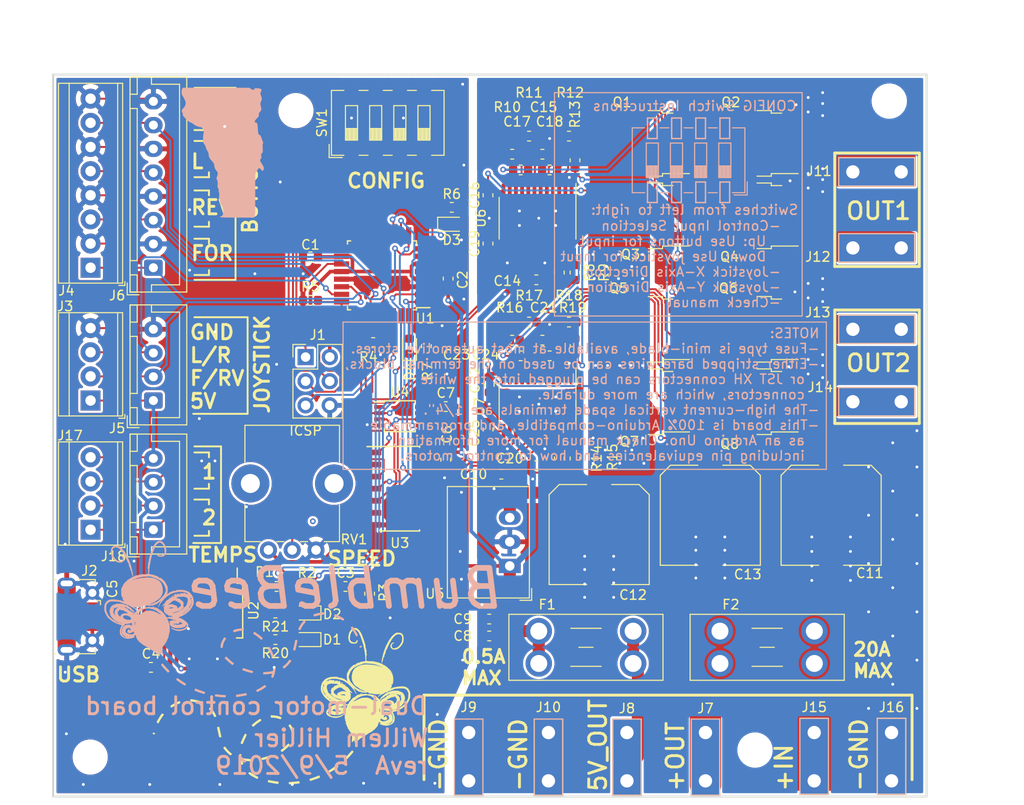
<source format=kicad_pcb>
(kicad_pcb (version 20171130) (host pcbnew "(5.1.0)-1")
  (layers (0 F.Cu signal) (31 B.Cu signal) (34 B.Paste user) (35 F.Paste user) (36 B.SilkS user) (37 F.SilkS user) (38 B.Mask user) (39 F.Mask user) (44 Edge.Cuts user))
  (net 0 "")
  (net 1 +5V)
  (net 2 GND)
  (net 3 /RESET)
  (net 4 "Net-(C3-Pad1)")
  (net 5 "Net-(C4-Pad2)")
  (net 6 VBUS)
  (net 7 "Net-(C15-Pad1)")
  (net 8 "Net-(C17-Pad2)")
  (net 9 "Net-(C18-Pad2)")
  (net 10 "Net-(C19-Pad1)")
  (net 11 "Net-(C19-Pad2)")
  (net 12 "Net-(D1-Pad1)")
  (net 13 "Net-(D2-Pad1)")
  (net 14 /LED1)
  (net 15 "Net-(D3-Pad1)")
  (net 16 "Net-(D4-Pad1)")
  (net 17 /LED2)
  (net 18 "Net-(F1-Pad2)")
  (net 19 "Net-(F2-Pad2)")
  (net 20 /MISO)
  (net 21 /SCK)
  (net 22 /MOSI)
  (net 23 "Net-(J2-Pad2)")
  (net 24 "Net-(J2-Pad3)")
  (net 25 /JS_X)
  (net 26 /JS_Y)
  (net 27 /BTN_UP)
  (net 28 /BTN_DN)
  (net 29 /BTN_L)
  (net 30 /BTN_R)
  (net 31 /M8RXD)
  (net 32 "Net-(R1-Pad1)")
  (net 33 "Net-(R2-Pad1)")
  (net 34 /M8TXD)
  (net 35 /NTC1)
  (net 36 /NTC2)
  (net 37 /MOTOR1_DRIVER/~FAULT)
  (net 38 "Net-(R9-Pad1)")
  (net 39 "Net-(R10-Pad2)")
  (net 40 "Net-(R11-Pad2)")
  (net 41 "Net-(R12-Pad2)")
  (net 42 "Net-(R13-Pad2)")
  (net 43 "Net-(RV1-Pad2)")
  (net 44 "Net-(SW1-Pad1)")
  (net 45 "Net-(SW1-Pad2)")
  (net 46 "Net-(SW1-Pad3)")
  (net 47 "Net-(SW1-Pad4)")
  (net 48 /MOTOR1_PWM)
  (net 49 /MOTOR1_DIR)
  (net 50 /MOTOR2_PWM)
  (net 51 /MOTOR2_DIR)
  (net 52 "Net-(U3-Pad1)")
  (net 53 /MOTOR1_DRIVER/ALO)
  (net 54 /MOTOR1_DRIVER/AHI)
  (net 55 /MOTOR2_DRIVER/ALO)
  (net 56 "Net-(U3-Pad9)")
  (net 57 /MOTOR2_DRIVER/AHI)
  (net 58 "Net-(D1-Pad2)")
  (net 59 "Net-(D2-Pad2)")
  (net 60 "Net-(Q1-Pad1)")
  (net 61 "Net-(Q2-Pad1)")
  (net 62 "Net-(Q3-Pad1)")
  (net 63 "Net-(Q4-Pad1)")
  (net 64 /MOTOR1_A)
  (net 65 /MOTOR1_B)
  (net 66 "Net-(C21-Pad1)")
  (net 67 "Net-(C23-Pad2)")
  (net 68 /MOTOR2_A)
  (net 69 /MOTOR2_B)
  (net 70 "Net-(C24-Pad2)")
  (net 71 "Net-(C25-Pad2)")
  (net 72 "Net-(C25-Pad1)")
  (net 73 "Net-(Q5-Pad1)")
  (net 74 "Net-(Q6-Pad1)")
  (net 75 "Net-(Q7-Pad1)")
  (net 76 "Net-(Q8-Pad1)")
  (net 77 /MOTOR2_DRIVER/~FAULT)
  (net 78 "Net-(R15-Pad1)")
  (net 79 "Net-(R16-Pad2)")
  (net 80 "Net-(R17-Pad2)")
  (net 81 "Net-(R18-Pad2)")
  (net 82 "Net-(R19-Pad2)")
  (net 83 /USB_PWR)
  (module footprints:vtLogo15mm (layer B.Cu) (at 97.028 86.36 180)
    (fp_text reference G*** hide)
    (fp_text value LOGO hide)
  )
  (module MountingHole:MountingHole_3.2mm_M3 (layer F.Cu) (at 153.162 149.1615)
    (fp_text reference REF** hide)
    (fp_text value MountingHole_3.2mm_M3)
    (pad 1 np_thru_hole circle (at 0 0) (size 3.2 3.2) (drill 3.2) (layers *.Cu *.Mask))
  )
  (module logo:dipLOGO (layer B.Cu) (at 146.177 87.122 90)
    (fp_text reference SW1 hide)
    (fp_text value SW_DIP_x04)
  )
  (module TE_1217861-1:TE_1217861-1 (layer F.Cu) (at 163.449 88.344)
    (fp_text reference J11 (at -3.556 -0.079) (layer F.SilkS))
    (fp_text value MOTOR1_A)
    (pad 1 thru_hole circle (at 0 0) (size 1.8 1.8) (drill 1.4) (layers *.Cu *.Mask) (net 64 /MOTOR1_A))
    (pad 1 thru_hole circle (at 5.08 0) (size 1.8 1.8) (drill 1.4) (layers *.Cu *.Mask) (net 64 /MOTOR1_A))
    (pad 1 smd rect (at 2.54 0) (size 8 3) (layers F.Cu F.Mask) (net 64 /MOTOR1_A))
    (pad 1 smd rect (at 2.54 0) (size 8 3) (layers B.Cu B.Mask) (net 64 /MOTOR1_A))
  )
  (module logo:bumblebee_logo (layer B.Cu) (at 98.298 135.382 180)
    (fp_text reference G*** hide)
    (fp_text value LOGO hide)
  )
  (module MountingHole:MountingHole_3.2mm_M3 (layer F.Cu) (at 104.902 81.899)
    (fp_text reference REF** hide)
    (fp_text value MountingHole_3.2mm_M3)
    (pad 1 np_thru_hole circle (at 0 0) (size 3.2 3.2) (drill 3.2) (layers *.Cu *.Mask))
  )
  (module MountingHole:MountingHole_3.2mm_M3 (layer F.Cu) (at 83.275 149.899)
    (fp_text reference REF** hide)
    (fp_text value MountingHole_3.2mm_M3)
    (pad 1 np_thru_hole circle (at 0 0) (size 3.2 3.2) (drill 3.2) (layers *.Cu *.Mask))
  )
  (module Capacitor_SMD:C_Elec_10x10.2 (layer F.Cu) (at 148.463 124.46 270)
    (fp_text reference C13 (at 6.223 -3.937) (layer F.SilkS))
    (fp_text value 470u)
    (pad 2 smd roundrect (at 4.4 0 270) (size 4.6 2.1) (layers F.Cu F.Paste F.Mask) (roundrect_rratio 0.119048) (net 2 GND))
    (pad 1 smd roundrect (at -4.4 0 270) (size 4.6 2.1) (layers F.Cu F.Paste F.Mask) (roundrect_rratio 0.119048) (net 6 VBUS))
  )
  (module Capacitor_SMD:C_0603_1608Metric (layer F.Cu) (at 131.572 107.696 180)
    (fp_text reference C24 (at 6.731 0.127 180) (layer F.SilkS))
    (fp_text value 1u)
    (pad 2 smd roundrect (at 0.7875 0 180) (size 0.875 0.95) (layers F.Cu F.Paste F.Mask) (net 70 "Net-(C24-Pad2)"))
    (pad 1 smd roundrect (at -0.7875 0 180) (size 0.875 0.95) (layers F.Cu F.Paste F.Mask) (net 69 /MOTOR2_B))
  )
  (module Capacitor_SMD:C_0603_1608Metric (layer F.Cu) (at 125.222 110.744 90)
    (fp_text reference C22 (at 0.508 -1.524 90) (layer F.SilkS))
    (fp_text value 0.1u)
    (pad 2 smd roundrect (at 0.7875 0 90) (size 0.875 0.95) (layers F.Cu F.Paste F.Mask) (net 6 VBUS))
    (pad 1 smd roundrect (at -0.7875 0 90) (size 0.875 0.95) (layers F.Cu F.Paste F.Mask) (net 2 GND))
  )
  (module Capacitor_SMD:C_0603_1608Metric (layer F.Cu) (at 125.095 115.443 90)
    (fp_text reference C25 (at -0.381 -1.43 90) (layer F.SilkS))
    (fp_text value 1u)
    (pad 2 smd roundrect (at 0.7875 0 90) (size 0.875 0.95) (layers F.Cu F.Paste F.Mask) (net 71 "Net-(C25-Pad2)"))
    (pad 1 smd roundrect (at -0.7875 0 90) (size 0.875 0.95) (layers F.Cu F.Paste F.Mask) (net 72 "Net-(C25-Pad1)"))
  )
  (module Capacitor_SMD:C_0603_1608Metric (layer F.Cu) (at 128.524 107.696)
    (fp_text reference C23 (at -6.731 -0.127) (layer F.SilkS))
    (fp_text value 1u)
    (pad 2 smd roundrect (at 0.7875 0) (size 0.875 0.95) (layers F.Cu F.Paste F.Mask) (net 67 "Net-(C23-Pad2)"))
    (pad 1 smd roundrect (at -0.7875 0) (size 0.875 0.95) (layers F.Cu F.Paste F.Mask) (net 68 /MOTOR2_A))
  )
  (module Capacitor_SMD:C_0603_1608Metric (layer F.Cu) (at 130.81 106.045)
    (fp_text reference C21 (at 0.127 -3.429) (layer F.SilkS))
    (fp_text value 10u)
    (pad 2 smd roundrect (at 0.7875 0) (size 0.875 0.95) (layers F.Cu F.Paste F.Mask) (net 2 GND))
    (pad 1 smd roundrect (at -0.7875 0) (size 0.875 0.95) (layers F.Cu F.Paste F.Mask) (net 66 "Net-(C21-Pad1)"))
  )
  (module Capacitor_SMD:C_0603_1608Metric (layer F.Cu) (at 130.175 119.253)
    (fp_text reference C20 (at -2.794 -0.762) (layer F.SilkS))
    (fp_text value 0.1u)
    (pad 2 smd roundrect (at 0.7875 0) (size 0.875 0.95) (layers F.Cu F.Paste F.Mask) (net 2 GND))
    (pad 1 smd roundrect (at -0.7875 0) (size 0.875 0.95) (layers F.Cu F.Paste F.Mask) (net 1 +5V))
  )
  (module Resistor_SMD:R_0603_1608Metric (layer F.Cu) (at 134.239 106.68 90)
    (fp_text reference R19 (at 4.064 -0.254 180) (layer F.SilkS))
    (fp_text value 27)
    (pad 2 smd roundrect (at 0.7875 0 90) (size 0.875 0.95) (layers F.Cu F.Paste F.Mask) (net 82 "Net-(R19-Pad2)"))
    (pad 1 smd roundrect (at -0.7875 0 90) (size 0.875 0.95) (layers F.Cu F.Paste F.Mask) (net 76 "Net-(Q8-Pad1)"))
  )
  (module Resistor_SMD:R_0603_1608Metric (layer F.Cu) (at 133.604 104.14 180)
    (fp_text reference R18 (at 0 2.794 180) (layer F.SilkS))
    (fp_text value 27)
    (pad 2 smd roundrect (at 0.7875 0 180) (size 0.875 0.95) (layers F.Cu F.Paste F.Mask) (net 81 "Net-(R18-Pad2)"))
    (pad 1 smd roundrect (at -0.7875 0 180) (size 0.875 0.95) (layers F.Cu F.Paste F.Mask) (net 75 "Net-(Q7-Pad1)"))
  )
  (module Package_SO:HTSSOP-24-1EP_4.4x7.8mm_P0.65mm_EP3.4x7.8mm_Mask2.4x4.68mm (layer F.Cu) (at 130.302 112.776 270)
    (fp_text reference U7 (at 0.254 6.096 270) (layer F.SilkS))
    (fp_text value A4940KLPTR-T)
    (pad 24 smd roundrect (at 2.8625 -3.575 270) (size 1.575 0.4) (layers F.Cu F.Paste F.Mask) (net 77 /MOTOR2_DRIVER/~FAULT))
    (pad 23 smd roundrect (at 2.8625 -2.925 270) (size 1.575 0.4) (layers F.Cu F.Paste F.Mask) (net 78 "Net-(R15-Pad1)"))
    (pad 22 smd roundrect (at 2.8625 -2.275 270) (size 1.575 0.4) (layers F.Cu F.Paste F.Mask) (net 2 GND))
    (pad 21 smd roundrect (at 2.8625 -1.625 270) (size 1.575 0.4) (layers F.Cu F.Paste F.Mask) (net 1 +5V))
    (pad 20 smd roundrect (at 2.8625 -0.975 270) (size 1.575 0.4) (layers F.Cu F.Paste F.Mask) (net 57 /MOTOR2_DRIVER/AHI))
    (pad 19 smd roundrect (at 2.8625 -0.325 270) (size 1.575 0.4) (layers F.Cu F.Paste F.Mask) (net 55 /MOTOR2_DRIVER/ALO))
    (pad 18 smd roundrect (at 2.8625 0.325 270) (size 1.575 0.4) (layers F.Cu F.Paste F.Mask) (net 55 /MOTOR2_DRIVER/ALO))
    (pad 17 smd roundrect (at 2.8625 0.975 270) (size 1.575 0.4) (layers F.Cu F.Paste F.Mask) (net 57 /MOTOR2_DRIVER/AHI))
    (pad 16 smd roundrect (at 2.8625 1.625 270) (size 1.575 0.4) (layers F.Cu F.Paste F.Mask) (net 2 GND))
    (pad 15 smd roundrect (at 2.8625 2.275 270) (size 1.575 0.4) (layers F.Cu F.Paste F.Mask) (net 2 GND))
    (pad 14 smd roundrect (at 2.8625 2.925 270) (size 1.575 0.4) (layers F.Cu F.Paste F.Mask) (net 72 "Net-(C25-Pad1)"))
    (pad 13 smd roundrect (at 2.8625 3.575 270) (size 1.575 0.4) (layers F.Cu F.Paste F.Mask) (net 71 "Net-(C25-Pad2)"))
    (pad 12 smd roundrect (at -2.8625 3.575 270) (size 1.575 0.4) (layers F.Cu F.Paste F.Mask) (net 6 VBUS))
    (pad 11 smd roundrect (at -2.8625 2.925 270) (size 1.575 0.4) (layers F.Cu F.Paste F.Mask) (net 80 "Net-(R17-Pad2)"))
    (pad 10 smd roundrect (at -2.8625 2.275 270) (size 1.575 0.4) (layers F.Cu F.Paste F.Mask) (net 68 /MOTOR2_A))
    (pad 9 smd roundrect (at -2.8625 1.625 270) (size 1.575 0.4) (layers F.Cu F.Paste F.Mask) (net 79 "Net-(R16-Pad2)"))
    (pad 8 smd roundrect (at -2.8625 0.975 270) (size 1.575 0.4) (layers F.Cu F.Paste F.Mask) (net 67 "Net-(C23-Pad2)"))
    (pad 7 smd roundrect (at -2.8625 0.325 270) (size 1.575 0.4) (layers F.Cu F.Paste F.Mask) (net 66 "Net-(C21-Pad1)"))
    (pad 6 smd roundrect (at -2.8625 -0.325 270) (size 1.575 0.4) (layers F.Cu F.Paste F.Mask) (net 70 "Net-(C24-Pad2)"))
    (pad 5 smd roundrect (at -2.8625 -0.975 270) (size 1.575 0.4) (layers F.Cu F.Paste F.Mask) (net 81 "Net-(R18-Pad2)"))
    (pad 4 smd roundrect (at -2.8625 -1.625 270) (size 1.575 0.4) (layers F.Cu F.Paste F.Mask) (net 69 /MOTOR2_B))
    (pad 3 smd roundrect (at -2.8625 -2.275 270) (size 1.575 0.4) (layers F.Cu F.Paste F.Mask) (net 82 "Net-(R19-Pad2)"))
    (pad 2 smd roundrect (at -2.8625 -2.925 270) (size 1.575 0.4) (layers F.Cu F.Paste F.Mask) (net 2 GND))
    (pad 1 smd roundrect (at -2.8625 -3.575 270) (size 1.575 0.4) (layers F.Cu F.Paste F.Mask))
    (pad 25 smd roundrect (at 0 0 270) (size 2.4 4.68) (layers F.Cu) (roundrect_rratio 0.104167) (net 2 GND))
  )
  (module Resistor_SMD:R_0603_1608Metric (layer F.Cu) (at 127.635 106.045)
    (fp_text reference R16 (at -0.254 -3.429) (layer F.SilkS))
    (fp_text value 27)
    (pad 2 smd roundrect (at 0.7875 0) (size 0.875 0.95) (layers F.Cu F.Paste F.Mask) (net 79 "Net-(R16-Pad2)"))
    (pad 1 smd roundrect (at -0.7875 0) (size 0.875 0.95) (layers F.Cu F.Paste F.Mask) (net 73 "Net-(Q5-Pad1)"))
  )
  (module Resistor_SMD:R_0603_1608Metric (layer F.Cu) (at 129.413 104.14 180)
    (fp_text reference R17 (at 0 2.794 180) (layer F.SilkS))
    (fp_text value 27)
    (pad 2 smd roundrect (at 0.7875 0 180) (size 0.875 0.95) (layers F.Cu F.Paste F.Mask) (net 80 "Net-(R17-Pad2)"))
    (pad 1 smd roundrect (at -0.7875 0 180) (size 0.875 0.95) (layers F.Cu F.Paste F.Mask) (net 74 "Net-(Q6-Pad1)"))
  )
  (module Package_TO_SOT_SMD:TO-252-2 (layer F.Cu) (at 140.97 112.522 180)
    (fp_text reference Q7 (at 1.016 -4.191 180) (layer F.SilkS))
    (fp_text value Q_NMOS_GDS)
    (pad 2 smd rect (at 2.1 0 180) (size 6.4 5.8) (layers F.Cu F.Mask) (net 6 VBUS))
    (pad 3 smd rect (at -4.2 2.28 180) (size 2.2 1.2) (layers F.Cu F.Paste F.Mask) (net 69 /MOTOR2_B))
    (pad 1 smd rect (at -4.2 -2.28 180) (size 2.2 1.2) (layers F.Cu F.Paste F.Mask) (net 75 "Net-(Q7-Pad1)"))
  )
  (module Package_TO_SOT_SMD:TO-252-2 (layer F.Cu) (at 152.4 104.902 180)
    (fp_text reference Q6 (at 2.032 4.318 180) (layer F.SilkS))
    (fp_text value Q_NMOS_GDS)
    (pad 2 smd rect (at 2.1 0 180) (size 6.4 5.8) (layers F.Cu F.Mask) (net 68 /MOTOR2_A))
    (pad 3 smd rect (at -4.2 2.28 180) (size 2.2 1.2) (layers F.Cu F.Paste F.Mask) (net 2 GND))
    (pad 1 smd rect (at -4.2 -2.28 180) (size 2.2 1.2) (layers F.Cu F.Paste F.Mask) (net 74 "Net-(Q6-Pad1)"))
  )
  (module Package_TO_SOT_SMD:TO-252-2 (layer F.Cu) (at 140.97 104.902 180)
    (fp_text reference Q5 (at 2.159 4.318 180) (layer F.SilkS))
    (fp_text value Q_NMOS_GDS)
    (pad 2 smd rect (at 2.1 0 180) (size 6.4 5.8) (layers F.Cu F.Mask) (net 6 VBUS))
    (pad 3 smd rect (at -4.2 2.28 180) (size 2.2 1.2) (layers F.Cu F.Paste F.Mask) (net 68 /MOTOR2_A))
    (pad 1 smd rect (at -4.2 -2.28 180) (size 2.2 1.2) (layers F.Cu F.Paste F.Mask) (net 73 "Net-(Q5-Pad1)"))
  )
  (module TE_1217861-1:TE_1217861-1 (layer F.Cu) (at 163.449 104.902)
    (fp_text reference J13 (at -3.683 -1.778) (layer F.SilkS))
    (fp_text value MOTOR2_A)
    (pad 1 thru_hole circle (at 0 0) (size 1.8 1.8) (drill 1.4) (layers *.Cu *.Mask) (net 68 /MOTOR2_A))
    (pad 1 thru_hole circle (at 5.08 0) (size 1.8 1.8) (drill 1.4) (layers *.Cu *.Mask) (net 68 /MOTOR2_A))
    (pad 1 smd rect (at 2.54 0) (size 8 3) (layers F.Cu F.Mask) (net 68 /MOTOR2_A))
    (pad 1 smd rect (at 2.54 0) (size 8 3) (layers B.Cu B.Mask) (net 68 /MOTOR2_A))
  )
  (module TE_1217861-1:TE_1217861-1 (layer F.Cu) (at 163.449 112.522)
    (fp_text reference J14 (at -3.429 -1.524) (layer F.SilkS))
    (fp_text value MOTOR2_B)
    (pad 1 thru_hole circle (at 0 0) (size 1.8 1.8) (drill 1.4) (layers *.Cu *.Mask) (net 69 /MOTOR2_B))
    (pad 1 thru_hole circle (at 5.08 0) (size 1.8 1.8) (drill 1.4) (layers *.Cu *.Mask) (net 69 /MOTOR2_B))
    (pad 1 smd rect (at 2.54 0) (size 8 3) (layers F.Cu F.Mask) (net 69 /MOTOR2_B))
    (pad 1 smd rect (at 2.54 0) (size 8 3) (layers B.Cu B.Mask) (net 69 /MOTOR2_B))
  )
  (module Package_TO_SOT_SMD:TO-252-2 (layer F.Cu) (at 152.4 112.522 180)
    (fp_text reference Q8 (at 1.905 -4.445 180) (layer F.SilkS))
    (fp_text value Q_NMOS_GDS)
    (pad 2 smd rect (at 2.1 0 180) (size 6.4 5.8) (layers F.Cu F.Mask) (net 69 /MOTOR2_B))
    (pad 3 smd rect (at -4.2 2.28 180) (size 2.2 1.2) (layers F.Cu F.Paste F.Mask) (net 2 GND))
    (pad 1 smd rect (at -4.2 -2.28 180) (size 2.2 1.2) (layers F.Cu F.Paste F.Mask) (net 76 "Net-(Q8-Pad1)"))
  )
  (module Resistor_SMD:R_0603_1608Metric (layer F.Cu) (at 134.239 118.491 90)
    (fp_text reference R14 (at 0 2.286 90) (layer F.SilkS))
    (fp_text value 10k)
    (pad 2 smd roundrect (at 0.7875 0 90) (size 0.875 0.95) (layers F.Cu F.Paste F.Mask) (net 77 /MOTOR2_DRIVER/~FAULT))
    (pad 1 smd roundrect (at -0.7875 0 90) (size 0.875 0.95) (layers F.Cu F.Paste F.Mask) (net 1 +5V))
  )
  (module Resistor_SMD:R_0603_1608Metric (layer F.Cu) (at 132.588 118.491 270)
    (fp_text reference R15 (at -0.127 -5.588 270) (layer F.SilkS))
    (fp_text value 82k)
    (pad 2 smd roundrect (at 0.7875 0 270) (size 0.875 0.95) (layers F.Cu F.Paste F.Mask) (net 2 GND))
    (pad 1 smd roundrect (at -0.7875 0 270) (size 0.875 0.95) (layers F.Cu F.Paste F.Mask) (net 78 "Net-(R15-Pad1)"))
  )
  (module Capacitor_SMD:C_0603_1608Metric (layer F.Cu) (at 106.426 97.282 180)
    (fp_text reference C1 (at 0 1.27 180) (layer F.SilkS))
    (fp_text value 0.1u)
    (pad 2 smd roundrect (at 0.7875 0 180) (size 0.875 0.95) (layers F.Cu F.Paste F.Mask) (net 2 GND))
    (pad 1 smd roundrect (at -0.7875 0 180) (size 0.875 0.95) (layers F.Cu F.Paste F.Mask) (net 1 +5V))
  )
  (module Capacitor_SMD:C_0603_1608Metric (layer F.Cu) (at 120.904 99.568 90)
    (fp_text reference C2 (at -0.127 1.524 90) (layer F.SilkS))
    (fp_text value 0.1u)
    (pad 2 smd roundrect (at 0.7875 0 90) (size 0.875 0.95) (layers F.Cu F.Paste F.Mask) (net 2 GND))
    (pad 1 smd roundrect (at -0.7875 0 90) (size 0.875 0.95) (layers F.Cu F.Paste F.Mask) (net 1 +5V))
  )
  (module Capacitor_SMD:C_0603_1608Metric (layer F.Cu) (at 110.109 131.953)
    (fp_text reference C3 (at 0 -1.43) (layer F.SilkS))
    (fp_text value 0.1u)
    (pad 2 smd roundrect (at 0.7875 0) (size 0.875 0.95) (layers F.Cu F.Paste F.Mask) (net 3 /RESET))
    (pad 1 smd roundrect (at -0.7875 0) (size 0.875 0.95) (layers F.Cu F.Paste F.Mask) (net 4 "Net-(C3-Pad1)"))
  )
  (module Capacitor_SMD:C_0603_1608Metric (layer F.Cu) (at 89.662 140.462)
    (fp_text reference C4 (at 0 -1.43) (layer F.SilkS))
    (fp_text value 0.1u)
    (pad 2 smd roundrect (at 0.7875 0) (size 0.875 0.95) (layers F.Cu F.Paste F.Mask) (net 5 "Net-(C4-Pad2)"))
    (pad 1 smd roundrect (at -0.7875 0) (size 0.875 0.95) (layers F.Cu F.Paste F.Mask) (net 2 GND))
  )
  (module Capacitor_SMD:C_0603_1608Metric (layer F.Cu) (at 87.122 132.334 90)
    (fp_text reference C5 (at 0.127 -1.524 90) (layer F.SilkS))
    (fp_text value 0.1u)
    (pad 2 smd roundrect (at 0.7875 0 90) (size 0.875 0.95) (layers F.Cu F.Paste F.Mask) (net 2 GND))
    (pad 1 smd roundrect (at -0.7875 0 90) (size 0.875 0.95) (layers F.Cu F.Paste F.Mask) (net 83 /USB_PWR))
  )
  (module Capacitor_SMD:C_0603_1608Metric (layer F.Cu) (at 120.65 118.618 270)
    (fp_text reference C6 (at -2.667 -0.127 270) (layer F.SilkS))
    (fp_text value 0.1u)
    (pad 2 smd roundrect (at 0.7875 0 270) (size 0.875 0.95) (layers F.Cu F.Paste F.Mask) (net 2 GND))
    (pad 1 smd roundrect (at -0.7875 0 270) (size 0.875 0.95) (layers F.Cu F.Paste F.Mask) (net 1 +5V))
  )
  (module Capacitor_SMD:C_0603_1608Metric (layer F.Cu) (at 120.65 113.03)
    (fp_text reference C7 (at 0 -1.43) (layer F.SilkS))
    (fp_text value 0.1u)
    (pad 2 smd roundrect (at 0.7875 0) (size 0.875 0.95) (layers F.Cu F.Paste F.Mask) (net 2 GND))
    (pad 1 smd roundrect (at -0.7875 0) (size 0.875 0.95) (layers F.Cu F.Paste F.Mask) (net 1 +5V))
  )
  (module Capacitor_SMD:C_0603_1608Metric (layer F.Cu) (at 125.222 137.16 180)
    (fp_text reference C8 (at 2.794 0 180) (layer F.SilkS))
    (fp_text value 10u)
    (pad 2 smd roundrect (at 0.7875 0 180) (size 0.875 0.95) (layers F.Cu F.Paste F.Mask) (net 2 GND))
    (pad 1 smd roundrect (at -0.7875 0 180) (size 0.875 0.95) (layers F.Cu F.Paste F.Mask) (net 1 +5V))
  )
  (module Capacitor_SMD:C_0603_1608Metric (layer F.Cu) (at 125.222 135.382 180)
    (fp_text reference C9 (at 2.794 0 180) (layer F.SilkS))
    (fp_text value 0.1u)
    (pad 2 smd roundrect (at 0.7875 0 180) (size 0.875 0.95) (layers F.Cu F.Paste F.Mask) (net 2 GND))
    (pad 1 smd roundrect (at -0.7875 0 180) (size 0.875 0.95) (layers F.Cu F.Paste F.Mask) (net 1 +5V))
  )
  (module Capacitor_SMD:C_0603_1608Metric (layer F.Cu) (at 126.492 120.142 180)
    (fp_text reference C10 (at 2.921 0 180) (layer F.SilkS))
    (fp_text value 0.1u)
    (pad 2 smd roundrect (at 0.7875 0 180) (size 0.875 0.95) (layers F.Cu F.Paste F.Mask) (net 2 GND))
    (pad 1 smd roundrect (at -0.7875 0 180) (size 0.875 0.95) (layers F.Cu F.Paste F.Mask) (net 6 VBUS))
  )
  (module Capacitor_SMD:C_Elec_10x10.2 (layer F.Cu) (at 161.163 124.46 270)
    (fp_text reference C11 (at 6.096 -4.064) (layer F.SilkS))
    (fp_text value 470u)
    (pad 2 smd roundrect (at 4.4 0 270) (size 4.6 2.1) (layers F.Cu F.Paste F.Mask) (roundrect_rratio 0.119048) (net 2 GND))
    (pad 1 smd roundrect (at -4.4 0 270) (size 4.6 2.1) (layers F.Cu F.Paste F.Mask) (roundrect_rratio 0.119048) (net 6 VBUS))
  )
  (module Capacitor_SMD:C_Elec_10x10.2 (layer F.Cu) (at 136.779 126.492 270)
    (fp_text reference C12 (at 6.35 -3.556) (layer F.SilkS))
    (fp_text value 470u)
    (pad 2 smd roundrect (at 4.4 0 270) (size 4.6 2.1) (layers F.Cu F.Paste F.Mask) (roundrect_rratio 0.119048) (net 2 GND))
    (pad 1 smd roundrect (at -4.4 0 270) (size 4.6 2.1) (layers F.Cu F.Paste F.Mask) (roundrect_rratio 0.119048) (net 6 VBUS))
  )
  (module Capacitor_SMD:C_0603_1608Metric (layer F.Cu) (at 130.175 99.695)
    (fp_text reference C14 (at -3.048 0.127) (layer F.SilkS))
    (fp_text value 0.1u)
    (pad 2 smd roundrect (at 0.7875 0) (size 0.875 0.95) (layers F.Cu F.Paste F.Mask) (net 2 GND))
    (pad 1 smd roundrect (at -0.7875 0) (size 0.875 0.95) (layers F.Cu F.Paste F.Mask) (net 1 +5V))
  )
  (module Capacitor_SMD:C_0603_1608Metric (layer F.Cu) (at 130.81 86.487)
    (fp_text reference C15 (at 0.127 -4.953) (layer F.SilkS))
    (fp_text value 10u)
    (pad 2 smd roundrect (at 0.7875 0) (size 0.875 0.95) (layers F.Cu F.Paste F.Mask) (net 2 GND))
    (pad 1 smd roundrect (at -0.7875 0) (size 0.875 0.95) (layers F.Cu F.Paste F.Mask) (net 7 "Net-(C15-Pad1)"))
  )
  (module Capacitor_SMD:C_0603_1608Metric (layer F.Cu) (at 125.095 90.805 90)
    (fp_text reference C16 (at 0 -1.43 90) (layer F.SilkS))
    (fp_text value 0.1u)
    (pad 2 smd roundrect (at 0.7875 0 90) (size 0.875 0.95) (layers F.Cu F.Paste F.Mask) (net 6 VBUS))
    (pad 1 smd roundrect (at -0.7875 0 90) (size 0.875 0.95) (layers F.Cu F.Paste F.Mask) (net 2 GND))
  )
  (module Capacitor_SMD:C_0603_1608Metric (layer F.Cu) (at 128.524 88.138)
    (fp_text reference C17 (at -0.381 -5.08) (layer F.SilkS))
    (fp_text value 1u)
    (pad 2 smd roundrect (at 0.7875 0) (size 0.875 0.95) (layers F.Cu F.Paste F.Mask) (net 8 "Net-(C17-Pad2)"))
    (pad 1 smd roundrect (at -0.7875 0) (size 0.875 0.95) (layers F.Cu F.Paste F.Mask) (net 64 /MOTOR1_A))
  )
  (module Capacitor_SMD:C_0603_1608Metric (layer F.Cu) (at 131.572 88.138 180)
    (fp_text reference C18 (at 0 5.08 180) (layer F.SilkS))
    (fp_text value 1u)
    (pad 2 smd roundrect (at 0.7875 0 180) (size 0.875 0.95) (layers F.Cu F.Paste F.Mask) (net 9 "Net-(C18-Pad2)"))
    (pad 1 smd roundrect (at -0.7875 0 180) (size 0.875 0.95) (layers F.Cu F.Paste F.Mask) (net 65 /MOTOR1_B))
  )
  (module Capacitor_SMD:C_0603_1608Metric (layer F.Cu) (at 125.095 95.885 90)
    (fp_text reference C19 (at 0 -1.43 90) (layer F.SilkS))
    (fp_text value 1u)
    (pad 2 smd roundrect (at 0.7875 0 90) (size 0.875 0.95) (layers F.Cu F.Paste F.Mask) (net 11 "Net-(C19-Pad2)"))
    (pad 1 smd roundrect (at -0.7875 0 90) (size 0.875 0.95) (layers F.Cu F.Paste F.Mask) (net 10 "Net-(C19-Pad1)"))
  )
  (module LED_SMD:LED_0603_1608Metric (layer F.Cu) (at 106.045 137.541 180)
    (fp_text reference D1 (at -2.667 0 180) (layer F.SilkS))
    (fp_text value RX)
    (pad 2 smd roundrect (at 0.7875 0 180) (size 0.875 0.95) (layers F.Cu F.Paste F.Mask) (net 58 "Net-(D1-Pad2)"))
    (pad 1 smd roundrect (at -0.7875 0 180) (size 0.875 0.95) (layers F.Cu F.Paste F.Mask) (net 12 "Net-(D1-Pad1)"))
  )
  (module LED_SMD:LED_0603_1608Metric (layer F.Cu) (at 106.045 134.747 180)
    (fp_text reference D2 (at -2.667 -0.127 180) (layer F.SilkS))
    (fp_text value TX)
    (pad 2 smd roundrect (at 0.7875 0 180) (size 0.875 0.95) (layers F.Cu F.Paste F.Mask) (net 59 "Net-(D2-Pad2)"))
    (pad 1 smd roundrect (at -0.7875 0 180) (size 0.875 0.95) (layers F.Cu F.Paste F.Mask) (net 13 "Net-(D2-Pad1)"))
  )
  (module LED_SMD:LED_0603_1608Metric (layer F.Cu) (at 121.285 93.853)
    (fp_text reference D3 (at 0 1.651) (layer F.SilkS))
    (fp_text value LED)
    (pad 2 smd roundrect (at 0.7875 0) (size 0.875 0.95) (layers F.Cu F.Paste F.Mask) (net 14 /LED1))
    (pad 1 smd roundrect (at -0.7875 0) (size 0.875 0.95) (layers F.Cu F.Paste F.Mask) (net 15 "Net-(D3-Pad1)"))
  )
  (module LED_SMD:LED_0603_1608Metric (layer F.Cu) (at 116.84 106.68 90)
    (fp_text reference D4 (at -2.667 0 90) (layer F.SilkS))
    (fp_text value LED)
    (pad 2 smd roundrect (at 0.7875 0 90) (size 0.875 0.95) (layers F.Cu F.Paste F.Mask) (net 17 /LED2))
    (pad 1 smd roundrect (at -0.7875 0 90) (size 0.875 0.95) (layers F.Cu F.Paste F.Mask) (net 16 "Net-(D4-Pad1)"))
  )
  (module Connector_JST:JST_XH_B4B-XH-A_1x04_P2.50mm_Vertical (layer F.Cu) (at 89.916 112.395 90)
    (fp_text reference J5 (at -2.921 -3.81 180) (layer F.SilkS))
    (fp_text value JST-XH)
    (pad 4 thru_hole oval (at 7.5 0 90) (size 1.7 1.95) (drill 0.95) (layers *.Cu *.Mask) (net 2 GND))
    (pad 3 thru_hole oval (at 5 0 90) (size 1.7 1.95) (drill 0.95) (layers *.Cu *.Mask) (net 26 /JS_Y))
    (pad 2 thru_hole oval (at 2.5 0 90) (size 1.7 1.95) (drill 0.95) (layers *.Cu *.Mask) (net 25 /JS_X))
    (pad 1 thru_hole roundrect (at 0 0 90) (size 1.7 1.95) (drill 0.95) (layers *.Cu *.Mask) (roundrect_rratio 0.147059) (net 1 +5V))
  )
  (module Connector_JST:JST_XH_B8B-XH-A_1x08_P2.50mm_Vertical (layer F.Cu) (at 89.916 98.425 90)
    (fp_text reference J6 (at -2.921 -3.81 180) (layer F.SilkS))
    (fp_text value JST-XH)
    (pad 8 thru_hole oval (at 17.5 0 90) (size 1.7 1.95) (drill 0.95) (layers *.Cu *.Mask) (net 2 GND))
    (pad 7 thru_hole oval (at 15 0 90) (size 1.7 1.95) (drill 0.95) (layers *.Cu *.Mask) (net 30 /BTN_R))
    (pad 6 thru_hole oval (at 12.5 0 90) (size 1.7 1.95) (drill 0.95) (layers *.Cu *.Mask) (net 2 GND))
    (pad 5 thru_hole oval (at 10 0 90) (size 1.7 1.95) (drill 0.95) (layers *.Cu *.Mask) (net 29 /BTN_L))
    (pad 4 thru_hole oval (at 7.5 0 90) (size 1.7 1.95) (drill 0.95) (layers *.Cu *.Mask) (net 2 GND))
    (pad 3 thru_hole oval (at 5 0 90) (size 1.7 1.95) (drill 0.95) (layers *.Cu *.Mask) (net 28 /BTN_DN))
    (pad 2 thru_hole oval (at 2.5 0 90) (size 1.7 1.95) (drill 0.95) (layers *.Cu *.Mask) (net 2 GND))
    (pad 1 thru_hole roundrect (at 0 0 90) (size 1.7 1.95) (drill 0.95) (layers *.Cu *.Mask) (roundrect_rratio 0.147059) (net 27 /BTN_UP))
  )
  (module TE_1217861-1:TE_1217861-1 (layer F.Cu) (at 147.955 152.4 90)
    (fp_text reference J7 (at 7.62 0 180) (layer F.SilkS))
    (fp_text value 12V_OUT)
    (pad 1 thru_hole circle (at 0 0 90) (size 1.8 1.8) (drill 1.4) (layers *.Cu *.Mask) (net 6 VBUS))
    (pad 1 thru_hole circle (at 5.08 0 90) (size 1.8 1.8) (drill 1.4) (layers *.Cu *.Mask) (net 6 VBUS))
    (pad 1 smd rect (at 2.54 0 90) (size 8 3) (layers F.Cu F.Mask) (net 6 VBUS))
    (pad 1 smd rect (at 2.54 0 90) (size 8 3) (layers B.Cu B.Mask) (net 6 VBUS))
  )
  (module TE_1217861-1:TE_1217861-1 (layer F.Cu) (at 139.7 152.4 90)
    (fp_text reference J8 (at 7.62 0 180) (layer F.SilkS))
    (fp_text value 5V_OUT)
    (pad 1 thru_hole circle (at 0 0 90) (size 1.8 1.8) (drill 1.4) (layers *.Cu *.Mask) (net 18 "Net-(F1-Pad2)"))
    (pad 1 thru_hole circle (at 5.08 0 90) (size 1.8 1.8) (drill 1.4) (layers *.Cu *.Mask) (net 18 "Net-(F1-Pad2)"))
    (pad 1 smd rect (at 2.54 0 90) (size 8 3) (layers F.Cu F.Mask) (net 18 "Net-(F1-Pad2)"))
    (pad 1 smd rect (at 2.54 0 90) (size 8 3) (layers B.Cu B.Mask) (net 18 "Net-(F1-Pad2)"))
  )
  (module TE_1217861-1:TE_1217861-1 (layer F.Cu) (at 123.063 152.4 90)
    (fp_text reference J9 (at 7.747 0 180) (layer F.SilkS))
    (fp_text value GND)
    (pad 1 thru_hole circle (at 0 0 90) (size 1.8 1.8) (drill 1.4) (layers *.Cu *.Mask) (net 2 GND))
    (pad 1 thru_hole circle (at 5.08 0 90) (size 1.8 1.8) (drill 1.4) (layers *.Cu *.Mask) (net 2 GND))
    (pad 1 smd rect (at 2.54 0 90) (size 8 3) (layers F.Cu F.Mask) (net 2 GND))
    (pad 1 smd rect (at 2.54 0 90) (size 8 3) (layers B.Cu B.Mask) (net 2 GND))
  )
  (module TE_1217861-1:TE_1217861-1 (layer F.Cu) (at 131.445 152.4 90)
    (fp_text reference J10 (at 7.747 0 180) (layer F.SilkS))
    (fp_text value GND)
    (pad 1 thru_hole circle (at 0 0 90) (size 1.8 1.8) (drill 1.4) (layers *.Cu *.Mask) (net 2 GND))
    (pad 1 thru_hole circle (at 5.08 0 90) (size 1.8 1.8) (drill 1.4) (layers *.Cu *.Mask) (net 2 GND))
    (pad 1 smd rect (at 2.54 0 90) (size 8 3) (layers F.Cu F.Mask) (net 2 GND))
    (pad 1 smd rect (at 2.54 0 90) (size 8 3) (layers B.Cu B.Mask) (net 2 GND))
  )
  (module TE_1217861-1:TE_1217861-1 (layer F.Cu) (at 163.449 96.344)
    (fp_text reference J12 (at -3.683 0.938) (layer F.SilkS))
    (fp_text value MOTOR1_B)
    (pad 1 thru_hole circle (at 0 0) (size 1.8 1.8) (drill 1.4) (layers *.Cu *.Mask) (net 65 /MOTOR1_B))
    (pad 1 thru_hole circle (at 5.08 0) (size 1.8 1.8) (drill 1.4) (layers *.Cu *.Mask) (net 65 /MOTOR1_B))
    (pad 1 smd rect (at 2.54 0) (size 8 3) (layers F.Cu F.Mask) (net 65 /MOTOR1_B))
    (pad 1 smd rect (at 2.54 0) (size 8 3) (layers B.Cu B.Mask) (net 65 /MOTOR1_B))
  )
  (module TE_1217861-1:TE_1217861-1 (layer F.Cu) (at 159.385 147.32 270)
    (fp_text reference J15 (at -2.667 0) (layer F.SilkS))
    (fp_text value MAIN+)
    (pad 1 thru_hole circle (at 0 0 270) (size 1.8 1.8) (drill 1.4) (layers *.Cu *.Mask) (net 19 "Net-(F2-Pad2)"))
    (pad 1 thru_hole circle (at 5.08 0 270) (size 1.8 1.8) (drill 1.4) (layers *.Cu *.Mask) (net 19 "Net-(F2-Pad2)"))
    (pad 1 smd rect (at 2.54 0 270) (size 8 3) (layers F.Cu F.Mask) (net 19 "Net-(F2-Pad2)"))
    (pad 1 smd rect (at 2.54 0 270) (size 8 3) (layers B.Cu B.Mask) (net 19 "Net-(F2-Pad2)"))
  )
  (module TE_1217861-1:TE_1217861-1 (layer F.Cu) (at 167.513 147.32 270)
    (fp_text reference J16 (at -2.667 0) (layer F.SilkS))
    (fp_text value MAIN-)
    (pad 1 thru_hole circle (at 0 0 270) (size 1.8 1.8) (drill 1.4) (layers *.Cu *.Mask) (net 2 GND))
    (pad 1 thru_hole circle (at 5.08 0 270) (size 1.8 1.8) (drill 1.4) (layers *.Cu *.Mask) (net 2 GND))
    (pad 1 smd rect (at 2.54 0 270) (size 8 3) (layers F.Cu F.Mask) (net 2 GND))
    (pad 1 smd rect (at 2.54 0 270) (size 8 3) (layers B.Cu B.Mask) (net 2 GND))
  )
  (module Package_TO_SOT_SMD:TO-252-2 (layer F.Cu) (at 140.97 85.344 180)
    (fp_text reference Q1 (at 1.778 4.318 180) (layer F.SilkS))
    (fp_text value Q_NMOS_GDS)
    (pad 2 smd rect (at 2.1 0 180) (size 6.4 5.8) (layers F.Cu F.Mask) (net 6 VBUS))
    (pad 3 smd rect (at -4.2 2.28 180) (size 2.2 1.2) (layers F.Cu F.Paste F.Mask) (net 64 /MOTOR1_A))
    (pad 1 smd rect (at -4.2 -2.28 180) (size 2.2 1.2) (layers F.Cu F.Paste F.Mask) (net 60 "Net-(Q1-Pad1)"))
  )
  (module Package_TO_SOT_SMD:TO-252-2 (layer F.Cu) (at 152.4 85.344 180)
    (fp_text reference Q2 (at 1.778 4.318 180) (layer F.SilkS))
    (fp_text value Q_NMOS_GDS)
    (pad 2 smd rect (at 2.1 0 180) (size 6.4 5.8) (layers F.Cu F.Mask) (net 64 /MOTOR1_A))
    (pad 3 smd rect (at -4.2 2.28 180) (size 2.2 1.2) (layers F.Cu F.Paste F.Mask) (net 2 GND))
    (pad 1 smd rect (at -4.2 -2.28 180) (size 2.2 1.2) (layers F.Cu F.Paste F.Mask) (net 61 "Net-(Q2-Pad1)"))
  )
  (module Package_TO_SOT_SMD:TO-252-2 (layer F.Cu) (at 140.97 92.964 180)
    (fp_text reference Q3 (at 0.889 -4.064 180) (layer F.SilkS))
    (fp_text value Q_NMOS_GDS)
    (pad 2 smd rect (at 2.1 0 180) (size 6.4 5.8) (layers F.Cu F.Mask) (net 6 VBUS))
    (pad 3 smd rect (at -4.2 2.28 180) (size 2.2 1.2) (layers F.Cu F.Paste F.Mask) (net 65 /MOTOR1_B))
    (pad 1 smd rect (at -4.2 -2.28 180) (size 2.2 1.2) (layers F.Cu F.Paste F.Mask) (net 62 "Net-(Q3-Pad1)"))
  )
  (module Package_TO_SOT_SMD:TO-252-2 (layer F.Cu) (at 152.4 92.964 180)
    (fp_text reference Q4 (at 1.905 -4.318 180) (layer F.SilkS))
    (fp_text value Q_NMOS_GDS)
    (pad 2 smd rect (at 2.1 0 180) (size 6.4 5.8) (layers F.Cu F.Mask) (net 65 /MOTOR1_B))
    (pad 3 smd rect (at -4.2 2.28 180) (size 2.2 1.2) (layers F.Cu F.Paste F.Mask) (net 2 GND))
    (pad 1 smd rect (at -4.2 -2.28 180) (size 2.2 1.2) (layers F.Cu F.Paste F.Mask) (net 63 "Net-(Q4-Pad1)"))
  )
  (module Resistor_SMD:R_0603_1608Metric (layer F.Cu) (at 102.87 131.953)
    (fp_text reference R1 (at -1.27 -1.524) (layer F.SilkS))
    (fp_text value 1k)
    (pad 2 smd roundrect (at 0.7875 0) (size 0.875 0.95) (layers F.Cu F.Paste F.Mask) (net 31 /M8RXD))
    (pad 1 smd roundrect (at -0.7875 0) (size 0.875 0.95) (layers F.Cu F.Paste F.Mask) (net 32 "Net-(R1-Pad1)"))
  )
  (module Resistor_SMD:R_0603_1608Metric (layer F.Cu) (at 106.045 131.953)
    (fp_text reference R2 (at 0 -1.43) (layer F.SilkS))
    (fp_text value 1k)
    (pad 2 smd roundrect (at 0.7875 0) (size 0.875 0.95) (layers F.Cu F.Paste F.Mask) (net 34 /M8TXD))
    (pad 1 smd roundrect (at -0.7875 0) (size 0.875 0.95) (layers F.Cu F.Paste F.Mask) (net 33 "Net-(R2-Pad1)"))
  )
  (module Resistor_SMD:R_0603_1608Metric (layer F.Cu) (at 112.649 132.715 90)
    (fp_text reference R3 (at 0.127 1.524 90) (layer F.SilkS))
    (fp_text value 10k)
    (pad 2 smd roundrect (at 0.7875 0 90) (size 0.875 0.95) (layers F.Cu F.Paste F.Mask) (net 3 /RESET))
    (pad 1 smd roundrect (at -0.7875 0 90) (size 0.875 0.95) (layers F.Cu F.Paste F.Mask) (net 1 +5V))
  )
  (module Resistor_SMD:R_0603_1608Metric (layer F.Cu) (at 113.03 106.299 180)
    (fp_text reference R4 (at 0.508 -1.524 180) (layer F.SilkS))
    (fp_text value 10k)
    (pad 2 smd roundrect (at 0.7875 0 180) (size 0.875 0.95) (layers F.Cu F.Paste F.Mask) (net 35 /NTC1))
    (pad 1 smd roundrect (at -0.7875 0 180) (size 0.875 0.95) (layers F.Cu F.Paste F.Mask) (net 2 GND))
  )
  (module Resistor_SMD:R_0603_1608Metric (layer F.Cu) (at 106.426 101.854)
    (fp_text reference R5 (at 0 -1.43) (layer F.SilkS))
    (fp_text value 10k)
    (pad 2 smd roundrect (at 0.7875 0) (size 0.875 0.95) (layers F.Cu F.Paste F.Mask) (net 36 /NTC2))
    (pad 1 smd roundrect (at -0.7875 0) (size 0.875 0.95) (layers F.Cu F.Paste F.Mask) (net 2 GND))
  )
  (module Resistor_SMD:R_0603_1608Metric (layer F.Cu) (at 121.285 92.075 180)
    (fp_text reference R6 (at 0 1.397 180) (layer F.SilkS))
    (fp_text value 1k)
    (pad 2 smd roundrect (at 0.7875 0 180) (size 0.875 0.95) (layers F.Cu F.Paste F.Mask) (net 15 "Net-(D3-Pad1)"))
    (pad 1 smd roundrect (at -0.7875 0 180) (size 0.875 0.95) (layers F.Cu F.Paste F.Mask) (net 2 GND))
  )
  (module Resistor_SMD:R_0603_1608Metric (layer F.Cu) (at 118.618 106.68 270)
    (fp_text reference R7 (at 2.667 -0.127 270) (layer F.SilkS))
    (fp_text value 1k)
    (pad 2 smd roundrect (at 0.7875 0 270) (size 0.875 0.95) (layers F.Cu F.Paste F.Mask) (net 16 "Net-(D4-Pad1)"))
    (pad 1 smd roundrect (at -0.7875 0 270) (size 0.875 0.95) (layers F.Cu F.Paste F.Mask) (net 2 GND))
  )
  (module Resistor_SMD:R_0603_1608Metric (layer F.Cu) (at 134.239 98.933 90)
    (fp_text reference R8 (at 0 1.524 90) (layer F.SilkS))
    (fp_text value 10k)
    (pad 2 smd roundrect (at 0.7875 0 90) (size 0.875 0.95) (layers F.Cu F.Paste F.Mask) (net 37 /MOTOR1_DRIVER/~FAULT))
    (pad 1 smd roundrect (at -0.7875 0 90) (size 0.875 0.95) (layers F.Cu F.Paste F.Mask) (net 1 +5V))
  )
  (module Resistor_SMD:R_0603_1608Metric (layer F.Cu) (at 132.588 98.933 270)
    (fp_text reference R9 (at 0 -4.699 270) (layer F.SilkS))
    (fp_text value 82k)
    (pad 2 smd roundrect (at 0.7875 0 270) (size 0.875 0.95) (layers F.Cu F.Paste F.Mask) (net 2 GND))
    (pad 1 smd roundrect (at -0.7875 0 270) (size 0.875 0.95) (layers F.Cu F.Paste F.Mask) (net 38 "Net-(R9-Pad1)"))
  )
  (module Resistor_SMD:R_0603_1608Metric (layer F.Cu) (at 127.635 86.487)
    (fp_text reference R10 (at -0.508 -4.953) (layer F.SilkS))
    (fp_text value 27)
    (pad 2 smd roundrect (at 0.7875 0) (size 0.875 0.95) (layers F.Cu F.Paste F.Mask) (net 39 "Net-(R10-Pad2)"))
    (pad 1 smd roundrect (at -0.7875 0) (size 0.875 0.95) (layers F.Cu F.Paste F.Mask) (net 60 "Net-(Q1-Pad1)"))
  )
  (module Resistor_SMD:R_0603_1608Metric (layer F.Cu) (at 129.413 84.582 180)
    (fp_text reference R11 (at 0 4.572 180) (layer F.SilkS))
    (fp_text value 27)
    (pad 2 smd roundrect (at 0.7875 0 180) (size 0.875 0.95) (layers F.Cu F.Paste F.Mask) (net 40 "Net-(R11-Pad2)"))
    (pad 1 smd roundrect (at -0.7875 0 180) (size 0.875 0.95) (layers F.Cu F.Paste F.Mask) (net 61 "Net-(Q2-Pad1)"))
  )
  (module Resistor_SMD:R_0603_1608Metric (layer F.Cu) (at 133.604 84.582 180)
    (fp_text reference R12 (at -0.127 4.572 180) (layer F.SilkS))
    (fp_text value 27)
    (pad 2 smd roundrect (at 0.7875 0 180) (size 0.875 0.95) (layers F.Cu F.Paste F.Mask) (net 41 "Net-(R12-Pad2)"))
    (pad 1 smd roundrect (at -0.7875 0 180) (size 0.875 0.95) (layers F.Cu F.Paste F.Mask) (net 62 "Net-(Q3-Pad1)"))
  )
  (module Resistor_SMD:R_0603_1608Metric (layer F.Cu) (at 134.239 87.122 90)
    (fp_text reference R13 (at 4.826 0 90) (layer F.SilkS))
    (fp_text value 27)
    (pad 2 smd roundrect (at 0.7875 0 90) (size 0.875 0.95) (layers F.Cu F.Paste F.Mask) (net 42 "Net-(R13-Pad2)"))
    (pad 1 smd roundrect (at -0.7875 0 90) (size 0.875 0.95) (layers F.Cu F.Paste F.Mask) (net 63 "Net-(Q4-Pad1)"))
  )
  (module Button_Switch_SMD:SW_DIP_SPSTx04_Slide_6.7x11.72mm_W6.73mm_P2.54mm_LowProfile_JPin (layer F.Cu) (at 114.554 83.185 90)
    (fp_text reference SW1 (at 0 -6.92 90) (layer F.SilkS))
    (fp_text value SW_DIP_x04)
    (pad 8 smd rect (at 3.365 -3.81 90) (size 2.16 1.12) (layers F.Cu F.Paste F.Mask) (net 2 GND))
    (pad 4 smd rect (at -3.365 3.81 90) (size 2.16 1.12) (layers F.Cu F.Paste F.Mask) (net 47 "Net-(SW1-Pad4)"))
    (pad 7 smd rect (at 3.365 -1.27 90) (size 2.16 1.12) (layers F.Cu F.Paste F.Mask) (net 2 GND))
    (pad 3 smd rect (at -3.365 1.27 90) (size 2.16 1.12) (layers F.Cu F.Paste F.Mask) (net 46 "Net-(SW1-Pad3)"))
    (pad 6 smd rect (at 3.365 1.27 90) (size 2.16 1.12) (layers F.Cu F.Paste F.Mask) (net 2 GND))
    (pad 2 smd rect (at -3.365 -1.27 90) (size 2.16 1.12) (layers F.Cu F.Paste F.Mask) (net 45 "Net-(SW1-Pad2)"))
    (pad 5 smd rect (at 3.365 3.81 90) (size 2.16 1.12) (layers F.Cu F.Paste F.Mask) (net 2 GND))
    (pad 1 smd rect (at -3.365 -3.81 90) (size 2.16 1.12) (layers F.Cu F.Paste F.Mask) (net 44 "Net-(SW1-Pad1)"))
  )
  (module Package_QFP:TQFP-32_7x7mm_P0.8mm (layer F.Cu) (at 113.948001 99.227001 180)
    (fp_text reference U1 (at -4.542999 -4.531999 180) (layer F.SilkS))
    (fp_text value ATmega328P-AU)
    (pad 32 smd rect (at -2.8 -4.25 270) (size 1.6 0.55) (layers F.Cu F.Paste F.Mask) (net 17 /LED2))
    (pad 31 smd rect (at -2 -4.25 270) (size 1.6 0.55) (layers F.Cu F.Paste F.Mask) (net 34 /M8TXD))
    (pad 30 smd rect (at -1.2 -4.25 270) (size 1.6 0.55) (layers F.Cu F.Paste F.Mask) (net 31 /M8RXD))
    (pad 29 smd rect (at -0.4 -4.25 270) (size 1.6 0.55) (layers F.Cu F.Paste F.Mask) (net 3 /RESET))
    (pad 28 smd rect (at 0.4 -4.25 270) (size 1.6 0.55) (layers F.Cu F.Paste F.Mask) (net 30 /BTN_R))
    (pad 27 smd rect (at 1.2 -4.25 270) (size 1.6 0.55) (layers F.Cu F.Paste F.Mask) (net 29 /BTN_L))
    (pad 26 smd rect (at 2 -4.25 270) (size 1.6 0.55) (layers F.Cu F.Paste F.Mask) (net 43 "Net-(RV1-Pad2)"))
    (pad 25 smd rect (at 2.8 -4.25 270) (size 1.6 0.55) (layers F.Cu F.Paste F.Mask) (net 35 /NTC1))
    (pad 24 smd rect (at 4.25 -2.8 180) (size 1.6 0.55) (layers F.Cu F.Paste F.Mask) (net 36 /NTC2))
    (pad 23 smd rect (at 4.25 -2 180) (size 1.6 0.55) (layers F.Cu F.Paste F.Mask) (net 28 /BTN_DN))
    (pad 22 smd rect (at 4.25 -1.2 180) (size 1.6 0.55) (layers F.Cu F.Paste F.Mask) (net 25 /JS_X))
    (pad 21 smd rect (at 4.25 -0.4 180) (size 1.6 0.55) (layers F.Cu F.Paste F.Mask) (net 2 GND))
    (pad 20 smd rect (at 4.25 0.4 180) (size 1.6 0.55) (layers F.Cu F.Paste F.Mask) (net 1 +5V))
    (pad 19 smd rect (at 4.25 1.2 180) (size 1.6 0.55) (layers F.Cu F.Paste F.Mask) (net 26 /JS_Y))
    (pad 18 smd rect (at 4.25 2 180) (size 1.6 0.55) (layers F.Cu F.Paste F.Mask) (net 1 +5V))
    (pad 17 smd rect (at 4.25 2.8 180) (size 1.6 0.55) (layers F.Cu F.Paste F.Mask) (net 21 /SCK))
    (pad 16 smd rect (at 2.8 4.25 270) (size 1.6 0.55) (layers F.Cu F.Paste F.Mask) (net 20 /MISO))
    (pad 15 smd rect (at 2 4.25 270) (size 1.6 0.55) (layers F.Cu F.Paste F.Mask) (net 22 /MOSI))
    (pad 14 smd rect (at 1.2 4.25 270) (size 1.6 0.55) (layers F.Cu F.Paste F.Mask) (net 44 "Net-(SW1-Pad1)"))
    (pad 13 smd rect (at 0.4 4.25 270) (size 1.6 0.55) (layers F.Cu F.Paste F.Mask) (net 45 "Net-(SW1-Pad2)"))
    (pad 12 smd rect (at -0.4 4.25 270) (size 1.6 0.55) (layers F.Cu F.Paste F.Mask) (net 46 "Net-(SW1-Pad3)"))
    (pad 11 smd rect (at -1.2 4.25 270) (size 1.6 0.55) (layers F.Cu F.Paste F.Mask) (net 14 /LED1))
    (pad 10 smd rect (at -2 4.25 270) (size 1.6 0.55) (layers F.Cu F.Paste F.Mask) (net 51 /MOTOR2_DIR))
    (pad 9 smd rect (at -2.8 4.25 270) (size 1.6 0.55) (layers F.Cu F.Paste F.Mask) (net 50 /MOTOR2_PWM))
    (pad 8 smd rect (at -4.25 2.8 180) (size 1.6 0.55) (layers F.Cu F.Paste F.Mask) (net 27 /BTN_UP))
    (pad 7 smd rect (at -4.25 2 180) (size 1.6 0.55) (layers F.Cu F.Paste F.Mask) (net 47 "Net-(SW1-Pad4)"))
    (pad 6 smd rect (at -4.25 1.2 180) (size 1.6 0.55) (layers F.Cu F.Paste F.Mask) (net 1 +5V))
    (pad 5 smd rect (at -4.25 0.4 180) (size 1.6 0.55) (layers F.Cu F.Paste F.Mask) (net 2 GND))
    (pad 4 smd rect (at -4.25 -0.4 180) (size 1.6 0.55) (layers F.Cu F.Paste F.Mask) (net 1 +5V))
    (pad 3 smd rect (at -4.25 -1.2 180) (size 1.6 0.55) (layers F.Cu F.Paste F.Mask) (net 2 GND))
    (pad 2 smd rect (at -4.25 -2 180) (size 1.6 0.55) (layers F.Cu F.Paste F.Mask) (net 49 /MOTOR1_DIR))
    (pad 1 smd rect (at -4.25 -2.8 180) (size 1.6 0.55) (layers F.Cu F.Paste F.Mask) (net 48 /MOTOR1_PWM))
  )
  (module Package_SO:SSOP-28_5.3x10.2mm_P0.65mm (layer F.Cu) (at 93.98 134.493 270)
    (fp_text reference U2 (at 0 -6.477 270) (layer F.SilkS))
    (fp_text value FT232RL)
    (pad 28 smd rect (at 3.6 -4.225 270) (size 1.75 0.45) (layers F.Cu F.Paste F.Mask))
    (pad 27 smd rect (at 3.6 -3.575 270) (size 1.75 0.45) (layers F.Cu F.Paste F.Mask))
    (pad 26 smd rect (at 3.6 -2.925 270) (size 1.75 0.45) (layers F.Cu F.Paste F.Mask) (net 2 GND))
    (pad 25 smd rect (at 3.6 -2.275 270) (size 1.75 0.45) (layers F.Cu F.Paste F.Mask) (net 2 GND))
    (pad 24 smd rect (at 3.6 -1.625 270) (size 1.75 0.45) (layers F.Cu F.Paste F.Mask))
    (pad 23 smd rect (at 3.6 -0.975 270) (size 1.75 0.45) (layers F.Cu F.Paste F.Mask) (net 12 "Net-(D1-Pad1)"))
    (pad 22 smd rect (at 3.6 -0.325 270) (size 1.75 0.45) (layers F.Cu F.Paste F.Mask) (net 13 "Net-(D2-Pad1)"))
    (pad 21 smd rect (at 3.6 0.325 270) (size 1.75 0.45) (layers F.Cu F.Paste F.Mask) (net 2 GND))
    (pad 20 smd rect (at 3.6 0.975 270) (size 1.75 0.45) (layers F.Cu F.Paste F.Mask) (net 83 /USB_PWR))
    (pad 19 smd rect (at 3.6 1.625 270) (size 1.75 0.45) (layers F.Cu F.Paste F.Mask) (net 1 +5V))
    (pad 18 smd rect (at 3.6 2.275 270) (size 1.75 0.45) (layers F.Cu F.Paste F.Mask) (net 2 GND))
    (pad 17 smd rect (at 3.6 2.925 270) (size 1.75 0.45) (layers F.Cu F.Paste F.Mask) (net 5 "Net-(C4-Pad2)"))
    (pad 16 smd rect (at 3.6 3.575 270) (size 1.75 0.45) (layers F.Cu F.Paste F.Mask) (net 23 "Net-(J2-Pad2)"))
    (pad 15 smd rect (at 3.6 4.225 270) (size 1.75 0.45) (layers F.Cu F.Paste F.Mask) (net 24 "Net-(J2-Pad3)"))
    (pad 14 smd rect (at -3.6 4.225 270) (size 1.75 0.45) (layers F.Cu F.Paste F.Mask))
    (pad 13 smd rect (at -3.6 3.575 270) (size 1.75 0.45) (layers F.Cu F.Paste F.Mask))
    (pad 12 smd rect (at -3.6 2.925 270) (size 1.75 0.45) (layers F.Cu F.Paste F.Mask))
    (pad 11 smd rect (at -3.6 2.275 270) (size 1.75 0.45) (layers F.Cu F.Paste F.Mask))
    (pad 10 smd rect (at -3.6 1.625 270) (size 1.75 0.45) (layers F.Cu F.Paste F.Mask))
    (pad 9 smd rect (at -3.6 0.975 270) (size 1.75 0.45) (layers F.Cu F.Paste F.Mask))
    (pad 8 smd rect (at -3.6 0.325 270) (size 1.75 0.45) (layers F.Cu F.Paste F.Mask))
    (pad 7 smd rect (at -3.6 -0.325 270) (size 1.75 0.45) (layers F.Cu F.Paste F.Mask) (net 2 GND))
    (pad 6 smd rect (at -3.6 -0.975 270) (size 1.75 0.45) (layers F.Cu F.Paste F.Mask))
    (pad 5 smd rect (at -3.6 -1.625 270) (size 1.75 0.45) (layers F.Cu F.Paste F.Mask) (net 33 "Net-(R2-Pad1)"))
    (pad 4 smd rect (at -3.6 -2.275 270) (size 1.75 0.45) (layers F.Cu F.Paste F.Mask) (net 83 /USB_PWR))
    (pad 3 smd rect (at -3.6 -2.925 270) (size 1.75 0.45) (layers F.Cu F.Paste F.Mask))
    (pad 2 smd rect (at -3.6 -3.575 270) (size 1.75 0.45) (layers F.Cu F.Paste F.Mask) (net 4 "Net-(C3-Pad1)"))
    (pad 1 smd rect (at -3.6 -4.225 270) (size 1.75 0.45) (layers F.Cu F.Paste F.Mask) (net 32 "Net-(R1-Pad1)"))
  )
  (module Package_SO:SOIC-14_3.9x8.7mm_P1.27mm (layer F.Cu) (at 115.824 121.666)
    (fp_text reference U3 (at 0 5.715) (layer F.SilkS))
    (fp_text value 74LS08)
    (pad 14 smd rect (at 2.7 -3.81) (size 1.5 0.6) (layers F.Cu F.Paste F.Mask) (net 1 +5V))
    (pad 13 smd rect (at 2.7 -2.54) (size 1.5 0.6) (layers F.Cu F.Paste F.Mask) (net 51 /MOTOR2_DIR))
    (pad 12 smd rect (at 2.7 -1.27) (size 1.5 0.6) (layers F.Cu F.Paste F.Mask) (net 50 /MOTOR2_PWM))
    (pad 11 smd rect (at 2.7 0) (size 1.5 0.6) (layers F.Cu F.Paste F.Mask) (net 57 /MOTOR2_DRIVER/AHI))
    (pad 10 smd rect (at 2.7 1.27) (size 1.5 0.6) (layers F.Cu F.Paste F.Mask) (net 50 /MOTOR2_PWM))
    (pad 9 smd rect (at 2.7 2.54) (size 1.5 0.6) (layers F.Cu F.Paste F.Mask) (net 56 "Net-(U3-Pad9)"))
    (pad 8 smd rect (at 2.7 3.81) (size 1.5 0.6) (layers F.Cu F.Paste F.Mask) (net 55 /MOTOR2_DRIVER/ALO))
    (pad 7 smd rect (at -2.7 3.81) (size 1.5 0.6) (layers F.Cu F.Paste F.Mask) (net 2 GND))
    (pad 6 smd rect (at -2.7 2.54) (size 1.5 0.6) (layers F.Cu F.Paste F.Mask) (net 54 /MOTOR1_DRIVER/AHI))
    (pad 5 smd rect (at -2.7 1.27) (size 1.5 0.6) (layers F.Cu F.Paste F.Mask) (net 49 /MOTOR1_DIR))
    (pad 4 smd rect (at -2.7 0) (size 1.5 0.6) (layers F.Cu F.Paste F.Mask) (net 48 /MOTOR1_PWM))
    (pad 3 smd rect (at -2.7 -1.27) (size 1.5 0.6) (layers F.Cu F.Paste F.Mask) (net 53 /MOTOR1_DRIVER/ALO))
    (pad 2 smd rect (at -2.7 -2.54) (size 1.5 0.6) (layers F.Cu F.Paste F.Mask) (net 48 /MOTOR1_PWM))
    (pad 1 smd rect (at -2.7 -3.81) (size 1.5 0.6) (layers F.Cu F.Paste F.Mask) (net 52 "Net-(U3-Pad1)"))
  )
  (module Package_SO:TSSOP-8_3x3mm_P0.65mm (layer F.Cu) (at 115.824 114.046)
    (fp_text reference U4 (at 0 -2.55) (layer F.SilkS))
    (fp_text value 74LVC2G240)
    (pad 8 smd rect (at 2.15 -0.975) (size 1.1 0.4) (layers F.Cu F.Paste F.Mask) (net 1 +5V))
    (pad 7 smd rect (at 2.15 -0.325) (size 1.1 0.4) (layers F.Cu F.Paste F.Mask))
    (pad 6 smd rect (at 2.15 0.325) (size 1.1 0.4) (layers F.Cu F.Paste F.Mask) (net 52 "Net-(U3-Pad1)"))
    (pad 5 smd rect (at 2.15 0.975) (size 1.1 0.4) (layers F.Cu F.Paste F.Mask) (net 51 /MOTOR2_DIR))
    (pad 4 smd rect (at -2.15 0.975) (size 1.1 0.4) (layers F.Cu F.Paste F.Mask) (net 2 GND))
    (pad 3 smd rect (at -2.15 0.325) (size 1.1 0.4) (layers F.Cu F.Paste F.Mask) (net 56 "Net-(U3-Pad9)"))
    (pad 2 smd rect (at -2.15 -0.325) (size 1.1 0.4) (layers F.Cu F.Paste F.Mask) (net 49 /MOTOR1_DIR))
    (pad 1 smd rect (at -2.15 -0.975) (size 1.1 0.4) (layers F.Cu F.Paste F.Mask))
  )
  (module Converter_DCDC:Converter_DCDC_RECOM_R-78E-0.5_THT (layer F.Cu) (at 127.381 129.794 90)
    (fp_text reference U5 (at -2.921 -7.874 180) (layer F.SilkS))
    (fp_text value R-78E5.0-0.5)
    (pad 3 thru_hole oval (at 5.08 0 90) (size 1.5 2.3) (drill 1) (layers *.Cu *.Mask) (net 6 VBUS))
    (pad 2 thru_hole oval (at 2.54 0 90) (size 1.5 2.3) (drill 1) (layers *.Cu *.Mask) (net 2 GND))
    (pad 1 thru_hole rect (at 0 0 90) (size 1.5 2.3) (drill 1) (layers *.Cu *.Mask) (net 1 +5V))
  )
  (module Package_SO:HTSSOP-24-1EP_4.4x7.8mm_P0.65mm_EP3.4x7.8mm_Mask2.4x4.68mm (layer F.Cu) (at 130.302 93.218 270)
    (fp_text reference U6 (at 0 5.969 270) (layer F.SilkS))
    (fp_text value A4940KLPTR-T)
    (pad 24 smd roundrect (at 2.8625 -3.575 270) (size 1.575 0.4) (layers F.Cu F.Paste F.Mask) (net 37 /MOTOR1_DRIVER/~FAULT))
    (pad 23 smd roundrect (at 2.8625 -2.925 270) (size 1.575 0.4) (layers F.Cu F.Paste F.Mask) (net 38 "Net-(R9-Pad1)"))
    (pad 22 smd roundrect (at 2.8625 -2.275 270) (size 1.575 0.4) (layers F.Cu F.Paste F.Mask) (net 2 GND))
    (pad 21 smd roundrect (at 2.8625 -1.625 270) (size 1.575 0.4) (layers F.Cu F.Paste F.Mask) (net 1 +5V))
    (pad 20 smd roundrect (at 2.8625 -0.975 270) (size 1.575 0.4) (layers F.Cu F.Paste F.Mask) (net 54 /MOTOR1_DRIVER/AHI))
    (pad 19 smd roundrect (at 2.8625 -0.325 270) (size 1.575 0.4) (layers F.Cu F.Paste F.Mask) (net 53 /MOTOR1_DRIVER/ALO))
    (pad 18 smd roundrect (at 2.8625 0.325 270) (size 1.575 0.4) (layers F.Cu F.Paste F.Mask) (net 53 /MOTOR1_DRIVER/ALO))
    (pad 17 smd roundrect (at 2.8625 0.975 270) (size 1.575 0.4) (layers F.Cu F.Paste F.Mask) (net 54 /MOTOR1_DRIVER/AHI))
    (pad 16 smd roundrect (at 2.8625 1.625 270) (size 1.575 0.4) (layers F.Cu F.Paste F.Mask) (net 2 GND))
    (pad 15 smd roundrect (at 2.8625 2.275 270) (size 1.575 0.4) (layers F.Cu F.Paste F.Mask) (net 2 GND))
    (pad 14 smd roundrect (at 2.8625 2.925 270) (size 1.575 0.4) (layers F.Cu F.Paste F.Mask) (net 10 "Net-(C19-Pad1)"))
    (pad 13 smd roundrect (at 2.8625 3.575 270) (size 1.575 0.4) (layers F.Cu F.Paste F.Mask) (net 11 "Net-(C19-Pad2)"))
    (pad 12 smd roundrect (at -2.8625 3.575 270) (size 1.575 0.4) (layers F.Cu F.Paste F.Mask) (net 6 VBUS))
    (pad 11 smd roundrect (at -2.8625 2.925 270) (size 1.575 0.4) (layers F.Cu F.Paste F.Mask) (net 40 "Net-(R11-Pad2)"))
    (pad 10 smd roundrect (at -2.8625 2.275 270) (size 1.575 0.4) (layers F.Cu F.Paste F.Mask) (net 64 /MOTOR1_A))
    (pad 9 smd roundrect (at -2.8625 1.625 270) (size 1.575 0.4) (layers F.Cu F.Paste F.Mask) (net 39 "Net-(R10-Pad2)"))
    (pad 8 smd roundrect (at -2.8625 0.975 270) (size 1.575 0.4) (layers F.Cu F.Paste F.Mask) (net 8 "Net-(C17-Pad2)"))
    (pad 7 smd roundrect (at -2.8625 0.325 270) (size 1.575 0.4) (layers F.Cu F.Paste F.Mask) (net 7 "Net-(C15-Pad1)"))
    (pad 6 smd roundrect (at -2.8625 -0.325 270) (size 1.575 0.4) (layers F.Cu F.Paste F.Mask) (net 9 "Net-(C18-Pad2)"))
    (pad 5 smd roundrect (at -2.8625 -0.975 270) (size 1.575 0.4) (layers F.Cu F.Paste F.Mask) (net 41 "Net-(R12-Pad2)"))
    (pad 4 smd roundrect (at -2.8625 -1.625 270) (size 1.575 0.4) (layers F.Cu F.Paste F.Mask) (net 65 /MOTOR1_B))
    (pad 3 smd roundrect (at -2.8625 -2.275 270) (size 1.575 0.4) (layers F.Cu F.Paste F.Mask) (net 42 "Net-(R13-Pad2)"))
    (pad 2 smd roundrect (at -2.8625 -2.925 270) (size 1.575 0.4) (layers F.Cu F.Paste F.Mask) (net 2 GND))
    (pad 1 smd roundrect (at -2.8625 -3.575 270) (size 1.575 0.4) (layers F.Cu F.Paste F.Mask))
    (pad 25 smd roundrect (at 0 0 270) (size 2.4 4.68) (layers F.Cu) (roundrect_rratio 0.104167) (net 2 GND))
  )
  (module Connector_JST:JST_XH_B4B-XH-A_1x04_P2.50mm_Vertical (layer F.Cu) (at 89.916 125.984 90)
    (fp_text reference J18 (at -2.794 -4.191 180) (layer F.SilkS))
    (fp_text value JST-XH)
    (pad 4 thru_hole oval (at 7.5 0 90) (size 1.7 1.95) (drill 0.95) (layers *.Cu *.Mask) (net 1 +5V))
    (pad 3 thru_hole oval (at 5 0 90) (size 1.7 1.95) (drill 0.95) (layers *.Cu *.Mask) (net 36 /NTC2))
    (pad 2 thru_hole oval (at 2.5 0 90) (size 1.7 1.95) (drill 0.95) (layers *.Cu *.Mask) (net 1 +5V))
    (pad 1 thru_hole roundrect (at 0 0 90) (size 1.7 1.95) (drill 0.95) (layers *.Cu *.Mask) (roundrect_rratio 0.147059) (net 35 /NTC1))
  )
  (module Resistor_SMD:R_0603_1608Metric (layer F.Cu) (at 102.743 137.541 180)
    (fp_text reference R20 (at 0 -1.43 180) (layer F.SilkS))
    (fp_text value 1k)
    (pad 2 smd roundrect (at 0.7875 0 180) (size 0.875 0.95) (layers F.Cu F.Paste F.Mask) (net 1 +5V))
    (pad 1 smd roundrect (at -0.7875 0 180) (size 0.875 0.95) (layers F.Cu F.Paste F.Mask) (net 58 "Net-(D1-Pad2)"))
  )
  (module Resistor_SMD:R_0603_1608Metric (layer F.Cu) (at 102.743 134.747 180)
    (fp_text reference R21 (at 0 -1.43 180) (layer F.SilkS))
    (fp_text value 1k)
    (pad 2 smd roundrect (at 0.7875 0 180) (size 0.875 0.95) (layers F.Cu F.Paste F.Mask) (net 1 +5V))
    (pad 1 smd roundrect (at -0.7875 0 180) (size 0.875 0.95) (layers F.Cu F.Paste F.Mask) (net 59 "Net-(D2-Pad2)"))
  )
  (module Connector_PinHeader_2.54mm:PinHeader_2x03_P2.54mm_Vertical (layer F.Cu) (at 105.918 107.823)
    (fp_text reference J1 (at 1.27 -2.33) (layer F.SilkS))
    (fp_text value ICSP (at 0 7.747) (layer F.SilkS))
    (pad 6 thru_hole oval (at 2.54 5.08) (size 1.7 1.7) (drill 1) (layers *.Cu *.Mask) (net 2 GND))
    (pad 5 thru_hole oval (at 0 5.08) (size 1.7 1.7) (drill 1) (layers *.Cu *.Mask) (net 3 /RESET))
    (pad 4 thru_hole oval (at 2.54 2.54) (size 1.7 1.7) (drill 1) (layers *.Cu *.Mask) (net 22 /MOSI))
    (pad 3 thru_hole oval (at 0 2.54) (size 1.7 1.7) (drill 1) (layers *.Cu *.Mask) (net 21 /SCK))
    (pad 2 thru_hole oval (at 2.54 0) (size 1.7 1.7) (drill 1) (layers *.Cu *.Mask) (net 1 +5V))
    (pad 1 thru_hole rect (at 0 0) (size 1.7 1.7) (drill 1) (layers *.Cu *.Mask) (net 20 /MISO))
  )
  (module MountingHole:MountingHole_3.2mm_M3 (layer F.Cu) (at 167.275 80.899)
    (fp_text reference REF** hide)
    (fp_text value MountingHole_3.2mm_M3)
    (pad 1 np_thru_hole circle (at 0 0) (size 3.2 3.2) (drill 3.2) (layers *.Cu *.Mask))
  )
  (module logo:bumblebee_logo (layer F.Cu) (at 103.378 144.526)
    (fp_text reference G*** hide)
    (fp_text value LOGO hide)
  )
  (module footprints:Fuseholder_Blade_Mini_Keystone_3568 (layer F.Cu) (at 130.429 136.652)
    (fp_text reference F1 (at 0.889 -2.794) (layer F.SilkS))
    (fp_text value 0.5A)
    (pad 1 thru_hole circle (at 0 0) (size 2.78 2.78) (drill 1.78) (layers *.Cu *.Mask) (net 1 +5V))
    (pad 1 thru_hole circle (at 0 3.4) (size 2.78 2.78) (drill 1.78) (layers *.Cu *.Mask) (net 1 +5V))
    (pad 2 thru_hole circle (at 9.92 0) (size 2.78 2.78) (drill 1.78) (layers *.Cu *.Mask) (net 18 "Net-(F1-Pad2)"))
    (pad 2 thru_hole circle (at 9.92 3.4) (size 2.78 2.78) (drill 1.78) (layers *.Cu *.Mask) (net 18 "Net-(F1-Pad2)"))
  )
  (module footprints:Fuseholder_Blade_Mini_Keystone_3568 (layer F.Cu) (at 149.479 136.652)
    (fp_text reference F2 (at 1.143 -2.794) (layer F.SilkS))
    (fp_text value 20A)
    (pad 1 thru_hole circle (at 0 0) (size 2.78 2.78) (drill 1.78) (layers *.Cu *.Mask) (net 6 VBUS))
    (pad 1 thru_hole circle (at 0 3.4) (size 2.78 2.78) (drill 1.78) (layers *.Cu *.Mask) (net 6 VBUS))
    (pad 2 thru_hole circle (at 9.92 0) (size 2.78 2.78) (drill 1.78) (layers *.Cu *.Mask) (net 19 "Net-(F2-Pad2)"))
    (pad 2 thru_hole circle (at 9.92 3.4) (size 2.78 2.78) (drill 1.78) (layers *.Cu *.Mask) (net 19 "Net-(F2-Pad2)"))
  )
  (module footprints:TerminalBlock_TE_282834-8_1x08_P2.54mm_Horizontal (layer F.Cu) (at 83.312 98.425 90)
    (fp_text reference J4 (at -2.413 -2.54 180) (layer F.SilkS))
    (fp_text value HEADER)
    (pad 1 thru_hole rect (at 0 0 90) (size 2.1 2.1) (drill 1.1) (layers *.Cu *.Mask) (net 27 /BTN_UP))
    (pad 2 thru_hole circle (at 2.54 0 90) (size 2.1 2.1) (drill 1.1) (layers *.Cu *.Mask) (net 2 GND))
    (pad 3 thru_hole circle (at 5.08 0 90) (size 2.1 2.1) (drill 1.1) (layers *.Cu *.Mask) (net 28 /BTN_DN))
    (pad 4 thru_hole circle (at 7.62 0 90) (size 2.1 2.1) (drill 1.1) (layers *.Cu *.Mask) (net 2 GND))
    (pad 5 thru_hole circle (at 10.16 0 90) (size 2.1 2.1) (drill 1.1) (layers *.Cu *.Mask) (net 29 /BTN_L))
    (pad 6 thru_hole circle (at 12.7 0 90) (size 2.1 2.1) (drill 1.1) (layers *.Cu *.Mask) (net 2 GND))
    (pad 7 thru_hole circle (at 15.24 0 90) (size 2.1 2.1) (drill 1.1) (layers *.Cu *.Mask) (net 30 /BTN_R))
    (pad 8 thru_hole circle (at 17.78 0 90) (size 2.1 2.1) (drill 1.1) (layers *.Cu *.Mask) (net 2 GND))
  )
  (module footprints:TerminalBlock_TE_282834-4_1x04_P2.54mm_Horizontal (layer F.Cu) (at 83.312 112.395 90)
    (fp_text reference J3 (at 9.906 -2.667 180) (layer F.SilkS))
    (fp_text value HEADER)
    (pad 1 thru_hole rect (at 0 0 90) (size 2.1 2.1) (drill 1.1) (layers *.Cu *.Mask) (net 1 +5V))
    (pad 2 thru_hole circle (at 2.54 0 90) (size 2.1 2.1) (drill 1.1) (layers *.Cu *.Mask) (net 25 /JS_X))
    (pad 3 thru_hole circle (at 5.08 0 90) (size 2.1 2.1) (drill 1.1) (layers *.Cu *.Mask) (net 26 /JS_Y))
    (pad 4 thru_hole circle (at 7.62 0 90) (size 2.1 2.1) (drill 1.1) (layers *.Cu *.Mask) (net 2 GND))
  )
  (module footprints:TerminalBlock_TE_282834-4_1x04_P2.54mm_Horizontal (layer F.Cu) (at 83.312 125.984 90)
    (fp_text reference J17 (at 9.906 -2.159 180) (layer F.SilkS))
    (fp_text value HEADER)
    (pad 4 thru_hole circle (at 7.62 0 90) (size 2.1 2.1) (drill 1.1) (layers *.Cu *.Mask) (net 1 +5V))
    (pad 3 thru_hole circle (at 5.08 0 90) (size 2.1 2.1) (drill 1.1) (layers *.Cu *.Mask) (net 36 /NTC2))
    (pad 2 thru_hole circle (at 2.54 0 90) (size 2.1 2.1) (drill 1.1) (layers *.Cu *.Mask) (net 1 +5V))
    (pad 1 thru_hole rect (at 0 0 90) (size 2.1 2.1) (drill 1.1) (layers *.Cu *.Mask) (net 35 /NTC1))
  )
  (module footprints:USB_Micro-B_Molex-105017-0001 (layer F.Cu) (at 82.042 135.128 270)
    (fp_text reference J2 (at -4.826 -1.143) (layer F.SilkS))
    (fp_text value USB_B_Micro)
    (pad 6 smd rect (at 1 1.2375 270) (size 1.5 1.9) (layers F.Cu F.Paste F.Mask) (net 2 GND))
    (pad 6 thru_hole circle (at -2.5 -1.4625 270) (size 1.45 1.45) (drill 0.85) (layers *.Cu *.Mask) (net 2 GND))
    (pad 2 smd rect (at -0.65 -1.4625 270) (size 0.4 1.35) (layers F.Cu F.Paste F.Mask) (net 23 "Net-(J2-Pad2)"))
    (pad 1 smd rect (at -1.3 -1.4625 270) (size 0.4 1.35) (layers F.Cu F.Paste F.Mask) (net 83 /USB_PWR))
    (pad 5 smd rect (at 1.3 -1.4625 270) (size 0.4 1.35) (layers F.Cu F.Paste F.Mask) (net 2 GND))
    (pad 4 smd rect (at 0.65 -1.4625 270) (size 0.4 1.35) (layers F.Cu F.Paste F.Mask) (net 2 GND))
    (pad 3 smd rect (at 0 -1.4625 270) (size 0.4 1.35) (layers F.Cu F.Paste F.Mask) (net 24 "Net-(J2-Pad3)"))
    (pad 6 thru_hole circle (at 2.5 -1.4625 270) (size 1.45 1.45) (drill 0.85) (layers *.Cu *.Mask) (net 2 GND))
    (pad 6 smd rect (at -1 1.2375 270) (size 1.5 1.9) (layers F.Cu F.Paste F.Mask) (net 2 GND))
    (pad 6 thru_hole oval (at -3.5 1.2375 90) (size 1.2 1.9) (drill oval 0.6 1.3) (layers *.Cu *.Mask) (net 2 GND))
    (pad 6 thru_hole oval (at 3.5 1.2375 270) (size 1.2 1.9) (drill oval 0.6 1.3) (layers *.Cu *.Mask) (net 2 GND))
    (pad 6 smd rect (at 2.9 1.2375 270) (size 1.2 1.9) (layers F.Cu F.Mask) (net 2 GND))
    (pad 6 smd rect (at -2.9 1.2375 270) (size 1.2 1.9) (layers F.Cu F.Mask) (net 2 GND))
  )
  (module footprints:Potentiometer_Bourns_PTV09A-1_Single_Vertical (layer F.Cu) (at 107.0102 128.1176 90)
    (fp_text reference RV1 (at 1.1176 3.9878 180) (layer F.SilkS))
    (fp_text value R_POT_US)
    (pad 3 thru_hole circle (at 0 -5 90) (size 1.8 1.8) (drill 1) (layers *.Cu *.Mask) (net 1 +5V))
    (pad 2 thru_hole circle (at 0 -2.5 90) (size 1.8 1.8) (drill 1) (layers *.Cu *.Mask) (net 43 "Net-(RV1-Pad2)"))
    (pad 1 thru_hole circle (at 0 0 90) (size 1.8 1.8) (drill 1) (layers *.Cu *.Mask) (net 2 GND))
    (pad "" np_thru_hole circle (at 7 -6.9 90) (size 4 4) (drill 2) (layers *.Cu *.Mask))
    (pad "" np_thru_hole circle (at 7 1.9 90) (size 4 4) (drill 2) (layers *.Cu *.Mask))
  )
  (gr_line (start 169.672 143.383) (end 169.672 152.273) (layer F.SilkS) (width 0.3048))
  (gr_line (start 118.364 143.383) (end 169.672 143.383) (layer F.SilkS) (width 0.3048))
  (gr_line (start 118.364 143.383) (end 118.364 152.273) (layer F.SilkS) (width 0.3048))
  (gr_text "20A \nMAX" (at 163.322 139.7) (layer F.SilkS) (effects (font (size 1.397 1.397) (thickness 0.3)) (justify left)))
  (gr_text "0.5A \nMAX" (at 122.174 140.462) (layer F.SilkS) (effects (font (size 1.397 1.397) (thickness 0.3)) (justify left)))
  (gr_text -GND (at 119.888 153.67 90) (layer F.SilkS) (effects (font (size 1.778 1.778) (thickness 0.3)) (justify left)))
  (gr_text -GND (at 128.27 153.67 90) (layer F.SilkS) (effects (font (size 1.778 1.778) (thickness 0.3)) (justify left)))
  (gr_text 5V_OUT (at 136.652 153.67 90) (layer F.SilkS) (effects (font (size 1.778 1.778) (thickness 0.3)) (justify left)))
  (gr_text +OUT (at 144.78 153.67 90) (layer F.SilkS) (effects (font (size 1.778 1.778) (thickness 0.3)) (justify left)))
  (gr_text +IN (at 156.21 153.67 90) (layer F.SilkS) (effects (font (size 1.778 1.778) (thickness 0.3)) (justify left)))
  (gr_text -GND (at 164.084 153.67 90) (layer F.SilkS) (effects (font (size 1.778 1.778) (thickness 0.3)) (justify left)))
  (gr_line (start 161.544 114.808) (end 161.544 102.87) (layer F.SilkS) (width 0.3048))
  (gr_line (start 170.434 102.87) (end 170.434 114.808) (layer F.SilkS) (width 0.3048))
  (gr_line (start 170.434 114.808) (end 161.544 114.808) (layer F.SilkS) (width 0.3048))
  (gr_line (start 161.544 102.87) (end 170.434 102.87) (layer F.SilkS) (width 0.3048))
  (gr_line (start 161.544 98.298) (end 161.544 86.36) (layer F.SilkS) (width 0.3048))
  (gr_line (start 170.434 98.298) (end 161.544 98.298) (layer F.SilkS) (width 0.3048))
  (gr_line (start 170.434 86.36) (end 170.434 98.298) (layer F.SilkS) (width 0.3048))
  (gr_line (start 161.544 86.36) (end 170.434 86.36) (layer F.SilkS) (width 0.3048))
  (gr_text OUT2 (at 162.56 108.458) (layer F.SilkS) (effects (font (size 1.778 1.778) (thickness 0.3)) (justify left)))
  (gr_text OUT1 (at 162.56 92.456) (layer F.SilkS) (effects (font (size 1.778 1.778) (thickness 0.3)) (justify left)))
  (gr_line (start 160.655 119.634) (end 160.655 104.14) (layer B.SilkS) (width 0.12))
  (gr_line (start 109.855 119.634) (end 160.655 119.634) (layer B.SilkS) (width 0.12))
  (gr_line (start 109.855 104.14) (end 109.855 119.634) (layer B.SilkS) (width 0.12))
  (gr_line (start 160.655 104.14) (end 109.855 104.14) (layer B.SilkS) (width 0.12))
  (gr_text "NOTES:\n-Fuse type is mini-blade, available at most automotive stores.\n-Either stripped bare wires can be used on the terminal blocks,\n  or JST XH connectors can be plugged into the white \n  connectors, which are more durable.\n-The high-current vertical spade terminals are 1/4\".\n-This board is 100% Arduino-compatible, and programmable\n  as an Arduino Uno. Check manual for more information,\n  including pin equivalencies and how to control motors." (at 160.02 111.76) (layer B.SilkS) (effects (font (size 1 1)) (justify left mirror)))
  (gr_line (start 158.115 103.505) (end 158.115 80.01) (layer B.SilkS) (width 0.12))
  (gr_line (start 132.08 103.505) (end 158.115 103.505) (layer B.SilkS) (width 0.12))
  (gr_line (start 132.08 80.01) (end 132.08 103.505) (layer B.SilkS) (width 0.12))
  (gr_line (start 158.115 80.01) (end 132.08 80.01) (layer B.SilkS) (width 0.12))
  (gr_text "Switches from left to right:" (at 146.812 92.329) (layer B.SilkS) (effects (font (size 1.0414 1.0414) (thickness 0.1524)) (justify mirror)))
  (gr_text "-Control Input Selection\n  Up: Use buttons for input\n  Down: Use joystick for input\n-Joystick X-Axis Direction\n-Joystick Y-Axis Direction\n-Check manual" (at 155.956 98.044) (layer B.SilkS) (effects (font (size 1 1)) (justify left mirror)))
  (gr_text "CONFIG Switch Instructions" (at 146.812 81.407) (layer B.SilkS) (effects (font (size 1.0414 1.0414) (thickness 0.1524)) (justify mirror)))
  (gr_text "Willem Hillier\nrevA  5/9/2019" (at 118.999 149.352) (layer B.SilkS) (effects (font (size 1.8 1.8) (thickness 0.3)) (justify left mirror)))
  (gr_text "Dual-motor control board" (at 100.711 144.526) (layer B.SilkS) (effects (font (size 1.8 1.8) (thickness 0.3)) (justify mirror)))
  (gr_text BumbleBee (at 110.1852 132.1816) (layer B.SilkS) (effects (font (size 4 4) (thickness 0.6) italic) (justify mirror)))
  (gr_text CONFIG (at 110.109 89.281) (layer F.SilkS) (effects (font (size 1.5 1.5) (thickness 0.3)) (justify left)))
  (gr_text SPEED (at 111.8362 129.032) (layer F.SilkS) (effects (font (size 1.5 1.5) (thickness 0.3))))
  (gr_text USB (at 82.042 141.224) (layer F.SilkS) (effects (font (size 1.5 1.5) (thickness 0.3))))
  (gr_line (start 95.758 122.809) (end 94.234 122.809) (layer F.SilkS) (width 0.2))
  (gr_line (start 95.758 126.619) (end 95.758 126.111) (layer F.SilkS) (width 0.2))
  (gr_line (start 95.758 123.317) (end 95.758 122.809) (layer F.SilkS) (width 0.2))
  (gr_line (start 95.758 126.619) (end 94.234 126.619) (layer F.SilkS) (width 0.2))
  (gr_line (start 95.758 121.666) (end 94.234 121.666) (layer F.SilkS) (width 0.2))
  (gr_line (start 95.758 117.856) (end 94.234 117.856) (layer F.SilkS) (width 0.2))
  (gr_line (start 95.758 121.666) (end 95.758 121.158) (layer F.SilkS) (width 0.2))
  (gr_line (start 95.758 118.364) (end 95.758 117.856) (layer F.SilkS) (width 0.2))
  (gr_text TEMPS (at 97.2058 128.6256) (layer F.SilkS) (effects (font (size 1.5 1.5) (thickness 0.3))))
  (gr_text "1\n\n2" (at 94.869 122.301) (layer F.SilkS) (effects (font (size 1.5 1.5) (thickness 0.3)) (justify left)))
  (gr_line (start 97.028 117.221) (end 97.028 127.381) (layer F.SilkS) (width 0.2))
  (gr_line (start 94.234 117.221) (end 97.028 117.221) (layer F.SilkS) (width 0.2))
  (gr_line (start 97.028 127.381) (end 94.107 127.381) (layer F.SilkS) (width 0.2))
  (gr_text JOYSTICK (at 101.346 113.919 90) (layer F.SilkS) (effects (font (size 1.5 1.5) (thickness 0.3)) (justify left)))
  (gr_line (start 99.822 113.792) (end 94.107 113.792) (layer F.SilkS) (width 0.2))
  (gr_line (start 99.822 103.632) (end 99.822 113.792) (layer F.SilkS) (width 0.2))
  (gr_line (start 94.234 103.632) (end 99.822 103.632) (layer F.SilkS) (width 0.2))
  (gr_text "GND\nL/R\nF/RV\n5V" (at 93.599 108.839) (layer F.SilkS) (effects (font (size 1.5 1.5) (thickness 0.3)) (justify left)))
  (gr_text BUTTONS (at 100.076 94.996 90) (layer F.SilkS) (effects (font (size 1.5 1.5) (thickness 0.3)) (justify left)))
  (gr_line (start 98.552 99.695) (end 94.234 99.695) (layer F.SilkS) (width 0.2))
  (gr_line (start 98.552 79.502) (end 98.552 99.695) (layer F.SilkS) (width 0.2))
  (gr_line (start 94.234 79.502) (end 98.552 79.502) (layer F.SilkS) (width 0.2))
  (gr_line (start 95.758 99.187) (end 94.234 99.187) (layer F.SilkS) (width 0.2))
  (gr_line (start 95.758 95.377) (end 94.234 95.377) (layer F.SilkS) (width 0.2))
  (gr_line (start 95.758 99.187) (end 95.758 98.679) (layer F.SilkS) (width 0.2))
  (gr_line (start 95.758 95.885) (end 95.758 95.377) (layer F.SilkS) (width 0.2))
  (gr_line (start 95.758 90.297) (end 94.234 90.297) (layer F.SilkS) (width 0.2))
  (gr_line (start 95.758 94.107) (end 95.758 93.599) (layer F.SilkS) (width 0.2))
  (gr_line (start 95.758 90.805) (end 95.758 90.297) (layer F.SilkS) (width 0.2))
  (gr_line (start 95.758 94.107) (end 94.234 94.107) (layer F.SilkS) (width 0.2))
  (gr_line (start 95.758 88.9) (end 94.234 88.9) (layer F.SilkS) (width 0.2))
  (gr_line (start 95.758 85.09) (end 94.234 85.09) (layer F.SilkS) (width 0.2))
  (gr_line (start 95.758 88.9) (end 95.758 88.392) (layer F.SilkS) (width 0.2))
  (gr_line (start 95.758 85.598) (end 95.758 85.09) (layer F.SilkS) (width 0.2))
  (gr_line (start 95.758 83.947) (end 94.234 83.947) (layer F.SilkS) (width 0.2))
  (gr_line (start 95.758 83.947) (end 95.758 83.439) (layer F.SilkS) (width 0.2))
  (gr_line (start 95.758 80.137) (end 94.234 80.137) (layer F.SilkS) (width 0.2))
  (gr_line (start 95.758 80.645) (end 95.758 80.137) (layer F.SilkS) (width 0.2))
  (gr_text "R\n\nL\n\nREV\n\nFOR" (at 93.726 89.662) (layer F.SilkS) (effects (font (size 1.5 1.5) (thickness 0.3)) (justify left)))
  (gr_line (start 79.375 78.105) (end 171.196 78.105) (layer Edge.Cuts) (width 0.2))
  (gr_line (start 79.375 154.051) (end 79.375 78.105) (layer Edge.Cuts) (width 0.2))
  (gr_line (start 171.196 154.051) (end 79.375 154.051) (layer Edge.Cuts) (width 0.2))
  (gr_line (start 171.196 78.105) (end 171.196 154.051) (layer Edge.Cuts) (width 0.2))
  (via (at 106.68 125.095) (size 0.6) (drill 0.3) (layers F.Cu B.Cu) (net 0))
  (segment (start 131.927 116.276648) (end 131.382649 116.820999) (width 0.2032) (layer F.Cu) (net 1))
  (segment (start 130.11651 119.98201) (end 129.849112 119.714612) (width 0.2032) (layer F.Cu) (net 1))
  (segment (start 133.53549 119.98201) (end 130.11651 119.98201) (width 0.2032) (layer F.Cu) (net 1))
  (segment (start 131.382649 116.820999) (end 130.750079 116.820999) (width 0.2032) (layer F.Cu) (net 1))
  (segment (start 129.3875 118.678) (end 129.3875 119.253) (width 0.2032) (layer F.Cu) (net 1))
  (segment (start 129.3875 118.183578) (end 129.3875 118.678) (width 0.2032) (layer F.Cu) (net 1))
  (segment (start 131.927 115.6385) (end 131.927 116.276648) (width 0.2032) (layer F.Cu) (net 1))
  (segment (start 129.849112 119.714612) (end 129.3875 119.253) (width 0.2032) (layer F.Cu) (net 1))
  (segment (start 134.239 119.2785) (end 133.53549 119.98201) (width 0.2032) (layer F.Cu) (net 1))
  (segment (start 130.750079 116.820999) (end 129.3875 118.183578) (width 0.2032) (layer F.Cu) (net 1))
  (segment (start 129.849112 100.156612) (end 129.3875 99.695) (width 0.2032) (layer F.Cu) (net 1))
  (segment (start 130.11651 100.42401) (end 129.849112 100.156612) (width 0.2032) (layer F.Cu) (net 1))
  (segment (start 134.239 99.7205) (end 133.53549 100.42401) (width 0.2032) (layer F.Cu) (net 1))
  (segment (start 133.53549 100.42401) (end 130.11651 100.42401) (width 0.2032) (layer F.Cu) (net 1))
  (segment (start 129.3875 99.12) (end 129.3875 99.695) (width 0.2032) (layer F.Cu) (net 1))
  (segment (start 129.3875 98.625578) (end 129.3875 99.12) (width 0.2032) (layer F.Cu) (net 1))
  (segment (start 130.750079 97.262999) (end 129.3875 98.625578) (width 0.2032) (layer F.Cu) (net 1))
  (segment (start 131.382649 97.262999) (end 130.750079 97.262999) (width 0.2032) (layer F.Cu) (net 1))
  (segment (start 131.927 96.0805) (end 131.927 96.718648) (width 0.2032) (layer F.Cu) (net 1))
  (segment (start 131.927 96.718648) (end 131.382649 97.262999) (width 0.2032) (layer F.Cu) (net 1))
  (segment (start 127.381 134.0105) (end 126.0095 135.382) (width 1.27) (layer F.Cu) (net 1))
  (segment (start 127.381 129.794) (end 127.381 134.0105) (width 1.27) (layer F.Cu) (net 1))
  (segment (start 126.0095 137.16) (end 126.0095 135.382) (width 1.27) (layer F.Cu) (net 1))
  (segment (start 126.5175 136.652) (end 126.0095 137.16) (width 1.27) (layer F.Cu) (net 1))
  (segment (start 130.429 136.652) (end 126.5175 136.652) (width 1.27) (layer F.Cu) (net 1))
  (segment (start 127.781 129.794) (end 129.794 127.781) (width 0.635) (layer B.Cu) (net 1))
  (segment (start 127.381 129.794) (end 127.781 129.794) (width 0.635) (layer B.Cu) (net 1))
  (segment (start 124.325099 113.018553) (end 124.325099 103.766901) (width 0.635) (layer B.Cu) (net 1))
  (segment (start 129.794 127.781) (end 129.794 120.65) (width 0.635) (layer B.Cu) (net 1))
  (segment (start 129.794 118.487454) (end 124.325099 113.018553) (width 0.635) (layer B.Cu) (net 1))
  (segment (start 124.325099 103.766901) (end 126.873 101.219) (width 0.635) (layer B.Cu) (net 1))
  (via (at 126.873 101.219) (size 0.6) (drill 0.3) (layers F.Cu B.Cu) (net 1))
  (segment (start 128.397 99.695) (end 126.873 101.219) (width 0.635) (layer F.Cu) (net 1))
  (segment (start 129.3875 99.695) (end 128.397 99.695) (width 0.635) (layer F.Cu) (net 1))
  (segment (start 129.3875 119.828) (end 129.794 120.2345) (width 0.635) (layer F.Cu) (net 1))
  (segment (start 129.3875 119.253) (end 129.3875 119.828) (width 0.635) (layer F.Cu) (net 1))
  (segment (start 129.794 120.2345) (end 129.794 120.65) (width 0.635) (layer F.Cu) (net 1))
  (segment (start 129.794 120.65) (end 129.794 118.487454) (width 0.635) (layer B.Cu) (net 1))
  (via (at 129.794 120.65) (size 0.6) (drill 0.3) (layers F.Cu B.Cu) (net 1))
  (segment (start 120.6245 117.856) (end 120.65 117.8305) (width 0.2032) (layer F.Cu) (net 1))
  (segment (start 90.003 123.444) (end 90.043 123.484) (width 0.2032) (layer F.Cu) (net 1))
  (segment (start 83.439 123.444) (end 90.003 123.444) (width 0.2032) (layer F.Cu) (net 1))
  (segment (start 89.923 118.364) (end 90.043 118.484) (width 0.2032) (layer F.Cu) (net 1))
  (segment (start 83.439 118.364) (end 89.923 118.364) (width 0.2032) (layer F.Cu) (net 1))
  (segment (start 83.312 112.395) (end 89.916 112.395) (width 0.2032) (layer F.Cu) (net 1))
  (segment (start 119.8215 113.071) (end 119.8625 113.03) (width 0.381) (layer F.Cu) (net 1))
  (segment (start 117.974 113.071) (end 119.8215 113.071) (width 0.381) (layer F.Cu) (net 1))
  (segment (start 118.691222 113.071) (end 117.974 113.071) (width 0.381) (layer F.Cu) (net 1))
  (segment (start 118.866901 113.246679) (end 118.691222 113.071) (width 0.381) (layer F.Cu) (net 1))
  (segment (start 118.866901 116.832099) (end 118.866901 113.246679) (width 0.381) (layer F.Cu) (net 1))
  (segment (start 118.524 117.856) (end 118.524 117.175) (width 0.381) (layer F.Cu) (net 1))
  (segment (start 118.524 117.175) (end 118.866901 116.832099) (width 0.381) (layer F.Cu) (net 1))
  (segment (start 118.524 117.856) (end 120.6245 117.856) (width 0.381) (layer F.Cu) (net 1))
  (segment (start 126.981 129.794) (end 123.317 126.13) (width 0.381) (layer B.Cu) (net 1))
  (segment (start 127.381 129.794) (end 126.981 129.794) (width 0.381) (layer B.Cu) (net 1))
  (segment (start 123.317 126.13) (end 123.317 118.872) (width 0.381) (layer B.Cu) (net 1))
  (segment (start 123.317 118.872) (end 122.301 117.856) (width 0.381) (layer B.Cu) (net 1))
  (via (at 122.301 117.856) (size 0.6) (drill 0.3) (layers F.Cu B.Cu) (net 1))
  (segment (start 122.2755 117.8305) (end 122.301 117.856) (width 0.381) (layer F.Cu) (net 1))
  (segment (start 120.65 117.8305) (end 122.2755 117.8305) (width 0.381) (layer F.Cu) (net 1))
  (segment (start 122.301 117.856) (end 122.301 103.251) (width 0.381) (layer B.Cu) (net 1))
  (segment (start 122.301 103.251) (end 120.904 101.854) (width 0.381) (layer B.Cu) (net 1))
  (via (at 120.904 101.854) (size 0.6) (drill 0.3) (layers F.Cu B.Cu) (net 1))
  (segment (start 120.904 100.3555) (end 120.904 101.854) (width 0.381) (layer F.Cu) (net 1))
  (segment (start 120.175501 99.627001) (end 120.904 100.3555) (width 0.381) (layer F.Cu) (net 1))
  (segment (start 118.198001 99.627001) (end 120.175501 99.627001) (width 0.381) (layer F.Cu) (net 1))
  (segment (start 118.198001 98.027001) (end 117.305779 98.027001) (width 0.381) (layer F.Cu) (net 1))
  (segment (start 117.305779 98.027001) (end 117.0551 98.27768) (width 0.381) (layer F.Cu) (net 1))
  (segment (start 117.407001 99.627001) (end 118.198001 99.627001) (width 0.381) (layer F.Cu) (net 1))
  (segment (start 117.0551 99.2751) (end 117.407001 99.627001) (width 0.381) (layer F.Cu) (net 1))
  (segment (start 117.034099 98.827001) (end 117.0551 98.806) (width 0.381) (layer F.Cu) (net 1))
  (segment (start 109.698001 98.827001) (end 117.034099 98.827001) (width 0.381) (layer F.Cu) (net 1))
  (segment (start 117.0551 98.27768) (end 117.0551 98.806) (width 0.381) (layer F.Cu) (net 1))
  (segment (start 117.0551 98.806) (end 117.0551 99.2751) (width 0.381) (layer F.Cu) (net 1))
  (segment (start 110.590223 98.827001) (end 109.698001 98.827001) (width 0.381) (layer F.Cu) (net 1))
  (segment (start 110.840902 98.576322) (end 110.590223 98.827001) (width 0.381) (layer F.Cu) (net 1))
  (segment (start 110.840902 97.47768) (end 110.840902 98.576322) (width 0.381) (layer F.Cu) (net 1))
  (segment (start 109.698001 97.227001) (end 110.590223 97.227001) (width 0.381) (layer F.Cu) (net 1))
  (segment (start 110.590223 97.227001) (end 110.840902 97.47768) (width 0.381) (layer F.Cu) (net 1))
  (segment (start 109.643002 97.282) (end 109.698001 97.227001) (width 0.381) (layer F.Cu) (net 1))
  (segment (start 107.2135 97.282) (end 109.643002 97.282) (width 0.381) (layer F.Cu) (net 1))
  (segment (start 109.698001 98.827001) (end 108.517001 98.827001) (width 0.381) (layer F.Cu) (net 1))
  (segment (start 106.43309 100.910912) (end 106.43309 104.596009) (width 0.381) (layer F.Cu) (net 1))
  (segment (start 108.458 106.620919) (end 108.458 107.823) (width 0.381) (layer F.Cu) (net 1))
  (segment (start 106.43309 104.596009) (end 108.458 106.620919) (width 0.381) (layer F.Cu) (net 1))
  (segment (start 108.517001 98.827001) (end 106.43309 100.910912) (width 0.381) (layer F.Cu) (net 1))
  (segment (start 112.074 133.5025) (end 112.649 133.5025) (width 0.381) (layer F.Cu) (net 1))
  (segment (start 102.625 133.5025) (end 112.074 133.5025) (width 0.381) (layer F.Cu) (net 1))
  (segment (start 101.9555 134.747) (end 101.9555 134.172) (width 0.381) (layer F.Cu) (net 1))
  (segment (start 101.9555 134.172) (end 102.625 133.5025) (width 0.381) (layer F.Cu) (net 1))
  (segment (start 112.187388 133.964112) (end 112.649 133.5025) (width 0.381) (layer F.Cu) (net 1))
  (segment (start 107.79259 138.35891) (end 112.187388 133.964112) (width 0.381) (layer F.Cu) (net 1))
  (segment (start 102.19841 138.35891) (end 107.79259 138.35891) (width 0.381) (layer F.Cu) (net 1))
  (segment (start 101.9555 137.541) (end 101.9555 138.116) (width 0.381) (layer F.Cu) (net 1))
  (segment (start 101.9555 138.116) (end 102.19841 138.35891) (width 0.381) (layer F.Cu) (net 1))
  (segment (start 99.2885 140.208) (end 101.9555 137.541) (width 0.381) (layer F.Cu) (net 1))
  (segment (start 89.916 118.357) (end 90.043 118.484) (width 0.381) (layer B.Cu) (net 1))
  (segment (start 89.916 112.395) (end 89.916 118.357) (width 0.381) (layer B.Cu) (net 1))
  (segment (start 89.918 123.484) (end 90.043 123.484) (width 0.381) (layer B.Cu) (net 1))
  (segment (start 90.043 118.484) (end 89.918 118.484) (width 0.381) (layer B.Cu) (net 1))
  (via (at 92.837 140.589) (size 0.6) (drill 0.3) (layers F.Cu B.Cu) (net 1))
  (segment (start 92.355 140.107) (end 92.837 140.589) (width 0.381) (layer F.Cu) (net 1))
  (segment (start 92.355 138.093) (end 92.355 140.107) (width 0.381) (layer F.Cu) (net 1))
  (segment (start 88.72509 136.47709) (end 92.837 140.589) (width 0.381) (layer B.Cu) (net 1))
  (segment (start 98.9075 140.589) (end 99.2885 140.208) (width 0.381) (layer F.Cu) (net 1))
  (segment (start 92.837 140.589) (end 98.9075 140.589) (width 0.381) (layer F.Cu) (net 1))
  (segment (start 116.3575 129.794) (end 112.649 133.5025) (width 0.381) (layer F.Cu) (net 1))
  (segment (start 127.381 129.794) (end 116.3575 129.794) (width 0.381) (layer F.Cu) (net 1))
  (segment (start 116.3575 129.794) (end 113.284 129.794) (width 0.381) (layer F.Cu) (net 1))
  (segment (start 113.284 129.794) (end 111.962901 128.472901) (width 0.381) (layer F.Cu) (net 1))
  (segment (start 130.429 136.652) (end 130.429 140.052) (width 1.27) (layer F.Cu) (net 1))
  (segment (start 102.910199 129.017599) (end 102.0102 128.1176) (width 0.381) (layer F.Cu) (net 1))
  (segment (start 108.494393 128.472901) (end 107.606793 129.360501) (width 0.381) (layer F.Cu) (net 1))
  (segment (start 111.962901 128.472901) (end 108.494393 128.472901) (width 0.381) (layer F.Cu) (net 1))
  (segment (start 103.253101 129.360501) (end 102.910199 129.017599) (width 0.381) (layer F.Cu) (net 1))
  (segment (start 107.606793 129.360501) (end 103.253101 129.360501) (width 0.381) (layer F.Cu) (net 1))
  (segment (start 88.56 122.253) (end 89.791 123.484) (width 0.381) (layer B.Cu) (net 1))
  (segment (start 88.56 119.715) (end 88.56 122.253) (width 0.381) (layer B.Cu) (net 1))
  (segment (start 89.791 118.484) (end 88.56 119.715) (width 0.381) (layer B.Cu) (net 1))
  (segment (start 89.916 118.484) (end 89.791 118.484) (width 0.381) (layer B.Cu) (net 1))
  (segment (start 88.59809 136.35009) (end 88.72509 136.47709) (width 0.381) (layer B.Cu) (net 1))
  (segment (start 88.59809 124.67691) (end 88.59809 136.35009) (width 0.381) (layer B.Cu) (net 1))
  (segment (start 89.791 123.484) (end 88.59809 124.67691) (width 0.381) (layer B.Cu) (net 1))
  (segment (start 89.916 123.484) (end 89.791 123.484) (width 0.381) (layer B.Cu) (net 1))
  (segment (start 128.677 115.6385) (end 128.027 115.6385) (width 0.1524) (layer F.Cu) (net 2))
  (segment (start 127.127 117.475) (end 128.027 116.575) (width 0.2032) (layer F.Cu) (net 2))
  (segment (start 131.064 119.1515) (end 130.9625 119.253) (width 0.1524) (layer F.Cu) (net 2))
  (segment (start 131.672914 117.475) (end 131.064 117.475) (width 0.2032) (layer F.Cu) (net 2))
  (segment (start 131.572 104.394) (end 131.5975 104.4195) (width 0.2032) (layer F.Cu) (net 2))
  (segment (start 133.227 108.896996) (end 133.241114 108.882882) (width 0.2032) (layer F.Cu) (net 2))
  (segment (start 133.227 109.9135) (end 133.227 108.896996) (width 0.2032) (layer F.Cu) (net 2))
  (segment (start 132.577 115.6385) (end 132.577 116.570914) (width 0.2032) (layer F.Cu) (net 2))
  (segment (start 128.027 116.575) (end 128.027 115.6385) (width 0.2032) (layer F.Cu) (net 2))
  (segment (start 131.064 117.475) (end 131.064 119.1515) (width 0.2032) (layer F.Cu) (net 2))
  (segment (start 131.5975 106.045) (end 131.572 104.394) (width 0.2032) (layer F.Cu) (net 2))
  (segment (start 133.241114 108.882882) (end 133.641113 108.482883) (width 0.2032) (layer F.Cu) (net 2))
  (segment (start 130.988 119.2785) (end 130.9625 119.253) (width 0.2032) (layer F.Cu) (net 2))
  (segment (start 132.577 116.570914) (end 131.672914 117.475) (width 0.2032) (layer F.Cu) (net 2))
  (segment (start 132.588 119.2785) (end 130.988 119.2785) (width 0.2032) (layer F.Cu) (net 2))
  (segment (start 125.095 111.688) (end 125.222 111.815) (width 0.2032) (layer F.Cu) (net 2))
  (segment (start 125.095 111.1505) (end 125.095 111.688) (width 0.2032) (layer F.Cu) (net 2))
  (segment (start 127.889 115.7765) (end 128.027 115.6385) (width 0.2032) (layer F.Cu) (net 2))
  (via (at 132.207 113.538) (size 0.6) (drill 0.3) (layers F.Cu B.Cu) (net 2))
  (via (at 130.429 112.776) (size 0.6) (drill 0.3) (layers F.Cu B.Cu) (net 2))
  (via (at 160.274 107.569) (size 0.6) (drill 0.3) (layers F.Cu B.Cu) (net 2))
  (via (at 160.274 99.568) (size 0.6) (drill 0.3) (layers F.Cu B.Cu) (net 2))
  (via (at 158.75 108.077) (size 0.6) (drill 0.3) (layers F.Cu B.Cu) (net 2))
  (via (at 158.75 101.6) (size 0.6) (drill 0.3) (layers F.Cu B.Cu) (net 2))
  (via (at 125.222 112.776) (size 0.6) (drill 0.3) (layers F.Cu B.Cu) (net 2))
  (via (at 160.274 101.981) (size 0.6) (drill 0.3) (layers F.Cu B.Cu) (net 2))
  (via (at 158.75 100.076) (size 0.6) (drill 0.3) (layers F.Cu B.Cu) (net 2))
  (via (at 132.207 112.014) (size 0.6) (drill 0.3) (layers F.Cu B.Cu) (net 2))
  (via (at 160.274 109.982) (size 0.6) (drill 0.3) (layers F.Cu B.Cu) (net 2))
  (via (at 127.127 117.475) (size 0.6) (drill 0.3) (layers F.Cu B.Cu) (net 2))
  (via (at 131.572 104.394) (size 0.6) (drill 0.3) (layers F.Cu B.Cu) (net 2))
  (via (at 158.75 109.601) (size 0.6) (drill 0.3) (layers F.Cu B.Cu) (net 2))
  (via (at 131.064 117.475) (size 0.6) (drill 0.3) (layers F.Cu B.Cu) (net 2))
  (via (at 160.274 108.712) (size 0.6) (drill 0.3) (layers F.Cu B.Cu) (net 2))
  (via (at 160.274 100.711) (size 0.6) (drill 0.3) (layers F.Cu B.Cu) (net 2))
  (via (at 128.397 112.014) (size 0.6) (drill 0.3) (layers F.Cu B.Cu) (net 2))
  (via (at 128.397 113.538) (size 0.6) (drill 0.3) (layers F.Cu B.Cu) (net 2))
  (via (at 133.641113 108.482883) (size 0.6) (drill 0.3) (layers F.Cu B.Cu) (net 2))
  (via (at 130.429 93.218) (size 0.6) (drill 0.3) (layers F.Cu B.Cu) (net 2))
  (via (at 128.397 92.456) (size 0.6) (drill 0.3) (layers F.Cu B.Cu) (net 2))
  (via (at 128.397 93.98) (size 0.6) (drill 0.3) (layers F.Cu B.Cu) (net 2))
  (via (at 132.207 92.456) (size 0.6) (drill 0.3) (layers F.Cu B.Cu) (net 2))
  (via (at 132.207 93.98) (size 0.6) (drill 0.3) (layers F.Cu B.Cu) (net 2))
  (via (at 158.75 80.518) (size 0.6) (drill 0.3) (layers F.Cu B.Cu) (net 2))
  (via (at 160.274 80.01) (size 0.6) (drill 0.3) (layers F.Cu B.Cu) (net 2))
  (via (at 160.274 82.423) (size 0.6) (drill 0.3) (layers F.Cu B.Cu) (net 2))
  (via (at 160.274 81.153) (size 0.6) (drill 0.3) (layers F.Cu B.Cu) (net 2))
  (via (at 160.274 88.011) (size 0.6) (drill 0.3) (layers F.Cu B.Cu) (net 2))
  (via (at 160.274 90.424) (size 0.6) (drill 0.3) (layers F.Cu B.Cu) (net 2))
  (via (at 158.75 88.519) (size 0.6) (drill 0.3) (layers F.Cu B.Cu) (net 2))
  (via (at 158.75 90.043) (size 0.6) (drill 0.3) (layers F.Cu B.Cu) (net 2))
  (via (at 160.274 89.154) (size 0.6) (drill 0.3) (layers F.Cu B.Cu) (net 2))
  (via (at 158.75 82.042) (size 0.6) (drill 0.3) (layers F.Cu B.Cu) (net 2))
  (segment (start 131.5975 86.487) (end 131.572 84.836) (width 0.2032) (layer F.Cu) (net 2))
  (segment (start 131.572 84.836) (end 131.5975 84.8615) (width 0.2032) (layer F.Cu) (net 2))
  (via (at 131.572 84.836) (size 0.6) (drill 0.3) (layers F.Cu B.Cu) (net 2))
  (segment (start 125.095 92.13) (end 125.222 92.257) (width 0.2032) (layer F.Cu) (net 2))
  (segment (start 125.095 91.5925) (end 125.095 92.13) (width 0.2032) (layer F.Cu) (net 2))
  (segment (start 125.222 92.257) (end 125.222 93.218) (width 0.2032) (layer F.Cu) (net 2))
  (via (at 125.222 93.218) (size 0.6) (drill 0.3) (layers F.Cu B.Cu) (net 2))
  (segment (start 133.241114 89.324882) (end 133.641113 88.924883) (width 0.2032) (layer F.Cu) (net 2))
  (segment (start 133.227 90.3555) (end 133.227 89.338996) (width 0.2032) (layer F.Cu) (net 2))
  (segment (start 133.227 89.338996) (end 133.241114 89.324882) (width 0.2032) (layer F.Cu) (net 2))
  (via (at 133.641113 88.924883) (size 0.6) (drill 0.3) (layers F.Cu B.Cu) (net 2))
  (via (at 127.127 97.917) (size 0.6) (drill 0.3) (layers F.Cu B.Cu) (net 2))
  (segment (start 127.889 96.2185) (end 128.027 96.0805) (width 0.2032) (layer F.Cu) (net 2))
  (segment (start 132.577 97.012914) (end 131.672914 97.917) (width 0.2032) (layer F.Cu) (net 2))
  (segment (start 132.577 96.0805) (end 132.577 97.012914) (width 0.2032) (layer F.Cu) (net 2))
  (segment (start 131.672914 97.917) (end 131.064 97.917) (width 0.2032) (layer F.Cu) (net 2))
  (via (at 131.064 97.917) (size 0.6) (drill 0.3) (layers F.Cu B.Cu) (net 2))
  (segment (start 128.027 97.017) (end 128.027 96.0805) (width 0.2032) (layer F.Cu) (net 2))
  (segment (start 127.127 97.917) (end 128.027 97.017) (width 0.2032) (layer F.Cu) (net 2))
  (segment (start 131.064 99.5935) (end 130.9625 99.695) (width 0.1524) (layer F.Cu) (net 2))
  (segment (start 128.677 96.0805) (end 128.027 96.0805) (width 0.1524) (layer F.Cu) (net 2))
  (segment (start 130.988 99.7205) (end 130.9625 99.695) (width 0.2032) (layer F.Cu) (net 2))
  (segment (start 132.588 99.7205) (end 130.988 99.7205) (width 0.2032) (layer F.Cu) (net 2))
  (segment (start 131.064 97.917) (end 131.064 99.5935) (width 0.2032) (layer F.Cu) (net 2))
  (via (at 163.195 126.746) (size 0.6) (drill 0.3) (layers F.Cu B.Cu) (net 2))
  (via (at 163.195 128.27) (size 0.6) (drill 0.3) (layers F.Cu B.Cu) (net 2))
  (via (at 163.195 129.794) (size 0.6) (drill 0.3) (layers F.Cu B.Cu) (net 2))
  (via (at 163.195 131.318) (size 0.6) (drill 0.3) (layers F.Cu B.Cu) (net 2))
  (via (at 159.131 131.318) (size 0.6) (drill 0.3) (layers F.Cu B.Cu) (net 2))
  (via (at 159.131 129.794) (size 0.6) (drill 0.3) (layers F.Cu B.Cu) (net 2))
  (via (at 159.131 128.27) (size 0.6) (drill 0.3) (layers F.Cu B.Cu) (net 2))
  (via (at 159.131 126.746) (size 0.6) (drill 0.3) (layers F.Cu B.Cu) (net 2))
  (via (at 149.987 126.746) (size 0.6) (drill 0.3) (layers F.Cu B.Cu) (net 2))
  (via (at 149.987 128.143) (size 0.6) (drill 0.3) (layers F.Cu B.Cu) (net 2))
  (via (at 149.987 129.667) (size 0.6) (drill 0.3) (layers F.Cu B.Cu) (net 2))
  (via (at 149.987 131.064) (size 0.6) (drill 0.3) (layers F.Cu B.Cu) (net 2))
  (via (at 146.939 126.746) (size 0.6) (drill 0.3) (layers F.Cu B.Cu) (net 2))
  (via (at 146.939 128.143) (size 0.6) (drill 0.3) (layers F.Cu B.Cu) (net 2))
  (via (at 146.939 131.064) (size 0.6) (drill 0.3) (layers F.Cu B.Cu) (net 2))
  (via (at 146.939 129.667) (size 0.6) (drill 0.3) (layers F.Cu B.Cu) (net 2))
  (via (at 138.303 128.778) (size 0.6) (drill 0.3) (layers F.Cu B.Cu) (net 2))
  (via (at 138.303 130.175) (size 0.6) (drill 0.3) (layers F.Cu B.Cu) (net 2))
  (via (at 138.303 131.572) (size 0.6) (drill 0.3) (layers F.Cu B.Cu) (net 2))
  (via (at 138.303 133.096) (size 0.6) (drill 0.3) (layers F.Cu B.Cu) (net 2))
  (via (at 135.255 128.778) (size 0.6) (drill 0.3) (layers F.Cu B.Cu) (net 2))
  (via (at 135.255 130.175) (size 0.6) (drill 0.3) (layers F.Cu B.Cu) (net 2))
  (via (at 135.255 131.699) (size 0.6) (drill 0.3) (layers F.Cu B.Cu) (net 2))
  (via (at 135.255 133.096) (size 0.6) (drill 0.3) (layers F.Cu B.Cu) (net 2))
  (via (at 124.46 133.858) (size 0.6) (drill 0.3) (layers F.Cu B.Cu) (net 2))
  (via (at 125.73 121.666) (size 0.6) (drill 0.3) (layers F.Cu B.Cu) (net 2))
  (segment (start 124.4345 137.16) (end 124.4345 135.382) (width 0.635) (layer F.Cu) (net 2))
  (segment (start 124.4345 133.8835) (end 124.46 133.858) (width 0.635) (layer F.Cu) (net 2))
  (segment (start 124.4345 135.382) (end 124.4345 133.8835) (width 0.635) (layer F.Cu) (net 2))
  (segment (start 125.7045 121.6405) (end 125.73 121.666) (width 0.635) (layer F.Cu) (net 2))
  (segment (start 125.7045 120.142) (end 125.7045 121.6405) (width 0.635) (layer F.Cu) (net 2))
  (segment (start 124.46 133.858) (end 124.035736 133.858) (width 0.635) (layer B.Cu) (net 2))
  (segment (start 124.035736 133.858) (end 122.301 133.858) (width 1.27) (layer B.Cu) (net 2))
  (via (at 112.395 114.935) (size 0.6) (drill 0.3) (layers F.Cu B.Cu) (net 2))
  (segment (start 112.481 115.021) (end 112.395 114.935) (width 0.2032) (layer F.Cu) (net 2))
  (segment (start 113.674 115.021) (end 112.481 115.021) (width 0.2032) (layer F.Cu) (net 2))
  (segment (start 89.796 104.775) (end 89.916 104.895) (width 0.2032) (layer F.Cu) (net 2))
  (segment (start 83.312 104.775) (end 89.796 104.775) (width 0.2032) (layer F.Cu) (net 2))
  (segment (start 89.876 95.885) (end 89.916 95.925) (width 0.2032) (layer F.Cu) (net 2))
  (segment (start 83.312 95.885) (end 89.876 95.885) (width 0.2032) (layer F.Cu) (net 2))
  (segment (start 89.796 90.805) (end 89.916 90.925) (width 0.2032) (layer F.Cu) (net 2))
  (segment (start 83.312 90.805) (end 89.796 90.805) (width 0.2032) (layer F.Cu) (net 2))
  (segment (start 89.716 85.725) (end 89.916 85.925) (width 0.2032) (layer F.Cu) (net 2))
  (segment (start 83.312 85.725) (end 89.716 85.725) (width 0.2032) (layer F.Cu) (net 2))
  (segment (start 89.636 80.645) (end 89.916 80.925) (width 0.2032) (layer F.Cu) (net 2))
  (segment (start 83.312 80.645) (end 89.636 80.645) (width 0.2032) (layer F.Cu) (net 2))
  (via (at 157.48 81.28) (size 0.6) (drill 0.3) (layers F.Cu B.Cu) (net 2))
  (via (at 156.845 89.281) (size 0.6) (drill 0.3) (layers F.Cu B.Cu) (net 2))
  (via (at 157.353 100.965) (size 0.6) (drill 0.3) (layers F.Cu B.Cu) (net 2))
  (via (at 156.718 108.839) (size 0.6) (drill 0.3) (layers F.Cu B.Cu) (net 2))
  (via (at 105.664 99.06) (size 0.6) (drill 0.3) (layers F.Cu B.Cu) (net 2))
  (via (at 93.599 136.398) (size 0.6) (drill 0.3) (layers F.Cu B.Cu) (net 2))
  (via (at 96.647 139.56509) (size 0.6) (drill 0.3) (layers F.Cu B.Cu) (net 2))
  (via (at 93.686655 139.56509) (size 0.6) (drill 0.3) (layers F.Cu B.Cu) (net 2))
  (via (at 120.523 120.523) (size 0.6) (drill 0.3) (layers F.Cu B.Cu) (net 2))
  (segment (start 125.222 111.5315) (end 125.222 112.776) (width 0.2032) (layer F.Cu) (net 2))
  (via (at 113.792 107.569) (size 0.6) (drill 0.3) (layers F.Cu B.Cu) (net 2))
  (via (at 120.269 104.521) (size 0.6) (drill 0.3) (layers F.Cu B.Cu) (net 2))
  (via (at 120.777 109.601) (size 0.6) (drill 0.3) (layers F.Cu B.Cu) (net 2))
  (via (at 110.744 82.677) (size 0.6) (drill 0.3) (layers F.Cu B.Cu) (net 2))
  (via (at 116.205 82.677) (size 0.6) (drill 0.3) (layers F.Cu B.Cu) (net 2))
  (via (at 122.428 79.121) (size 0.6) (drill 0.3) (layers F.Cu B.Cu) (net 2))
  (via (at 122.555 87.63) (size 0.6) (drill 0.3) (layers F.Cu B.Cu) (net 2))
  (via (at 122.301 95.504) (size 0.6) (drill 0.3) (layers F.Cu B.Cu) (net 2))
  (via (at 122.555 101.727) (size 0.6) (drill 0.3) (layers F.Cu B.Cu) (net 2))
  (via (at 122.301 122.047) (size 0.6) (drill 0.3) (layers F.Cu B.Cu) (net 2))
  (via (at 122.174 128.27) (size 0.6) (drill 0.3) (layers F.Cu B.Cu) (net 2))
  (via (at 122.301 131.191) (size 0.6) (drill 0.3) (layers F.Cu B.Cu) (net 2))
  (via (at 122.428 139.7) (size 0.6) (drill 0.3) (layers F.Cu B.Cu) (net 2))
  (via (at 119.761 145.415) (size 0.6) (drill 0.3) (layers F.Cu B.Cu) (net 2))
  (via (at 119.507 152.654) (size 0.6) (drill 0.3) (layers F.Cu B.Cu) (net 2))
  (via (at 112.014 152.654) (size 0.6) (drill 0.3) (layers F.Cu B.Cu) (net 2))
  (via (at 104.521 152.781) (size 0.6) (drill 0.3) (layers F.Cu B.Cu) (net 2))
  (via (at 96.901 152.781) (size 0.6) (drill 0.3) (layers F.Cu B.Cu) (net 2))
  (via (at 89.535 152.781) (size 0.6) (drill 0.3) (layers F.Cu B.Cu) (net 2))
  (via (at 82.55 152.781) (size 0.6) (drill 0.3) (layers F.Cu B.Cu) (net 2))
  (via (at 80.772 147.447) (size 0.6) (drill 0.3) (layers F.Cu B.Cu) (net 2))
  (via (at 80.645 140.97) (size 0.6) (drill 0.3) (layers F.Cu B.Cu) (net 2))
  (via (at 94.742 114.3) (size 0.6) (drill 0.3) (layers F.Cu B.Cu) (net 2))
  (via (at 102.87 108.585) (size 0.6) (drill 0.3) (layers F.Cu B.Cu) (net 2))
  (via (at 96.393 105.156) (size 0.6) (drill 0.3) (layers F.Cu B.Cu) (net 2))
  (via (at 100.584 99.06) (size 0.6) (drill 0.3) (layers F.Cu B.Cu) (net 2))
  (via (at 93.726 98.679) (size 0.6) (drill 0.3) (layers F.Cu B.Cu) (net 2))
  (via (at 93.726 92.329) (size 0.6) (drill 0.3) (layers F.Cu B.Cu) (net 2))
  (via (at 103.251 89.408) (size 0.6) (drill 0.3) (layers F.Cu B.Cu) (net 2))
  (via (at 97.409 83.566) (size 0.6) (drill 0.3) (layers F.Cu B.Cu) (net 2))
  (via (at 99.695 123.571) (size 0.6) (drill 0.3) (layers F.Cu B.Cu) (net 2))
  (via (at 94.996 118.745) (size 0.6) (drill 0.3) (layers F.Cu B.Cu) (net 2))
  (via (at 87.884 129.286) (size 0.6) (drill 0.3) (layers F.Cu B.Cu) (net 2))
  (via (at 80.645 127.508) (size 0.6) (drill 0.3) (layers F.Cu B.Cu) (net 2))
  (via (at 102.616 140.462) (size 0.6) (drill 0.3) (layers F.Cu B.Cu) (net 2))
  (via (at 114.808 135.255) (size 0.6) (drill 0.3) (layers F.Cu B.Cu) (net 2))
  (via (at 96.393 118.745) (size 0.6) (drill 0.3) (layers F.Cu B.Cu) (net 2))
  (segment (start 96.255 139.17309) (end 96.647 139.56509) (width 0.381) (layer F.Cu) (net 2))
  (segment (start 96.255 138.093) (end 96.255 139.17309) (width 0.381) (layer F.Cu) (net 2))
  (segment (start 96.905 139.30709) (end 96.647 139.56509) (width 0.381) (layer F.Cu) (net 2))
  (segment (start 96.905 138.093) (end 96.905 139.30709) (width 0.381) (layer F.Cu) (net 2))
  (segment (start 83.5045 135.778) (end 83.5045 136.428) (width 0.381) (layer F.Cu) (net 2))
  (segment (start 83.5045 136.428) (end 83.5045 137.628) (width 0.381) (layer F.Cu) (net 2))
  (via (at 170.18 144.78) (size 0.6) (drill 0.3) (layers F.Cu B.Cu) (net 2))
  (via (at 170.18 139.7) (size 0.6) (drill 0.3) (layers F.Cu B.Cu) (net 2))
  (via (at 170.18 134.62) (size 0.6) (drill 0.3) (layers F.Cu B.Cu) (net 2))
  (via (at 170.18 129.54) (size 0.6) (drill 0.3) (layers F.Cu B.Cu) (net 2))
  (via (at 170.18 124.46) (size 0.6) (drill 0.3) (layers F.Cu B.Cu) (net 2))
  (via (at 170.18 119.38) (size 0.6) (drill 0.3) (layers F.Cu B.Cu) (net 2))
  (via (at 170.18 115.57) (size 0.6) (drill 0.3) (layers F.Cu B.Cu) (net 2))
  (via (at 167.64 121.92) (size 0.6) (drill 0.3) (layers F.Cu B.Cu) (net 2))
  (via (at 167.64 116.84) (size 0.6) (drill 0.3) (layers F.Cu B.Cu) (net 2))
  (via (at 167.64 127) (size 0.6) (drill 0.3) (layers F.Cu B.Cu) (net 2))
  (via (at 167.64 132.08) (size 0.6) (drill 0.3) (layers F.Cu B.Cu) (net 2))
  (via (at 167.64 137.16) (size 0.6) (drill 0.3) (layers F.Cu B.Cu) (net 2))
  (via (at 167.64 142.24) (size 0.6) (drill 0.3) (layers F.Cu B.Cu) (net 2))
  (via (at 165.1 144.78) (size 0.6) (drill 0.3) (layers F.Cu B.Cu) (net 2))
  (via (at 165.1 139.7) (size 0.6) (drill 0.3) (layers F.Cu B.Cu) (net 2))
  (via (at 165.1 134.62) (size 0.6) (drill 0.3) (layers F.Cu B.Cu) (net 2))
  (via (at 165.1 129.54) (size 0.6) (drill 0.3) (layers F.Cu B.Cu) (net 2))
  (via (at 165.1 124.46) (size 0.6) (drill 0.3) (layers F.Cu B.Cu) (net 2))
  (via (at 165.1 119.38) (size 0.6) (drill 0.3) (layers F.Cu B.Cu) (net 2))
  (segment (start 114.348001 104.480201) (end 114.520034 104.652234) (width 0.2032) (layer F.Cu) (net 3))
  (segment (start 114.190563 108.527565) (end 113.890564 108.827564) (width 0.2032) (layer F.Cu) (net 3))
  (segment (start 114.520034 104.652234) (end 114.520034 108.198094) (width 0.2032) (layer F.Cu) (net 3))
  (segment (start 114.348001 103.477001) (end 114.348001 104.480201) (width 0.2032) (layer F.Cu) (net 3))
  (segment (start 114.520034 108.198094) (end 114.190563 108.527565) (width 0.2032) (layer F.Cu) (net 3))
  (via (at 113.890564 108.827564) (size 0.6) (drill 0.3) (layers F.Cu B.Cu) (net 3))
  (segment (start 113.590565 109.127563) (end 113.890564 108.827564) (width 0.2032) (layer B.Cu) (net 3))
  (segment (start 110.919129 111.798999) (end 113.590565 109.127563) (width 0.2032) (layer B.Cu) (net 3))
  (segment (start 105.918 112.903) (end 107.022001 111.798999) (width 0.2032) (layer B.Cu) (net 3))
  (segment (start 107.022001 111.798999) (end 110.919129 111.798999) (width 0.2032) (layer B.Cu) (net 3))
  (segment (start 110.922 131.9275) (end 110.8965 131.953) (width 0.2032) (layer F.Cu) (net 3))
  (segment (start 112.649 131.9275) (end 110.922 131.9275) (width 0.2032) (layer F.Cu) (net 3))
  (via (at 111.932194 129.351408) (size 0.6) (drill 0.3) (layers F.Cu B.Cu) (net 3))
  (segment (start 112.232193 129.051409) (end 111.932194 129.351408) (width 0.2032) (layer B.Cu) (net 3))
  (segment (start 112.649 130.068214) (end 112.232193 129.651407) (width 0.2032) (layer F.Cu) (net 3))
  (segment (start 112.232193 129.651407) (end 111.932194 129.351408) (width 0.2032) (layer F.Cu) (net 3))
  (segment (start 113.284 127.999602) (end 112.232193 129.051409) (width 0.2032) (layer B.Cu) (net 3))
  (segment (start 113.284 109.434128) (end 113.284 127.999602) (width 0.2032) (layer B.Cu) (net 3))
  (segment (start 112.649 131.9275) (end 112.649 130.068214) (width 0.2032) (layer F.Cu) (net 3))
  (segment (start 113.890564 108.827564) (end 113.284 109.434128) (width 0.2032) (layer B.Cu) (net 3))
  (segment (start 97.555 131.9712) (end 97.555 130.893) (width 0.2032) (layer F.Cu) (net 4))
  (segment (start 98.5528 132.969) (end 97.555 131.9712) (width 0.2032) (layer F.Cu) (net 4))
  (segment (start 109.3215 131.953) (end 108.3055 132.969) (width 0.2032) (layer F.Cu) (net 4))
  (segment (start 108.3055 132.969) (end 98.5528 132.969) (width 0.2032) (layer F.Cu) (net 4))
  (segment (start 91.055 139.8565) (end 91.055 138.093) (width 0.2032) (layer F.Cu) (net 5))
  (segment (start 90.4495 140.462) (end 91.055 139.8565) (width 0.2032) (layer F.Cu) (net 5))
  (segment (start 125.433 109.9135) (end 125.095 109.5755) (width 0.2032) (layer F.Cu) (net 6))
  (via (at 125.095 108.585) (size 0.6) (drill 0.3) (layers F.Cu B.Cu) (net 6))
  (segment (start 125.433 90.3555) (end 125.095 90.0175) (width 0.2032) (layer F.Cu) (net 6))
  (segment (start 126.727 90.3555) (end 125.433 90.3555) (width 0.2032) (layer F.Cu) (net 6))
  (segment (start 138.87 92.964) (end 138.811 92.964) (width 0.2032) (layer F.Cu) (net 6))
  (segment (start 138.811 92.964) (end 136.144 90.297) (width 0.2032) (layer F.Cu) (net 6))
  (segment (start 136.144 90.297) (end 134.874 90.297) (width 0.2032) (layer F.Cu) (net 6))
  (via (at 134.874 90.297) (size 0.6) (drill 0.3) (layers F.Cu B.Cu) (net 6))
  (segment (start 134.874 90.297) (end 126.873 90.297) (width 0.2032) (layer B.Cu) (net 6))
  (segment (start 126.873 90.297) (end 125.095 88.519) (width 0.2032) (layer B.Cu) (net 6))
  (via (at 125.095 88.519) (size 0.6) (drill 0.3) (layers F.Cu B.Cu) (net 6))
  (segment (start 125.095 90.0175) (end 125.095 88.519) (width 0.2032) (layer F.Cu) (net 6))
  (via (at 136.271 99.568) (size 0.6) (drill 0.3) (layers F.Cu B.Cu) (net 6))
  (via (at 138.811 99.568) (size 0.6) (drill 0.3) (layers F.Cu B.Cu) (net 6))
  (via (at 141.351 99.568) (size 0.6) (drill 0.3) (layers F.Cu B.Cu) (net 6))
  (via (at 138.811 97.028) (size 0.6) (drill 0.3) (layers F.Cu B.Cu) (net 6))
  (via (at 140.208 98.298) (size 0.6) (drill 0.3) (layers F.Cu B.Cu) (net 6))
  (via (at 137.541 98.298) (size 0.6) (drill 0.3) (layers F.Cu B.Cu) (net 6))
  (segment (start 126.389 109.5755) (end 126.727 109.9135) (width 0.381) (layer F.Cu) (net 6))
  (segment (start 125.095 109.5755) (end 126.389 109.5755) (width 0.381) (layer F.Cu) (net 6))
  (segment (start 129.2295 122.092) (end 127.2795 120.142) (width 1.27) (layer F.Cu) (net 6))
  (segment (start 136.779 122.092) (end 129.2295 122.092) (width 1.27) (layer F.Cu) (net 6))
  (segment (start 127.381 120.2435) (end 127.2795 120.142) (width 1.27) (layer F.Cu) (net 6))
  (segment (start 127.381 124.714) (end 127.381 120.2435) (width 1.27) (layer F.Cu) (net 6))
  (via (at 141.340255 97.038745) (size 0.6) (drill 0.3) (layers F.Cu B.Cu) (net 6))
  (via (at 136.135801 97.019801) (size 0.6) (drill 0.3) (layers F.Cu B.Cu) (net 6))
  (via (at 136.398 108.712) (size 0.6) (drill 0.3) (layers F.Cu B.Cu) (net 6))
  (via (at 137.668 108.712) (size 0.6) (drill 0.3) (layers F.Cu B.Cu) (net 6))
  (via (at 138.938 108.712) (size 0.6) (drill 0.3) (layers F.Cu B.Cu) (net 6))
  (via (at 140.081 108.712) (size 0.6) (drill 0.3) (layers F.Cu B.Cu) (net 6))
  (via (at 141.351 108.712) (size 0.6) (drill 0.3) (layers F.Cu B.Cu) (net 6))
  (via (at 136.144 116.332) (size 0.6) (drill 0.3) (layers F.Cu B.Cu) (net 6))
  (via (at 138.938 116.332) (size 0.6) (drill 0.3) (layers F.Cu B.Cu) (net 6))
  (via (at 141.351 116.332) (size 0.6) (drill 0.3) (layers F.Cu B.Cu) (net 6))
  (via (at 136.144 118.999) (size 0.6) (drill 0.3) (layers F.Cu B.Cu) (net 6))
  (via (at 138.938 118.999) (size 0.6) (drill 0.3) (layers F.Cu B.Cu) (net 6))
  (via (at 141.478 118.999) (size 0.6) (drill 0.3) (layers F.Cu B.Cu) (net 6))
  (via (at 140.208 117.602) (size 0.6) (drill 0.3) (layers F.Cu B.Cu) (net 6))
  (via (at 137.414 117.602) (size 0.6) (drill 0.3) (layers F.Cu B.Cu) (net 6))
  (segment (start 125.095 109.347) (end 125.095 108.585) (width 0.2032) (layer B.Cu) (net 6))
  (segment (start 136.017 110.871) (end 126.619 110.871) (width 0.2032) (layer B.Cu) (net 6))
  (segment (start 126.619 110.871) (end 125.095 109.347) (width 0.2032) (layer B.Cu) (net 6))
  (segment (start 125.222 108.712) (end 125.095 108.585) (width 0.2032) (layer F.Cu) (net 6))
  (segment (start 125.222 109.9565) (end 125.222 108.712) (width 0.2032) (layer F.Cu) (net 6))
  (segment (start 130.0225 87.062) (end 130.0225 86.487) (width 0.2032) (layer F.Cu) (net 7))
  (segment (start 130.0225 89.4225) (end 130.0225 87.062) (width 0.2032) (layer F.Cu) (net 7))
  (segment (start 129.977 89.468) (end 130.0225 89.4225) (width 0.2032) (layer F.Cu) (net 7))
  (segment (start 129.977 90.3555) (end 129.977 89.468) (width 0.2032) (layer F.Cu) (net 7))
  (segment (start 129.327 88.1535) (end 129.3115 88.138) (width 0.2032) (layer F.Cu) (net 8))
  (segment (start 129.327 90.3555) (end 129.327 88.1535) (width 0.2032) (layer F.Cu) (net 8))
  (segment (start 130.627 88.2955) (end 130.7845 88.138) (width 0.2032) (layer F.Cu) (net 9))
  (segment (start 130.627 90.3555) (end 130.627 88.2955) (width 0.2032) (layer F.Cu) (net 9))
  (segment (start 127.377 96.968) (end 127.377 96.0805) (width 0.2032) (layer F.Cu) (net 10))
  (segment (start 127.210888 97.134112) (end 127.377 96.968) (width 0.2032) (layer F.Cu) (net 10))
  (segment (start 125.556612 97.134112) (end 127.210888 97.134112) (width 0.2032) (layer F.Cu) (net 10))
  (segment (start 125.095 96.6725) (end 125.556612 97.134112) (width 0.2032) (layer F.Cu) (net 10))
  (segment (start 126.078 96.0805) (end 125.095 95.0975) (width 0.2032) (layer F.Cu) (net 11))
  (segment (start 126.727 96.0805) (end 126.078 96.0805) (width 0.2032) (layer F.Cu) (net 11))
  (segment (start 106.370888 137.079388) (end 106.8325 137.541) (width 0.2032) (layer F.Cu) (net 12))
  (segment (start 106.10349 136.81199) (end 106.370888 137.079388) (width 0.2032) (layer F.Cu) (net 12))
  (segment (start 95.15781 136.81199) (end 106.10349 136.81199) (width 0.2032) (layer F.Cu) (net 12))
  (segment (start 94.955 138.093) (end 94.955 137.0148) (width 0.2032) (layer F.Cu) (net 12))
  (segment (start 94.955 137.0148) (end 95.15781 136.81199) (width 0.2032) (layer F.Cu) (net 12))
  (segment (start 94.305 137.0148) (end 95.0488 136.271) (width 0.2032) (layer F.Cu) (net 13))
  (segment (start 94.305 138.093) (end 94.305 137.0148) (width 0.2032) (layer F.Cu) (net 13))
  (segment (start 105.3085 136.271) (end 106.8325 134.747) (width 0.2032) (layer F.Cu) (net 13))
  (segment (start 95.0488 136.271) (end 105.3085 136.271) (width 0.2032) (layer F.Cu) (net 13))
  (segment (start 122.158501 93.766999) (end 122.0725 93.853) (width 0.2032) (layer F.Cu) (net 14))
  (segment (start 122.0725 93.853) (end 120.9295 94.996) (width 0.2032) (layer F.Cu) (net 14))
  (segment (start 120.9295 94.996) (end 120.142 94.996) (width 0.2032) (layer F.Cu) (net 14))
  (via (at 120.142 94.996) (size 0.6) (drill 0.3) (layers F.Cu B.Cu) (net 14))
  (segment (start 119.842001 94.696001) (end 118.445001 94.696001) (width 0.2032) (layer B.Cu) (net 14))
  (segment (start 120.142 94.996) (end 119.842001 94.696001) (width 0.2032) (layer B.Cu) (net 14))
  (segment (start 118.445001 94.696001) (end 116.332 92.583) (width 0.2032) (layer B.Cu) (net 14))
  (segment (start 116.332 92.583) (end 115.824 92.583) (width 0.2032) (layer B.Cu) (net 14))
  (segment (start 115.824 92.583) (end 115.062 93.345) (width 0.2032) (layer B.Cu) (net 14))
  (via (at 115.062 93.345) (size 0.6) (drill 0.3) (layers F.Cu B.Cu) (net 14))
  (segment (start 115.148001 93.431001) (end 115.062 93.345) (width 0.2032) (layer F.Cu) (net 14))
  (segment (start 115.148001 94.977001) (end 115.148001 93.431001) (width 0.2032) (layer F.Cu) (net 14))
  (segment (start 120.4975 93.853) (end 120.4975 92.075) (width 0.2032) (layer F.Cu) (net 15))
  (segment (start 116.84 107.4675) (end 118.618 107.4675) (width 0.2032) (layer F.Cu) (net 16))
  (segment (start 116.84 103.569) (end 116.748001 103.477001) (width 0.2032) (layer F.Cu) (net 17))
  (segment (start 116.84 105.8925) (end 116.84 103.569) (width 0.2032) (layer F.Cu) (net 17))
  (segment (start 140.843 140.546) (end 140.349 140.052) (width 1.27) (layer F.Cu) (net 18))
  (segment (start 140.843 149.86) (end 140.843 140.546) (width 1.27) (layer F.Cu) (net 18))
  (segment (start 140.349 136.652) (end 140.349 140.052) (width 1.27) (layer F.Cu) (net 18))
  (segment (start 104.591379 96.682626) (end 104.591379 105.443179) (width 0.2032) (layer F.Cu) (net 20))
  (segment (start 104.591379 105.443179) (end 105.918 106.7698) (width 0.2032) (layer F.Cu) (net 20))
  (segment (start 106.297004 94.977001) (end 104.591379 96.682626) (width 0.2032) (layer F.Cu) (net 20))
  (segment (start 105.918 106.7698) (end 105.918 107.823) (width 0.2032) (layer F.Cu) (net 20))
  (segment (start 111.148001 94.977001) (end 106.297004 94.977001) (width 0.2032) (layer F.Cu) (net 20))
  (segment (start 107.353999 107.101797) (end 107.353999 108.352921) (width 0.2032) (layer F.Cu) (net 21))
  (segment (start 104.94699 104.694788) (end 107.353999 107.101797) (width 0.2032) (layer F.Cu) (net 21))
  (segment (start 105.349913 96.427001) (end 104.94699 96.829924) (width 0.2032) (layer F.Cu) (net 21))
  (segment (start 108.260077 109.258999) (end 109.004999 109.258999) (width 0.2032) (layer F.Cu) (net 21))
  (segment (start 109.698001 96.427001) (end 105.349913 96.427001) (width 0.2032) (layer F.Cu) (net 21))
  (segment (start 107.353999 108.352921) (end 108.260077 109.258999) (width 0.2032) (layer F.Cu) (net 21))
  (segment (start 104.94699 96.829924) (end 104.94699 104.694788) (width 0.2032) (layer F.Cu) (net 21))
  (segment (start 106.767999 111.212999) (end 105.918 110.363) (width 0.2032) (layer F.Cu) (net 21))
  (segment (start 107.022001 111.467001) (end 106.767999 111.212999) (width 0.2032) (layer F.Cu) (net 21))
  (segment (start 108.987921 111.467001) (end 107.022001 111.467001) (width 0.2032) (layer F.Cu) (net 21))
  (segment (start 109.562001 110.892921) (end 108.987921 111.467001) (width 0.2032) (layer F.Cu) (net 21))
  (segment (start 109.004999 109.258999) (end 109.562001 109.816001) (width 0.2032) (layer F.Cu) (net 21))
  (segment (start 109.562001 109.816001) (end 109.562001 110.892921) (width 0.2032) (layer F.Cu) (net 21))
  (segment (start 111.948001 94.977001) (end 111.948001 93.973801) (width 0.2032) (layer F.Cu) (net 22))
  (segment (start 111.948001 93.973801) (end 111.8972 93.923) (width 0.2032) (layer F.Cu) (net 22))
  (segment (start 111.8972 93.923) (end 106.848096 93.923) (width 0.2032) (layer F.Cu) (net 22))
  (segment (start 104.14 96.631096) (end 104.251096 96.52) (width 0.2032) (layer F.Cu) (net 22))
  (segment (start 106.848096 93.923) (end 104.251096 96.52) (width 0.2032) (layer F.Cu) (net 22))
  (segment (start 108.458 110.363) (end 107.353999 109.258999) (width 0.2032) (layer F.Cu) (net 22))
  (segment (start 107.353999 109.258999) (end 105.196797 109.258999) (width 0.2032) (layer F.Cu) (net 22))
  (segment (start 105.196797 109.258999) (end 104.14 108.202202) (width 0.2032) (layer F.Cu) (net 22))
  (segment (start 104.14 108.202202) (end 104.14 96.631096) (width 0.2032) (layer F.Cu) (net 22))
  (segment (start 90.405 137.0148) (end 90.405 138.093) (width 0.2032) (layer F.Cu) (net 23))
  (segment (start 83.5045 134.478) (end 87.8682 134.478) (width 0.2032) (layer F.Cu) (net 23))
  (segment (start 87.8682 134.478) (end 90.405 137.0148) (width 0.2032) (layer F.Cu) (net 23))
  (segment (start 84.3827 135.128) (end 83.5045 135.128) (width 0.2032) (layer F.Cu) (net 24))
  (segment (start 87.8682 135.128) (end 84.3827 135.128) (width 0.2032) (layer F.Cu) (net 24))
  (segment (start 89.755 138.093) (end 89.755 137.0148) (width 0.2032) (layer F.Cu) (net 24))
  (segment (start 89.755 137.0148) (end 87.8682 135.128) (width 0.2032) (layer F.Cu) (net 24))
  (segment (start 89.916 109.895) (end 90.041 109.895) (width 0.2032) (layer F.Cu) (net 25))
  (segment (start 89.876 109.855) (end 89.916 109.895) (width 0.2032) (layer F.Cu) (net 25))
  (segment (start 83.312 109.855) (end 89.876 109.855) (width 0.2032) (layer F.Cu) (net 25))
  (segment (start 111.718149 101.620076) (end 111.718149 102.04434) (width 0.2032) (layer F.Cu) (net 25))
  (segment (start 109.698001 100.427001) (end 110.701201 100.427001) (width 0.2032) (layer F.Cu) (net 25))
  (segment (start 110.701201 100.427001) (end 111.718149 101.443949) (width 0.2032) (layer F.Cu) (net 25))
  (segment (start 111.718149 101.443949) (end 111.718149 101.620076) (width 0.2032) (layer F.Cu) (net 25))
  (via (at 111.718149 102.04434) (size 0.6) (drill 0.3) (layers F.Cu B.Cu) (net 25))
  (segment (start 90.041 109.895) (end 89.916 109.895) (width 0.2032) (layer B.Cu) (net 25))
  (segment (start 111.718149 102.04434) (end 93.53566 102.04434) (width 0.2032) (layer B.Cu) (net 25))
  (segment (start 91.313 104.267) (end 91.313 108.623) (width 0.2032) (layer B.Cu) (net 25))
  (segment (start 93.53566 102.04434) (end 91.313 104.267) (width 0.2032) (layer B.Cu) (net 25))
  (segment (start 91.313 108.623) (end 90.041 109.895) (width 0.2032) (layer B.Cu) (net 25))
  (segment (start 89.916 107.395) (end 90.041 107.395) (width 0.2032) (layer F.Cu) (net 26))
  (segment (start 89.836 107.315) (end 89.916 107.395) (width 0.2032) (layer F.Cu) (net 26))
  (segment (start 83.312 107.315) (end 89.836 107.315) (width 0.2032) (layer F.Cu) (net 26))
  (segment (start 109.698001 98.027001) (end 108.220999 98.027001) (width 0.2032) (layer F.Cu) (net 26))
  (segment (start 108.220999 98.027001) (end 106.172 100.076) (width 0.2032) (layer F.Cu) (net 26))
  (via (at 106.172 100.076) (size 0.6) (drill 0.3) (layers F.Cu B.Cu) (net 26))
  (segment (start 88.98223 97.32099) (end 88.646 97.65722) (width 0.2032) (layer B.Cu) (net 26))
  (segment (start 90.84977 97.32099) (end 88.98223 97.32099) (width 0.2032) (layer B.Cu) (net 26))
  (segment (start 93.304781 99.776001) (end 90.84977 97.32099) (width 0.2032) (layer B.Cu) (net 26))
  (segment (start 106.172 100.076) (end 105.872001 99.776001) (width 0.2032) (layer B.Cu) (net 26))
  (segment (start 105.872001 99.776001) (end 93.304781 99.776001) (width 0.2032) (layer B.Cu) (net 26))
  (segment (start 89.791 107.395) (end 89.916 107.395) (width 0.2032) (layer B.Cu) (net 26))
  (segment (start 88.646 97.65722) (end 88.646 106.25) (width 0.2032) (layer B.Cu) (net 26))
  (segment (start 88.646 106.25) (end 89.791 107.395) (width 0.2032) (layer B.Cu) (net 26))
  (segment (start 84.5652 98.425) (end 89.916 98.425) (width 0.2032) (layer F.Cu) (net 27))
  (segment (start 83.312 98.425) (end 84.5652 98.425) (width 0.2032) (layer F.Cu) (net 27))
  (segment (start 117.465799 96.427001) (end 118.198001 96.427001) (width 0.2032) (layer F.Cu) (net 27))
  (segment (start 116.8648 97.028) (end 117.465799 96.427001) (width 0.2032) (layer F.Cu) (net 27))
  (segment (start 115.951 97.028) (end 116.8648 97.028) (width 0.2032) (layer F.Cu) (net 27))
  (segment (start 115.951 97.028) (end 115.316 96.393) (width 0.2032) (layer F.Cu) (net 27))
  (via (at 115.316 96.393) (size 0.6) (drill 0.3) (layers F.Cu B.Cu) (net 27))
  (segment (start 113.792 101.727) (end 115.316 100.203) (width 0.2032) (layer B.Cu) (net 27))
  (segment (start 89.916 98.425) (end 93.179729 101.688729) (width 0.2032) (layer B.Cu) (net 27))
  (segment (start 111.506 101.092) (end 112.014 101.092) (width 0.2032) (layer B.Cu) (net 27))
  (segment (start 115.316 100.203) (end 115.316 96.817264) (width 0.2032) (layer B.Cu) (net 27))
  (segment (start 115.316 96.817264) (end 115.316 96.393) (width 0.2032) (layer B.Cu) (net 27))
  (segment (start 112.649 101.727) (end 113.792 101.727) (width 0.2032) (layer B.Cu) (net 27))
  (segment (start 112.014 101.092) (end 112.649 101.727) (width 0.2032) (layer B.Cu) (net 27))
  (segment (start 110.909271 101.688729) (end 111.506 101.092) (width 0.2032) (layer B.Cu) (net 27))
  (segment (start 93.179729 101.688729) (end 110.909271 101.688729) (width 0.2032) (layer B.Cu) (net 27))
  (segment (start 89.836 93.345) (end 89.916 93.425) (width 0.2032) (layer F.Cu) (net 28))
  (segment (start 83.312 93.345) (end 89.836 93.345) (width 0.2032) (layer F.Cu) (net 28))
  (segment (start 108.694801 101.227001) (end 108.0518 100.584) (width 0.2032) (layer F.Cu) (net 28))
  (segment (start 109.698001 101.227001) (end 108.694801 101.227001) (width 0.2032) (layer F.Cu) (net 28))
  (via (at 108.0518 100.584) (size 0.6) (drill 0.3) (layers F.Cu B.Cu) (net 28))
  (segment (start 89.916 93.425) (end 89.916 93.461818) (width 0.2032) (layer B.Cu) (net 28))
  (segment (start 105.486411 98.018611) (end 107.751801 100.284001) (width 0.2032) (layer B.Cu) (net 28))
  (segment (start 94.472793 98.018611) (end 105.486411 98.018611) (width 0.2032) (layer B.Cu) (net 28))
  (segment (start 89.916 93.461818) (end 94.472793 98.018611) (width 0.2032) (layer B.Cu) (net 28))
  (segment (start 107.751801 100.284001) (end 108.0518 100.584) (width 0.2032) (layer B.Cu) (net 28))
  (segment (start 89.756 88.265) (end 89.916 88.425) (width 0.2032) (layer F.Cu) (net 29))
  (segment (start 83.312 88.265) (end 89.756 88.265) (width 0.2032) (layer F.Cu) (net 29))
  (via (at 113.284 101.17299) (size 0.6) (drill 0.3) (layers F.Cu B.Cu) (net 29))
  (segment (start 112.748001 103.477001) (end 112.748001 101.708989) (width 0.2032) (layer F.Cu) (net 29))
  (segment (start 112.984001 101.472989) (end 113.284 101.17299) (width 0.2032) (layer F.Cu) (net 29))
  (segment (start 112.748001 101.708989) (end 112.984001 101.472989) (width 0.2032) (layer F.Cu) (net 29))
  (segment (start 94.620091 97.663) (end 109.77401 97.663) (width 0.2032) (layer B.Cu) (net 29))
  (segment (start 90.041 88.425) (end 91.338389 89.722389) (width 0.2032) (layer B.Cu) (net 29))
  (segment (start 91.338389 89.722389) (end 91.338389 94.381298) (width 0.2032) (layer B.Cu) (net 29))
  (segment (start 91.338389 94.381298) (end 94.620091 97.663) (width 0.2032) (layer B.Cu) (net 29))
  (segment (start 112.984001 100.872991) (end 113.284 101.17299) (width 0.2032) (layer B.Cu) (net 29))
  (segment (start 89.916 88.425) (end 90.041 88.425) (width 0.2032) (layer B.Cu) (net 29))
  (segment (start 109.77401 97.663) (end 112.984001 100.872991) (width 0.2032) (layer B.Cu) (net 29))
  (segment (start 89.676 83.185) (end 89.916 83.425) (width 0.2032) (layer F.Cu) (net 30))
  (segment (start 83.312 83.185) (end 89.676 83.185) (width 0.2032) (layer F.Cu) (net 30))
  (via (at 114.120131 100.61538) (size 0.6) (drill 0.3) (layers F.Cu B.Cu) (net 30))
  (segment (start 113.548001 103.477001) (end 113.548001 102.473801) (width 0.2032) (layer F.Cu) (net 30))
  (segment (start 113.548001 102.473801) (end 114.120131 101.901671) (width 0.2032) (layer F.Cu) (net 30))
  (segment (start 114.120131 101.039644) (end 114.120131 100.61538) (width 0.2032) (layer F.Cu) (net 30))
  (segment (start 114.120131 101.901671) (end 114.120131 101.039644) (width 0.2032) (layer F.Cu) (net 30))
  (segment (start 89.916 83.425) (end 90.041 83.425) (width 0.2032) (layer B.Cu) (net 30))
  (segment (start 110.786751 97.282) (end 113.820132 100.315381) (width 0.2032) (layer B.Cu) (net 30))
  (segment (start 113.820132 100.315381) (end 114.120131 100.61538) (width 0.2032) (layer B.Cu) (net 30))
  (segment (start 94.742 97.282) (end 110.786751 97.282) (width 0.2032) (layer B.Cu) (net 30))
  (segment (start 91.694 94.234) (end 94.742 97.282) (width 0.2032) (layer B.Cu) (net 30))
  (segment (start 91.694 85.078) (end 91.694 94.234) (width 0.2032) (layer B.Cu) (net 30))
  (segment (start 90.041 83.425) (end 91.694 85.078) (width 0.2032) (layer B.Cu) (net 30))
  (segment (start 115.148001 103.477001) (end 115.148001 107.909001) (width 0.2032) (layer F.Cu) (net 31))
  (via (at 115.148001 107.909001) (size 0.6) (drill 0.3) (layers F.Cu B.Cu) (net 31))
  (via (at 102.997 130.556) (size 0.6) (drill 0.3) (layers F.Cu B.Cu) (net 31))
  (segment (start 103.6575 131.2165) (end 102.997 130.556) (width 0.2032) (layer F.Cu) (net 31))
  (segment (start 103.6575 131.953) (end 103.6575 131.2165) (width 0.2032) (layer F.Cu) (net 31))
  (segment (start 114.808 108.249002) (end 114.808 112.268) (width 0.2032) (layer B.Cu) (net 31))
  (segment (start 113.665 113.411) (end 113.665 128.402092) (width 0.2032) (layer B.Cu) (net 31))
  (segment (start 112.120703 129.946389) (end 103.606611 129.946389) (width 0.2032) (layer B.Cu) (net 31))
  (segment (start 103.296999 130.256001) (end 102.997 130.556) (width 0.2032) (layer B.Cu) (net 31))
  (segment (start 113.665 128.402092) (end 112.120703 129.946389) (width 0.2032) (layer B.Cu) (net 31))
  (segment (start 103.606611 129.946389) (end 103.296999 130.256001) (width 0.2032) (layer B.Cu) (net 31))
  (segment (start 114.808 112.268) (end 113.665 113.411) (width 0.2032) (layer B.Cu) (net 31))
  (segment (start 115.148001 107.909001) (end 114.808 108.249002) (width 0.2032) (layer B.Cu) (net 31))
  (segment (start 101.545 131.953) (end 102.0825 131.953) (width 0.2032) (layer F.Cu) (net 32))
  (segment (start 98.615 131.953) (end 101.545 131.953) (width 0.2032) (layer F.Cu) (net 32))
  (segment (start 98.205 130.893) (end 98.205 131.543) (width 0.2032) (layer F.Cu) (net 32))
  (segment (start 98.205 131.543) (end 98.615 131.953) (width 0.2032) (layer F.Cu) (net 32))
  (segment (start 95.655801 129.763999) (end 103.027966 129.763999) (width 0.2032) (layer F.Cu) (net 33))
  (segment (start 104.755355 131.491388) (end 104.795888 131.491388) (width 0.2032) (layer F.Cu) (net 33))
  (segment (start 95.605 129.8148) (end 95.655801 129.763999) (width 0.2032) (layer F.Cu) (net 33))
  (segment (start 103.027966 129.763999) (end 104.755355 131.491388) (width 0.2032) (layer F.Cu) (net 33))
  (segment (start 95.605 130.893) (end 95.605 129.8148) (width 0.2032) (layer F.Cu) (net 33))
  (segment (start 104.795888 131.491388) (end 105.2575 131.953) (width 0.2032) (layer F.Cu) (net 33))
  (via (at 115.36201 109.347) (size 0.6) (drill 0.3) (layers F.Cu B.Cu) (net 34))
  (segment (start 115.948001 108.761009) (end 115.662009 109.047001) (width 0.2032) (layer F.Cu) (net 34))
  (segment (start 115.948001 103.477001) (end 115.948001 108.761009) (width 0.2032) (layer F.Cu) (net 34))
  (segment (start 115.662009 109.047001) (end 115.36201 109.347) (width 0.2032) (layer F.Cu) (net 34))
  (segment (start 114.046 113.532908) (end 115.36201 112.216898) (width 0.2032) (layer B.Cu) (net 34))
  (segment (start 115.36201 109.771264) (end 115.36201 109.347) (width 0.2032) (layer B.Cu) (net 34))
  (segment (start 115.36201 112.216898) (end 115.36201 109.771264) (width 0.2032) (layer B.Cu) (net 34))
  (segment (start 114.046 113.532908) (end 114.046 128.524) (width 0.2032) (layer B.Cu) (net 34))
  (segment (start 114.046 128.524) (end 112.268 130.302) (width 0.2032) (layer B.Cu) (net 34))
  (segment (start 112.268 130.302) (end 107.823 130.302) (width 0.2032) (layer B.Cu) (net 34))
  (segment (start 107.823 130.302) (end 107.315 130.81) (width 0.2032) (layer B.Cu) (net 34))
  (via (at 107.315 130.81) (size 0.6) (drill 0.3) (layers F.Cu B.Cu) (net 34))
  (segment (start 106.8325 131.2925) (end 107.315 130.81) (width 0.2032) (layer F.Cu) (net 34))
  (segment (start 106.8325 131.953) (end 106.8325 131.2925) (width 0.2032) (layer F.Cu) (net 34))
  (segment (start 111.6585 106.299) (end 112.2425 106.299) (width 0.2032) (layer F.Cu) (net 35))
  (segment (start 111.148001 103.477001) (end 111.148001 105.788501) (width 0.2032) (layer F.Cu) (net 35))
  (segment (start 111.148001 105.788501) (end 111.6585 106.299) (width 0.2032) (layer F.Cu) (net 35))
  (segment (start 90.043 125.984) (end 83.439 125.984) (width 0.2032) (layer F.Cu) (net 35))
  (segment (start 112.2425 111.663592) (end 107.21848 116.68761) (width 0.2032) (layer F.Cu) (net 35))
  (segment (start 112.2425 106.299) (end 112.2425 111.663592) (width 0.2032) (layer F.Cu) (net 35))
  (segment (start 107.21848 116.68761) (end 94.967298 116.68761) (width 0.2032) (layer F.Cu) (net 35))
  (segment (start 94.967298 116.68761) (end 92.075 119.579908) (width 0.2032) (layer F.Cu) (net 35))
  (segment (start 92.075 119.579908) (end 92.075 123.952) (width 0.2032) (layer F.Cu) (net 35))
  (segment (start 92.075 123.952) (end 90.043 125.984) (width 0.2032) (layer F.Cu) (net 35))
  (segment (start 107.386501 102.027001) (end 107.2135 101.854) (width 0.2032) (layer F.Cu) (net 36))
  (segment (start 109.698001 102.027001) (end 107.386501 102.027001) (width 0.2032) (layer F.Cu) (net 36))
  (segment (start 89.963 120.904) (end 90.043 120.984) (width 0.2032) (layer F.Cu) (net 36))
  (segment (start 83.439 120.904) (end 89.963 120.904) (width 0.2032) (layer F.Cu) (net 36))
  (segment (start 111.76 111.643183) (end 111.76 107.061) (width 0.2032) (layer F.Cu) (net 36))
  (segment (start 90.043 120.984) (end 90.168 120.984) (width 0.2032) (layer F.Cu) (net 36))
  (segment (start 109.698001 104.999001) (end 109.698001 102.505201) (width 0.2032) (layer F.Cu) (net 36))
  (segment (start 90.168 120.984) (end 94.82 116.332) (width 0.2032) (layer F.Cu) (net 36))
  (segment (start 111.76 107.061) (end 109.698001 104.999001) (width 0.2032) (layer F.Cu) (net 36))
  (segment (start 109.698001 102.505201) (end 109.698001 102.027001) (width 0.2032) (layer F.Cu) (net 36))
  (segment (start 107.071182 116.332) (end 109.834691 113.568491) (width 0.2032) (layer F.Cu) (net 36))
  (segment (start 94.82 116.332) (end 107.071182 116.332) (width 0.2032) (layer F.Cu) (net 36))
  (segment (start 109.778778 113.624404) (end 109.834691 113.568491) (width 0.2032) (layer F.Cu) (net 36))
  (segment (start 109.834691 113.568491) (end 111.76 111.643183) (width 0.2032) (layer F.Cu) (net 36))
  (segment (start 134.239 96.4425) (end 133.877 96.0805) (width 0.2032) (layer F.Cu) (net 37))
  (segment (start 134.239 98.1455) (end 134.239 96.4425) (width 0.2032) (layer F.Cu) (net 37))
  (segment (start 133.227 96.968) (end 133.227 96.0805) (width 0.2032) (layer F.Cu) (net 38))
  (segment (start 133.227 96.969) (end 133.227 96.968) (width 0.2032) (layer F.Cu) (net 38))
  (segment (start 132.588 97.608) (end 133.227 96.969) (width 0.2032) (layer F.Cu) (net 38))
  (segment (start 132.588 98.1455) (end 132.588 97.608) (width 0.2032) (layer F.Cu) (net 38))
  (segment (start 128.4225 87.062) (end 128.4225 86.487) (width 0.2032) (layer F.Cu) (net 39))
  (segment (start 128.61999 87.25949) (end 128.4225 87.062) (width 0.2032) (layer F.Cu) (net 39))
  (segment (start 128.61999 89.41099) (end 128.61999 87.25949) (width 0.2032) (layer F.Cu) (net 39))
  (segment (start 128.677 89.468) (end 128.61999 89.41099) (width 0.2032) (layer F.Cu) (net 39))
  (segment (start 128.677 90.3555) (end 128.677 89.468) (width 0.2032) (layer F.Cu) (net 39))
  (segment (start 127.377 89.468) (end 126.809 88.9) (width 0.2032) (layer F.Cu) (net 40))
  (segment (start 127.377 90.3555) (end 127.377 89.468) (width 0.2032) (layer F.Cu) (net 40))
  (segment (start 126.809 88.9) (end 126.365 88.9) (width 0.2032) (layer F.Cu) (net 40))
  (segment (start 126.365 88.9) (end 125.984 88.519) (width 0.2032) (layer F.Cu) (net 40))
  (segment (start 125.984 88.519) (end 125.984 87.757) (width 0.2032) (layer F.Cu) (net 40))
  (segment (start 128.163888 85.043612) (end 128.6255 84.582) (width 0.2032) (layer F.Cu) (net 40))
  (segment (start 127.73099 85.47651) (end 128.163888 85.043612) (width 0.2032) (layer F.Cu) (net 40))
  (segment (start 127.73099 86.747096) (end 127.73099 85.47651) (width 0.2032) (layer F.Cu) (net 40))
  (segment (start 127.262076 87.21601) (end 127.73099 86.747096) (width 0.2032) (layer F.Cu) (net 40))
  (segment (start 126.52499 87.21601) (end 127.262076 87.21601) (width 0.2032) (layer F.Cu) (net 40))
  (segment (start 125.984 87.757) (end 126.52499 87.21601) (width 0.2032) (layer F.Cu) (net 40))
  (segment (start 131.47601 89.26899) (end 131.277 89.468) (width 0.2032) (layer F.Cu) (net 41))
  (segment (start 131.47601 87.877904) (end 131.47601 89.26899) (width 0.2032) (layer F.Cu) (net 41))
  (segment (start 132.28901 87.064904) (end 131.47601 87.877904) (width 0.2032) (layer F.Cu) (net 41))
  (segment (start 132.8165 85.157) (end 132.28901 85.68449) (width 0.2032) (layer F.Cu) (net 41))
  (segment (start 132.8165 84.582) (end 132.8165 85.157) (width 0.2032) (layer F.Cu) (net 41))
  (segment (start 132.28901 85.68449) (end 132.28901 87.064904) (width 0.2032) (layer F.Cu) (net 41))
  (segment (start 131.277 89.468) (end 131.277 90.3555) (width 0.2032) (layer F.Cu) (net 41))
  (segment (start 133.50999 87.06351) (end 133.777388 86.796112) (width 0.2032) (layer F.Cu) (net 42))
  (segment (start 133.777388 86.796112) (end 134.239 86.3345) (width 0.2032) (layer F.Cu) (net 42))
  (segment (start 133.50999 88.131096) (end 133.50999 87.06351) (width 0.2032) (layer F.Cu) (net 42))
  (segment (start 132.577 89.064086) (end 133.50999 88.131096) (width 0.2032) (layer F.Cu) (net 42))
  (segment (start 132.577 90.3555) (end 132.577 89.064086) (width 0.2032) (layer F.Cu) (net 42))
  (segment (start 104.5102 119.2384) (end 104.5102 128.1176) (width 0.2032) (layer F.Cu) (net 43))
  (segment (start 111.948001 104.480201) (end 112.93401 105.46621) (width 0.2032) (layer F.Cu) (net 43))
  (segment (start 111.948001 103.477001) (end 111.948001 104.480201) (width 0.2032) (layer F.Cu) (net 43))
  (segment (start 112.93401 105.46621) (end 112.93401 111.47499) (width 0.2032) (layer F.Cu) (net 43))
  (segment (start 112.93401 111.47499) (end 107.365778 117.04322) (width 0.2032) (layer F.Cu) (net 43))
  (segment (start 107.365778 117.04322) (end 106.70538 117.04322) (width 0.2032) (layer F.Cu) (net 43))
  (segment (start 106.70538 117.04322) (end 104.5102 119.2384) (width 0.2032) (layer F.Cu) (net 43))
  (segment (start 112.748001 94.281001) (end 112.748001 94.977001) (width 0.2032) (layer F.Cu) (net 44))
  (segment (start 112.748001 93.973801) (end 112.748001 94.977001) (width 0.2032) (layer F.Cu) (net 44))
  (segment (start 112.748001 89.074001) (end 112.748001 93.973801) (width 0.2032) (layer F.Cu) (net 44))
  (segment (start 110.744 86.55) (end 110.744 87.07) (width 0.2032) (layer F.Cu) (net 44))
  (segment (start 110.744 87.07) (end 112.748001 89.074001) (width 0.2032) (layer F.Cu) (net 44))
  (segment (start 113.284 86.55) (end 113.284 88.646) (width 0.2032) (layer F.Cu) (net 45))
  (segment (start 113.548001 88.910001) (end 113.548001 94.977001) (width 0.2032) (layer F.Cu) (net 45))
  (segment (start 113.284 88.646) (end 113.548001 88.910001) (width 0.2032) (layer F.Cu) (net 45))
  (segment (start 114.348001 93.973801) (end 114.348001 94.977001) (width 0.2032) (layer F.Cu) (net 46))
  (segment (start 114.33299 93.95879) (end 114.348001 93.973801) (width 0.2032) (layer F.Cu) (net 46))
  (segment (start 114.33299 89.32421) (end 114.33299 93.95879) (width 0.2032) (layer F.Cu) (net 46))
  (segment (start 115.824 86.55) (end 115.824 87.8332) (width 0.2032) (layer F.Cu) (net 46))
  (segment (start 115.824 87.8332) (end 114.33299 89.32421) (width 0.2032) (layer F.Cu) (net 46))
  (segment (start 119.201201 97.227001) (end 118.198001 97.227001) (width 0.2032) (layer F.Cu) (net 47))
  (segment (start 119.252002 97.1762) (end 119.201201 97.227001) (width 0.2032) (layer F.Cu) (net 47))
  (segment (start 119.252002 88.721202) (end 119.252002 97.1762) (width 0.2032) (layer F.Cu) (net 47))
  (segment (start 118.364 86.55) (end 118.364 87.8332) (width 0.2032) (layer F.Cu) (net 47))
  (segment (start 118.364 87.8332) (end 119.252002 88.721202) (width 0.2032) (layer F.Cu) (net 47))
  (segment (start 112.674 121.666) (end 113.124 121.666) (width 0.2032) (layer F.Cu) (net 48))
  (segment (start 112.119999 121.111999) (end 112.674 121.666) (width 0.2032) (layer F.Cu) (net 48))
  (segment (start 112.119999 119.680001) (end 112.119999 121.111999) (width 0.2032) (layer F.Cu) (net 48))
  (segment (start 113.124 119.126) (end 112.674 119.126) (width 0.2032) (layer F.Cu) (net 48))
  (segment (start 112.674 119.126) (end 112.119999 119.680001) (width 0.2032) (layer F.Cu) (net 48))
  (via (at 114.736601 120.914875) (size 0.6) (drill 0.3) (layers F.Cu B.Cu) (net 48))
  (segment (start 113.124 121.666) (end 113.574 121.666) (width 0.2032) (layer F.Cu) (net 48))
  (segment (start 113.574 121.666) (end 114.325125 120.914875) (width 0.2032) (layer F.Cu) (net 48))
  (segment (start 114.325125 120.914875) (end 114.736601 120.914875) (width 0.2032) (layer F.Cu) (net 48))
  (segment (start 118.198001 102.027001) (end 117.013001 102.027001) (width 0.2032) (layer F.Cu) (net 48))
  (segment (start 117.013001 102.027001) (end 116.505001 102.027001) (width 0.2032) (layer F.Cu) (net 48))
  (via (at 116.459 101.981) (size 0.6) (drill 0.3) (layers F.Cu B.Cu) (net 48))
  (segment (start 114.736601 120.914875) (end 115.940125 120.914875) (width 0.2032) (layer B.Cu) (net 48))
  (segment (start 116.758999 113.100819) (end 116.758999 102.280999) (width 0.2032) (layer B.Cu) (net 48))
  (segment (start 116.586 113.273818) (end 116.758999 113.100819) (width 0.2032) (layer B.Cu) (net 48))
  (segment (start 116.586 115.443) (end 116.586 113.273818) (width 0.2032) (layer B.Cu) (net 48))
  (segment (start 115.940125 120.914875) (end 116.713 120.142) (width 0.2032) (layer B.Cu) (net 48))
  (segment (start 116.758999 102.280999) (end 116.459 101.981) (width 0.2032) (layer B.Cu) (net 48))
  (segment (start 116.713 115.57) (end 116.586 115.443) (width 0.2032) (layer B.Cu) (net 48))
  (segment (start 116.713 120.142) (end 116.713 115.57) (width 0.2032) (layer B.Cu) (net 48))
  (segment (start 113.674 113.721) (end 114.752 113.721) (width 0.2032) (layer F.Cu) (net 49))
  (via (at 114.752 113.721) (size 0.6) (drill 0.3) (layers F.Cu B.Cu) (net 49))
  (segment (start 114.752 113.721) (end 115.051999 113.421001) (width 0.2032) (layer B.Cu) (net 49))
  (segment (start 115.249377 119.861575) (end 115.442998 120.055196) (width 0.2032) (layer F.Cu) (net 49))
  (segment (start 115.062 115.57) (end 115.249377 115.757377) (width 0.2032) (layer F.Cu) (net 49))
  (segment (start 115.249377 115.757377) (end 115.249377 119.861575) (width 0.2032) (layer F.Cu) (net 49))
  (segment (start 113.674 113.721) (end 112.598092 113.721) (width 0.2032) (layer F.Cu) (net 49))
  (segment (start 111.658389 114.660703) (end 111.658389 115.209298) (width 0.2032) (layer F.Cu) (net 49))
  (segment (start 111.658389 115.209298) (end 112.019091 115.57) (width 0.2032) (layer F.Cu) (net 49))
  (segment (start 112.019091 115.57) (end 115.062 115.57) (width 0.2032) (layer F.Cu) (net 49))
  (segment (start 115.442998 121.067002) (end 113.574 122.936) (width 0.2032) (layer F.Cu) (net 49))
  (segment (start 115.442998 120.055196) (end 115.442998 121.067002) (width 0.2032) (layer F.Cu) (net 49))
  (segment (start 113.574 122.936) (end 113.124 122.936) (width 0.2032) (layer F.Cu) (net 49))
  (segment (start 112.598092 113.721) (end 111.658389 114.660703) (width 0.2032) (layer F.Cu) (net 49))
  (via (at 115.051999 101.610001) (size 0.6) (drill 0.3) (layers F.Cu B.Cu) (net 49))
  (segment (start 115.434999 101.227001) (end 115.051999 101.610001) (width 0.2032) (layer F.Cu) (net 49))
  (segment (start 118.198001 101.227001) (end 115.434999 101.227001) (width 0.2032) (layer F.Cu) (net 49))
  (segment (start 115.051999 113.421001) (end 115.432999 113.421001) (width 0.2032) (layer B.Cu) (net 49))
  (segment (start 115.432999 113.421001) (end 115.951 112.903) (width 0.2032) (layer B.Cu) (net 49))
  (segment (start 115.951 112.903) (end 115.951 102.87) (width 0.2032) (layer B.Cu) (net 49))
  (segment (start 115.051999 102.034265) (end 115.051999 101.610001) (width 0.2032) (layer B.Cu) (net 49))
  (segment (start 115.951 102.87) (end 115.887734 102.87) (width 0.2032) (layer B.Cu) (net 49))
  (segment (start 115.887734 102.87) (end 115.051999 102.034265) (width 0.2032) (layer B.Cu) (net 49))
  (segment (start 118.074 122.936) (end 118.524 122.936) (width 0.2032) (layer F.Cu) (net 50))
  (segment (start 117.519999 122.381999) (end 118.074 122.936) (width 0.2032) (layer F.Cu) (net 50))
  (segment (start 117.519999 120.950001) (end 117.519999 122.381999) (width 0.2032) (layer F.Cu) (net 50))
  (segment (start 118.524 120.396) (end 118.074 120.396) (width 0.2032) (layer F.Cu) (net 50))
  (segment (start 118.074 120.396) (end 117.519999 120.950001) (width 0.2032) (layer F.Cu) (net 50))
  (via (at 116.15899 119.448355) (size 0.6) (drill 0.3) (layers F.Cu B.Cu) (net 50))
  (segment (start 117.106635 120.396) (end 116.458989 119.748354) (width 0.2032) (layer F.Cu) (net 50))
  (segment (start 118.524 120.396) (end 117.106635 120.396) (width 0.2032) (layer F.Cu) (net 50))
  (segment (start 116.458989 119.748354) (end 116.15899 119.448355) (width 0.2032) (layer F.Cu) (net 50))
  (segment (start 116.15899 119.448355) (end 116.15899 119.024091) (width 0.2032) (layer B.Cu) (net 50))
  (segment (start 116.103389 118.96849) (end 116.103389 114.279702) (width 0.2032) (layer B.Cu) (net 50))
  (segment (start 116.15899 119.024091) (end 116.103389 118.96849) (width 0.2032) (layer B.Cu) (net 50))
  (segment (start 116.103389 114.279702) (end 116.15899 114.224101) (width 0.2032) (layer B.Cu) (net 50))
  (segment (start 115.824 102.240092) (end 115.824 97.17402) (width 0.2032) (layer B.Cu) (net 50))
  (via (at 116.52403 96.47399) (size 0.6) (drill 0.3) (layers F.Cu B.Cu) (net 50))
  (segment (start 116.306611 102.722702) (end 115.824 102.240092) (width 0.2032) (layer B.Cu) (net 50))
  (segment (start 116.748001 94.977001) (end 116.748001 96.250019) (width 0.2032) (layer F.Cu) (net 50))
  (segment (start 115.824 97.17402) (end 116.224031 96.773989) (width 0.2032) (layer B.Cu) (net 50))
  (segment (start 116.224031 96.773989) (end 116.52403 96.47399) (width 0.2032) (layer B.Cu) (net 50))
  (segment (start 116.306611 113.050298) (end 116.306611 102.722702) (width 0.2032) (layer B.Cu) (net 50))
  (segment (start 116.103389 113.25352) (end 116.306611 113.050298) (width 0.2032) (layer B.Cu) (net 50))
  (segment (start 116.103389 114.279702) (end 116.103389 113.25352) (width 0.2032) (layer B.Cu) (net 50))
  (segment (start 116.748001 96.250019) (end 116.52403 96.47399) (width 0.2032) (layer F.Cu) (net 50))
  (segment (start 117.974 115.4242) (end 117.974 115.021) (width 0.2032) (layer F.Cu) (net 51))
  (segment (start 117.2208 116.1774) (end 117.974 115.4242) (width 0.2032) (layer F.Cu) (net 51))
  (segment (start 117.2208 118.2728) (end 117.2208 116.1774) (width 0.2032) (layer F.Cu) (net 51))
  (segment (start 118.524 119.126) (end 118.074 119.126) (width 0.2032) (layer F.Cu) (net 51))
  (segment (start 118.074 119.126) (end 117.2208 118.2728) (width 0.2032) (layer F.Cu) (net 51))
  (via (at 117.14001 115.017432) (size 0.6) (drill 0.3) (layers F.Cu B.Cu) (net 51))
  (segment (start 117.136442 115.021) (end 117.14001 115.017432) (width 0.2032) (layer F.Cu) (net 51))
  (segment (start 116.926 115.021) (end 117.136442 115.021) (width 0.2032) (layer F.Cu) (net 51))
  (segment (start 117.143578 115.021) (end 117.14001 115.017432) (width 0.2032) (layer F.Cu) (net 51))
  (segment (start 117.974 115.021) (end 117.143578 115.021) (width 0.2032) (layer F.Cu) (net 51))
  (via (at 115.951 93.472) (size 0.6) (drill 0.3) (layers F.Cu B.Cu) (net 51))
  (segment (start 115.948001 93.474999) (end 115.951 93.472) (width 0.2032) (layer F.Cu) (net 51))
  (segment (start 115.948001 94.977001) (end 115.948001 93.474999) (width 0.2032) (layer F.Cu) (net 51))
  (segment (start 117.14001 115.017432) (end 117.14001 97.74399) (width 0.2032) (layer B.Cu) (net 51))
  (segment (start 117.14001 97.74399) (end 117.348 97.536) (width 0.2032) (layer B.Cu) (net 51))
  (segment (start 117.348 94.869) (end 115.951 93.472) (width 0.2032) (layer B.Cu) (net 51))
  (segment (start 117.348 97.536) (end 117.348 94.869) (width 0.2032) (layer B.Cu) (net 51))
  (via (at 115.443 114.427) (size 0.6) (drill 0.3) (layers F.Cu B.Cu) (net 52))
  (via (at 114.681 116.332) (size 0.6) (drill 0.3) (layers F.Cu B.Cu) (net 52))
  (segment (start 114.681 116.749) (end 114.681 116.332) (width 0.2032) (layer F.Cu) (net 52))
  (segment (start 113.124 117.856) (end 113.574 117.856) (width 0.2032) (layer F.Cu) (net 52))
  (segment (start 113.574 117.856) (end 114.681 116.749) (width 0.2032) (layer F.Cu) (net 52))
  (segment (start 115.499 114.371) (end 115.443 114.427) (width 0.2032) (layer F.Cu) (net 52))
  (segment (start 117.974 114.371) (end 115.499 114.371) (width 0.2032) (layer F.Cu) (net 52))
  (segment (start 114.681 115.189) (end 115.443 114.427) (width 0.2032) (layer B.Cu) (net 52))
  (segment (start 114.681 116.332) (end 114.681 115.189) (width 0.2032) (layer B.Cu) (net 52))
  (segment (start 129.977 96.0805) (end 130.627 96.0805) (width 0.2032) (layer F.Cu) (net 53))
  (segment (start 114.077201 118.571999) (end 114.128001 118.622799) (width 0.2032) (layer F.Cu) (net 53))
  (segment (start 114.128001 118.622799) (end 114.128001 119.841999) (width 0.2032) (layer F.Cu) (net 53))
  (segment (start 112.332797 118.571999) (end 114.077201 118.571999) (width 0.2032) (layer F.Cu) (net 53))
  (segment (start 112.119999 118.359201) (end 112.332797 118.571999) (width 0.2032) (layer F.Cu) (net 53))
  (segment (start 113.574 120.396) (end 113.124 120.396) (width 0.2032) (layer F.Cu) (net 53))
  (segment (start 114.128001 119.841999) (end 113.574 120.396) (width 0.2032) (layer F.Cu) (net 53))
  (segment (start 112.119999 116.173817) (end 112.119999 118.359201) (width 0.2032) (layer F.Cu) (net 53))
  (segment (start 111.302778 115.356596) (end 112.119999 116.173817) (width 0.2032) (layer F.Cu) (net 53))
  (segment (start 111.302778 114.23502) (end 111.302778 115.356596) (width 0.2032) (layer F.Cu) (net 53))
  (segment (start 112.920799 112.616999) (end 111.302778 114.23502) (width 0.2032) (layer F.Cu) (net 53))
  (segment (start 115.221001 112.616999) (end 112.920799 112.616999) (width 0.2032) (layer F.Cu) (net 53))
  (segment (start 129.977 96.968) (end 121.285 105.66) (width 0.2032) (layer F.Cu) (net 53))
  (segment (start 121.285 105.66) (end 121.285 106.553) (width 0.2032) (layer F.Cu) (net 53))
  (segment (start 129.977 96.0805) (end 129.977 96.968) (width 0.2032) (layer F.Cu) (net 53))
  (segment (start 121.285 106.553) (end 115.221001 112.616999) (width 0.2032) (layer F.Cu) (net 53))
  (segment (start 131.277 95.193) (end 131.277 96.0805) (width 0.2032) (layer F.Cu) (net 54))
  (segment (start 131.12299 95.03899) (end 131.277 95.193) (width 0.2032) (layer F.Cu) (net 54))
  (segment (start 129.48101 95.03899) (end 131.12299 95.03899) (width 0.2032) (layer F.Cu) (net 54))
  (segment (start 129.327 96.0805) (end 129.327 95.193) (width 0.2032) (layer F.Cu) (net 54))
  (segment (start 129.327 95.193) (end 129.48101 95.03899) (width 0.2032) (layer F.Cu) (net 54))
  (segment (start 129.327 96.0805) (end 129.327 97.115091) (width 0.2032) (layer F.Cu) (net 54))
  (segment (start 129.327 97.115091) (end 120.929389 105.512702) (width 0.2032) (layer F.Cu) (net 54))
  (segment (start 120.929389 105.512702) (end 120.929389 106.354374) (width 0.2032) (layer F.Cu) (net 54))
  (segment (start 120.929389 106.354374) (end 115.022375 112.261388) (width 0.2032) (layer F.Cu) (net 54))
  (segment (start 111.764389 116.321116) (end 111.764389 123.296389) (width 0.2032) (layer F.Cu) (net 54))
  (segment (start 115.022375 112.261388) (end 112.773501 112.261388) (width 0.2032) (layer F.Cu) (net 54))
  (segment (start 110.947167 115.503894) (end 111.764389 116.321116) (width 0.2032) (layer F.Cu) (net 54))
  (segment (start 112.674 124.206) (end 113.124 124.206) (width 0.2032) (layer F.Cu) (net 54))
  (segment (start 110.947167 114.087722) (end 110.947167 115.503894) (width 0.2032) (layer F.Cu) (net 54))
  (segment (start 111.764389 123.296389) (end 112.674 124.206) (width 0.2032) (layer F.Cu) (net 54))
  (segment (start 112.773501 112.261388) (end 110.947167 114.087722) (width 0.2032) (layer F.Cu) (net 54))
  (segment (start 129.977 115.6385) (end 130.627 115.6385) (width 0.2032) (layer F.Cu) (net 55))
  (segment (start 118.974 125.476) (end 120.142 124.308) (width 0.2032) (layer F.Cu) (net 55))
  (segment (start 118.524 125.476) (end 118.974 125.476) (width 0.2032) (layer F.Cu) (net 55))
  (segment (start 129.977 116.526) (end 129.977 115.6385) (width 0.2032) (layer F.Cu) (net 55))
  (segment (start 127.250008 119.252992) (end 129.977 116.526) (width 0.2032) (layer F.Cu) (net 55))
  (segment (start 120.142 124.308) (end 120.142 122.682) (width 0.2032) (layer F.Cu) (net 55))
  (segment (start 123.571008 119.252992) (end 127.250008 119.252992) (width 0.2032) (layer F.Cu) (net 55))
  (segment (start 120.142 122.682) (end 123.571008 119.252992) (width 0.2032) (layer F.Cu) (net 55))
  (segment (start 114.4272 114.371) (end 113.674 114.371) (width 0.2032) (layer F.Cu) (net 56))
  (segment (start 115.604988 115.548788) (end 114.4272 114.371) (width 0.2032) (layer F.Cu) (net 56))
  (segment (start 115.798609 121.930609) (end 115.798609 119.907898) (width 0.2032) (layer F.Cu) (net 56))
  (segment (start 115.798609 119.907898) (end 115.604988 119.714277) (width 0.2032) (layer F.Cu) (net 56))
  (segment (start 118.524 124.206) (end 118.074 124.206) (width 0.2032) (layer F.Cu) (net 56))
  (segment (start 118.074 124.206) (end 115.798609 121.930609) (width 0.2032) (layer F.Cu) (net 56))
  (segment (start 115.604988 119.714277) (end 115.604988 115.548788) (width 0.2032) (layer F.Cu) (net 56))
  (segment (start 129.327 115.6385) (end 129.327 114.751) (width 0.2032) (layer F.Cu) (net 57))
  (segment (start 129.327 114.751) (end 129.48101 114.59699) (width 0.2032) (layer F.Cu) (net 57))
  (segment (start 131.277 114.751) (end 131.277 115.6385) (width 0.2032) (layer F.Cu) (net 57))
  (segment (start 131.12299 114.59699) (end 131.277 114.751) (width 0.2032) (layer F.Cu) (net 57))
  (segment (start 129.48101 114.59699) (end 131.12299 114.59699) (width 0.2032) (layer F.Cu) (net 57))
  (segment (start 118.974 121.666) (end 118.524 121.666) (width 0.2032) (layer F.Cu) (net 57))
  (segment (start 129.327 115.6385) (end 129.327 116.526) (width 0.2032) (layer F.Cu) (net 57))
  (segment (start 129.327 116.526) (end 126.955618 118.897382) (width 0.2032) (layer F.Cu) (net 57))
  (segment (start 120.421382 121.666) (end 123.19 118.897382) (width 0.2032) (layer F.Cu) (net 57))
  (segment (start 118.524 121.666) (end 120.421382 121.666) (width 0.2032) (layer F.Cu) (net 57))
  (segment (start 126.955618 118.897382) (end 123.19 118.897382) (width 0.2032) (layer F.Cu) (net 57))
  (segment (start 103.5305 137.541) (end 105.2575 137.541) (width 0.2032) (layer F.Cu) (net 58))
  (segment (start 103.5305 134.747) (end 105.2575 134.747) (width 0.2032) (layer F.Cu) (net 59))
  (segment (start 126.8475 85.912) (end 126.8475 86.487) (width 0.2032) (layer F.Cu) (net 60))
  (segment (start 132.461 83.185) (end 128.878914 83.185) (width 0.2032) (layer F.Cu) (net 60))
  (segment (start 142.70289 81.123169) (end 134.522831 81.123169) (width 0.2032) (layer F.Cu) (net 60))
  (segment (start 145.17 87.624) (end 145.17 86.8208) (width 0.2032) (layer F.Cu) (net 60))
  (segment (start 126.8475 85.216414) (end 126.8475 85.912) (width 0.2032) (layer F.Cu) (net 60))
  (segment (start 145.17 86.8208) (end 143.764 85.4148) (width 0.2032) (layer F.Cu) (net 60))
  (segment (start 128.878914 83.185) (end 126.8475 85.216414) (width 0.2032) (layer F.Cu) (net 60))
  (segment (start 143.764 85.4148) (end 143.764 82.55) (width 0.2032) (layer F.Cu) (net 60))
  (segment (start 143.764 82.55) (end 143.713219 82.55) (width 0.2032) (layer F.Cu) (net 60))
  (segment (start 143.713219 82.55) (end 143.713219 82.133499) (width 0.2032) (layer F.Cu) (net 60))
  (segment (start 134.522831 81.123169) (end 132.461 83.185) (width 0.2032) (layer F.Cu) (net 60))
  (segment (start 143.713219 82.133499) (end 142.70289 81.123169) (width 0.2032) (layer F.Cu) (net 60))
  (segment (start 142.555591 81.47878) (end 135.05622 81.47878) (width 0.2032) (layer F.Cu) (net 61))
  (segment (start 143.357608 82.280797) (end 142.555591 81.47878) (width 0.2032) (layer F.Cu) (net 61))
  (segment (start 143.357608 82.697298) (end 143.357608 82.280797) (width 0.2032) (layer F.Cu) (net 61))
  (segment (start 131.2165 83.566) (end 130.2005 84.582) (width 0.2032) (layer F.Cu) (net 61))
  (segment (start 135.05622 81.47878) (end 132.969 83.566) (width 0.2032) (layer F.Cu) (net 61))
  (segment (start 155.2968 87.624) (end 154.422799 88.498001) (width 0.2032) (layer F.Cu) (net 61))
  (segment (start 156.6 87.624) (end 155.2968 87.624) (width 0.2032) (layer F.Cu) (net 61))
  (segment (start 154.422799 88.498001) (end 143.886799 88.498001) (width 0.2032) (layer F.Cu) (net 61))
  (segment (start 143.886799 88.498001) (end 143.383 87.994202) (width 0.2032) (layer F.Cu) (net 61))
  (segment (start 143.383 87.994202) (end 143.383 82.72269) (width 0.2032) (layer F.Cu) (net 61))
  (segment (start 132.969 83.566) (end 131.2165 83.566) (width 0.2032) (layer F.Cu) (net 61))
  (segment (start 143.383 82.72269) (end 143.357608 82.697298) (width 0.2032) (layer F.Cu) (net 61))
  (segment (start 142.260999 82.189999) (end 135.482932 82.189999) (width 0.2032) (layer F.Cu) (net 62))
  (segment (start 145.17 95.244) (end 145.17 94.4408) (width 0.2032) (layer F.Cu) (net 62))
  (segment (start 145.17 94.4408) (end 142.621 91.8918) (width 0.2032) (layer F.Cu) (net 62))
  (segment (start 142.621 82.55) (end 142.260999 82.189999) (width 0.2032) (layer F.Cu) (net 62))
  (segment (start 142.621 91.8918) (end 142.621 82.55) (width 0.2032) (layer F.Cu) (net 62))
  (segment (start 134.3915 83.281431) (end 134.3915 84.582) (width 0.2032) (layer F.Cu) (net 62))
  (segment (start 135.482932 82.189999) (end 134.3915 83.281431) (width 0.2032) (layer F.Cu) (net 62))
  (via (at 145.034 96.901) (size 0.6) (drill 0.3) (layers F.Cu B.Cu) (net 63))
  (segment (start 134.239 87.9095) (end 134.239 88.447) (width 0.2032) (layer F.Cu) (net 63))
  (via (at 135.001 89.154) (size 0.6) (drill 0.3) (layers F.Cu B.Cu) (net 63))
  (segment (start 134.294 88.447) (end 135.001 89.154) (width 0.2032) (layer F.Cu) (net 63))
  (segment (start 134.239 88.447) (end 134.294 88.447) (width 0.2032) (layer F.Cu) (net 63))
  (segment (start 145.458264 96.901) (end 145.034 96.901) (width 0.2032) (layer F.Cu) (net 63))
  (segment (start 155.7462 96.901) (end 145.458264 96.901) (width 0.2032) (layer F.Cu) (net 63))
  (segment (start 156.6 96.0472) (end 155.7462 96.901) (width 0.2032) (layer F.Cu) (net 63))
  (segment (start 156.6 95.244) (end 156.6 96.0472) (width 0.2032) (layer F.Cu) (net 63))
  (segment (start 145.034 91.948) (end 145.034 96.901) (width 0.2032) (layer B.Cu) (net 63))
  (segment (start 135.001 89.154) (end 142.24 89.154) (width 0.2032) (layer B.Cu) (net 63))
  (segment (start 142.24 89.154) (end 145.034 91.948) (width 0.2032) (layer B.Cu) (net 63))
  (segment (start 128.027 88.4285) (end 127.7365 88.138) (width 0.2032) (layer F.Cu) (net 64))
  (segment (start 128.027 90.3555) (end 128.027 88.4285) (width 0.2032) (layer F.Cu) (net 64))
  (segment (start 145.17 82.2608) (end 144.3162 81.407) (width 0.2032) (layer F.Cu) (net 64))
  (segment (start 145.17 83.064) (end 145.17 82.2608) (width 0.2032) (layer F.Cu) (net 64))
  (via (at 144.3162 81.407) (size 0.6) (drill 0.3) (layers F.Cu B.Cu) (net 64))
  (segment (start 127.7365 88.138) (end 126.722558 88.138) (width 0.2032) (layer F.Cu) (net 64))
  (via (at 126.680284 88.095726) (size 0.6) (drill 0.3) (layers F.Cu B.Cu) (net 64))
  (segment (start 126.722558 88.138) (end 126.680284 88.095726) (width 0.2032) (layer F.Cu) (net 64))
  (segment (start 137.627474 88.095726) (end 144.3162 81.407) (width 0.2032) (layer B.Cu) (net 64))
  (segment (start 126.680284 88.095726) (end 137.627474 88.095726) (width 0.2032) (layer B.Cu) (net 64))
  (segment (start 131.927 90.3555) (end 131.927 88.5705) (width 0.2032) (layer F.Cu) (net 65))
  (segment (start 131.927 88.5705) (end 132.3595 88.138) (width 0.2032) (layer F.Cu) (net 65))
  (segment (start 133.69999 83.4539) (end 135.319501 81.834389) (width 0.2032) (layer F.Cu) (net 65))
  (segment (start 135.319501 81.834389) (end 142.408295 81.834389) (width 0.2032) (layer F.Cu) (net 65))
  (segment (start 142.976609 82.402705) (end 142.976608 82.697298) (width 0.2032) (layer F.Cu) (net 65))
  (segment (start 142.976608 82.697298) (end 143.002 82.72269) (width 0.2032) (layer F.Cu) (net 65))
  (segment (start 144.67 90.684) (end 145.17 90.684) (width 0.2032) (layer F.Cu) (net 65))
  (segment (start 143.002 89.016) (end 144.67 90.684) (width 0.2032) (layer F.Cu) (net 65))
  (segment (start 133.69999 85.729924) (end 133.69999 83.4539) (width 0.2032) (layer F.Cu) (net 65))
  (segment (start 143.002 82.72269) (end 143.002 89.016) (width 0.2032) (layer F.Cu) (net 65))
  (segment (start 132.821112 87.676388) (end 132.821112 86.608802) (width 0.2032) (layer F.Cu) (net 65))
  (segment (start 132.821112 86.608802) (end 133.69999 85.729924) (width 0.2032) (layer F.Cu) (net 65))
  (segment (start 132.3595 88.138) (end 132.821112 87.676388) (width 0.2032) (layer F.Cu) (net 65))
  (segment (start 142.408295 81.834389) (end 142.976609 82.402705) (width 0.2032) (layer F.Cu) (net 65))
  (segment (start 130.0225 106.62) (end 130.0225 106.045) (width 0.2032) (layer F.Cu) (net 66))
  (segment (start 130.0225 108.9805) (end 130.0225 106.62) (width 0.2032) (layer F.Cu) (net 66))
  (segment (start 129.977 109.9135) (end 129.977 109.026) (width 0.2032) (layer F.Cu) (net 66))
  (segment (start 129.977 109.026) (end 130.0225 108.9805) (width 0.2032) (layer F.Cu) (net 66))
  (segment (start 129.327 109.9135) (end 129.327 107.7115) (width 0.2032) (layer F.Cu) (net 67))
  (segment (start 129.327 107.7115) (end 129.3115 107.696) (width 0.2032) (layer F.Cu) (net 67))
  (segment (start 128.027 107.9865) (end 127.7365 107.696) (width 0.2032) (layer F.Cu) (net 68))
  (segment (start 128.027 109.9135) (end 128.027 107.9865) (width 0.2032) (layer F.Cu) (net 68))
  (segment (start 126.722558 107.696) (end 126.680284 107.653726) (width 0.2032) (layer F.Cu) (net 68))
  (segment (start 127.7365 107.696) (end 126.722558 107.696) (width 0.2032) (layer F.Cu) (net 68))
  (via (at 126.680284 107.653726) (size 0.6) (drill 0.3) (layers F.Cu B.Cu) (net 68))
  (via (at 144.44501 100.965) (size 0.6) (drill 0.3) (layers F.Cu B.Cu) (net 68))
  (segment (start 145.17 102.622) (end 145.17 101.68999) (width 0.2032) (layer F.Cu) (net 68))
  (segment (start 144.745009 101.264999) (end 144.44501 100.965) (width 0.2032) (layer F.Cu) (net 68))
  (segment (start 145.17 101.68999) (end 144.745009 101.264999) (width 0.2032) (layer F.Cu) (net 68))
  (segment (start 144.44501 100.540736) (end 144.44501 100.965) (width 0.2032) (layer B.Cu) (net 68))
  (segment (start 126.680284 107.653726) (end 134.645389 99.688621) (width 0.2032) (layer B.Cu) (net 68))
  (segment (start 134.645389 96.240611) (end 135.636 95.25) (width 0.2032) (layer B.Cu) (net 68))
  (segment (start 135.636 95.25) (end 141.986 95.25) (width 0.2032) (layer B.Cu) (net 68))
  (segment (start 141.986 95.25) (end 144.44501 97.70901) (width 0.2032) (layer B.Cu) (net 68))
  (segment (start 134.645389 99.688621) (end 134.645389 96.240611) (width 0.2032) (layer B.Cu) (net 68))
  (segment (start 144.44501 97.70901) (end 144.44501 100.540736) (width 0.2032) (layer B.Cu) (net 68))
  (segment (start 131.927 109.9135) (end 131.927 108.1285) (width 0.2032) (layer F.Cu) (net 69))
  (segment (start 131.927 108.1285) (end 132.3595 107.696) (width 0.2032) (layer F.Cu) (net 69))
  (segment (start 135.319501 101.392389) (end 142.408295 101.392389) (width 0.2032) (layer F.Cu) (net 69))
  (segment (start 144.67 110.242) (end 145.17 110.242) (width 0.2032) (layer F.Cu) (net 69))
  (segment (start 143.002 108.574) (end 144.67 110.242) (width 0.2032) (layer F.Cu) (net 69))
  (segment (start 132.821112 107.234388) (end 132.821112 106.166802) (width 0.2032) (layer F.Cu) (net 69))
  (segment (start 132.3595 107.696) (end 132.821112 107.234388) (width 0.2032) (layer F.Cu) (net 69))
  (segment (start 143.002 102.28069) (end 143.002 108.574) (width 0.2032) (layer F.Cu) (net 69))
  (segment (start 132.821112 106.166802) (end 133.69999 105.287924) (width 0.2032) (layer F.Cu) (net 69))
  (segment (start 142.408295 101.392389) (end 142.976609 101.960705) (width 0.2032) (layer F.Cu) (net 69))
  (segment (start 142.976608 102.255298) (end 143.002 102.28069) (width 0.2032) (layer F.Cu) (net 69))
  (segment (start 142.976609 101.960705) (end 142.976608 102.255298) (width 0.2032) (layer F.Cu) (net 69))
  (segment (start 133.69999 103.0119) (end 135.319501 101.392389) (width 0.2032) (layer F.Cu) (net 69))
  (segment (start 133.69999 105.287924) (end 133.69999 103.0119) (width 0.2032) (layer F.Cu) (net 69))
  (segment (start 130.627 107.8535) (end 130.7845 107.696) (width 0.2032) (layer F.Cu) (net 70))
  (segment (start 130.627 109.9135) (end 130.627 107.8535) (width 0.2032) (layer F.Cu) (net 70))
  (segment (start 126.727 115.6385) (end 126.078 115.6385) (width 0.2032) (layer F.Cu) (net 71))
  (segment (start 126.078 115.6385) (end 125.095 114.6555) (width 0.2032) (layer F.Cu) (net 71))
  (segment (start 127.377 116.526) (end 127.377 115.6385) (width 0.2032) (layer F.Cu) (net 72))
  (segment (start 125.556612 116.692112) (end 127.210888 116.692112) (width 0.2032) (layer F.Cu) (net 72))
  (segment (start 127.210888 116.692112) (end 127.377 116.526) (width 0.2032) (layer F.Cu) (net 72))
  (segment (start 125.095 116.2305) (end 125.556612 116.692112) (width 0.2032) (layer F.Cu) (net 72))
  (segment (start 145.17 106.3788) (end 143.764 104.9728) (width 0.2032) (layer F.Cu) (net 73))
  (segment (start 143.764 102.108) (end 143.713219 102.108) (width 0.2032) (layer F.Cu) (net 73))
  (segment (start 132.461 102.743) (end 128.878914 102.743) (width 0.2032) (layer F.Cu) (net 73))
  (segment (start 142.70289 100.681169) (end 134.522831 100.681169) (width 0.2032) (layer F.Cu) (net 73))
  (segment (start 145.17 107.182) (end 145.17 106.3788) (width 0.2032) (layer F.Cu) (net 73))
  (segment (start 126.8475 104.774414) (end 126.8475 105.47) (width 0.2032) (layer F.Cu) (net 73))
  (segment (start 128.878914 102.743) (end 126.8475 104.774414) (width 0.2032) (layer F.Cu) (net 73))
  (segment (start 143.713219 102.108) (end 143.713219 101.691499) (width 0.2032) (layer F.Cu) (net 73))
  (segment (start 143.713219 101.691499) (end 142.70289 100.681169) (width 0.2032) (layer F.Cu) (net 73))
  (segment (start 143.764 104.9728) (end 143.764 102.108) (width 0.2032) (layer F.Cu) (net 73))
  (segment (start 134.522831 100.681169) (end 132.461 102.743) (width 0.2032) (layer F.Cu) (net 73))
  (segment (start 126.8475 105.47) (end 126.8475 106.045) (width 0.2032) (layer F.Cu) (net 73))
  (segment (start 142.555591 101.03678) (end 135.05622 101.03678) (width 0.2032) (layer F.Cu) (net 74))
  (segment (start 143.357608 101.838797) (end 142.555591 101.03678) (width 0.2032) (layer F.Cu) (net 74))
  (segment (start 132.969 103.124) (end 131.2165 103.124) (width 0.2032) (layer F.Cu) (net 74))
  (segment (start 143.357608 102.255298) (end 143.357608 101.838797) (width 0.2032) (layer F.Cu) (net 74))
  (segment (start 135.05622 101.03678) (end 132.969 103.124) (width 0.2032) (layer F.Cu) (net 74))
  (segment (start 154.422799 108.056001) (end 143.886799 108.056001) (width 0.2032) (layer F.Cu) (net 74))
  (segment (start 143.383 107.552202) (end 143.383 102.28069) (width 0.2032) (layer F.Cu) (net 74))
  (segment (start 155.2968 107.182) (end 154.422799 108.056001) (width 0.2032) (layer F.Cu) (net 74))
  (segment (start 143.383 102.28069) (end 143.357608 102.255298) (width 0.2032) (layer F.Cu) (net 74))
  (segment (start 156.6 107.182) (end 155.2968 107.182) (width 0.2032) (layer F.Cu) (net 74))
  (segment (start 131.2165 103.124) (end 130.2005 104.14) (width 0.2032) (layer F.Cu) (net 74))
  (segment (start 143.886799 108.056001) (end 143.383 107.552202) (width 0.2032) (layer F.Cu) (net 74))
  (segment (start 145.17 113.9988) (end 142.621 111.4498) (width 0.2032) (layer F.Cu) (net 75))
  (segment (start 135.482932 101.747999) (end 134.3915 102.839431) (width 0.2032) (layer F.Cu) (net 75))
  (segment (start 142.621 111.4498) (end 142.621 102.108) (width 0.2032) (layer F.Cu) (net 75))
  (segment (start 142.260999 101.747999) (end 135.482932 101.747999) (width 0.2032) (layer F.Cu) (net 75))
  (segment (start 134.3915 102.839431) (end 134.3915 104.14) (width 0.2032) (layer F.Cu) (net 75))
  (segment (start 145.17 114.802) (end 145.17 113.9988) (width 0.2032) (layer F.Cu) (net 75))
  (segment (start 142.621 102.108) (end 142.260999 101.747999) (width 0.2032) (layer F.Cu) (net 75))
  (segment (start 134.239 108.005) (end 134.294 108.005) (width 0.2032) (layer F.Cu) (net 76))
  (segment (start 134.239 107.4675) (end 134.239 108.005) (width 0.2032) (layer F.Cu) (net 76))
  (segment (start 134.294 108.005) (end 135.001 108.712) (width 0.2032) (layer F.Cu) (net 76))
  (via (at 135.001 108.712) (size 0.6) (drill 0.3) (layers F.Cu B.Cu) (net 76))
  (via (at 143.256 116.332) (size 0.6) (drill 0.3) (layers F.Cu B.Cu) (net 76))
  (segment (start 143.891 97.657908) (end 141.864092 95.631) (width 0.2032) (layer B.Cu) (net 76))
  (segment (start 135.001 96.393) (end 135.001 108.287736) (width 0.2032) (layer B.Cu) (net 76))
  (segment (start 135.001 108.287736) (end 135.001 108.712) (width 0.2032) (layer B.Cu) (net 76))
  (segment (start 135.763 95.631) (end 135.001 96.393) (width 0.2032) (layer B.Cu) (net 76))
  (segment (start 141.864092 95.631) (end 135.763 95.631) (width 0.2032) (layer B.Cu) (net 76))
  (segment (start 143.891 106.68) (end 143.891 97.657908) (width 0.2032) (layer B.Cu) (net 76))
  (segment (start 156.6 115.6052) (end 156.6 114.802) (width 0.2032) (layer F.Cu) (net 76))
  (segment (start 143.256 116.332) (end 155.8732 116.332) (width 0.2032) (layer F.Cu) (net 76))
  (segment (start 155.8732 116.332) (end 156.6 115.6052) (width 0.2032) (layer F.Cu) (net 76))
  (segment (start 143.256 107.315) (end 143.891 106.68) (width 0.2032) (layer B.Cu) (net 76))
  (segment (start 143.256 116.332) (end 143.256 107.315) (width 0.2032) (layer B.Cu) (net 76))
  (segment (start 134.239 116.0005) (end 133.877 115.6385) (width 0.2032) (layer F.Cu) (net 77))
  (segment (start 134.239 117.7035) (end 134.239 116.0005) (width 0.2032) (layer F.Cu) (net 77))
  (segment (start 133.227 116.527) (end 133.227 116.526) (width 0.2032) (layer F.Cu) (net 78))
  (segment (start 133.227 116.526) (end 133.227 115.6385) (width 0.2032) (layer F.Cu) (net 78))
  (segment (start 132.588 117.166) (end 133.227 116.527) (width 0.2032) (layer F.Cu) (net 78))
  (segment (start 132.588 117.7035) (end 132.588 117.166) (width 0.2032) (layer F.Cu) (net 78))
  (segment (start 128.677 109.9135) (end 128.677 109.026) (width 0.2032) (layer F.Cu) (net 79))
  (segment (start 128.61999 106.81749) (end 128.4225 106.62) (width 0.2032) (layer F.Cu) (net 79))
  (segment (start 128.61999 108.96899) (end 128.61999 106.81749) (width 0.2032) (layer F.Cu) (net 79))
  (segment (start 128.677 109.026) (end 128.61999 108.96899) (width 0.2032) (layer F.Cu) (net 79))
  (segment (start 128.4225 106.62) (end 128.4225 106.045) (width 0.2032) (layer F.Cu) (net 79))
  (segment (start 127.377 109.9135) (end 127.377 109.026) (width 0.2032) (layer F.Cu) (net 80))
  (segment (start 126.365 108.458) (end 125.984 108.077) (width 0.2032) (layer F.Cu) (net 80))
  (segment (start 127.73099 106.305096) (end 127.73099 105.03451) (width 0.2032) (layer F.Cu) (net 80))
  (segment (start 125.984 107.315) (end 126.52499 106.77401) (width 0.2032) (layer F.Cu) (net 80))
  (segment (start 127.377 109.026) (end 126.809 108.458) (width 0.2032) (layer F.Cu) (net 80))
  (segment (start 126.809 108.458) (end 126.365 108.458) (width 0.2032) (layer F.Cu) (net 80))
  (segment (start 128.163888 104.601612) (end 128.6255 104.14) (width 0.2032) (layer F.Cu) (net 80))
  (segment (start 126.52499 106.77401) (end 127.262076 106.77401) (width 0.2032) (layer F.Cu) (net 80))
  (segment (start 125.984 108.077) (end 125.984 107.315) (width 0.2032) (layer F.Cu) (net 80))
  (segment (start 127.73099 105.03451) (end 128.163888 104.601612) (width 0.2032) (layer F.Cu) (net 80))
  (segment (start 127.262076 106.77401) (end 127.73099 106.305096) (width 0.2032) (layer F.Cu) (net 80))
  (segment (start 131.277 109.026) (end 131.277 109.9135) (width 0.2032) (layer F.Cu) (net 81))
  (segment (start 132.28901 105.24249) (end 132.28901 106.622904) (width 0.2032) (layer F.Cu) (net 81))
  (segment (start 131.47601 108.82699) (end 131.277 109.026) (width 0.2032) (layer F.Cu) (net 81))
  (segment (start 132.8165 104.715) (end 132.28901 105.24249) (width 0.2032) (layer F.Cu) (net 81))
  (segment (start 132.28901 106.622904) (end 131.47601 107.435904) (width 0.2032) (layer F.Cu) (net 81))
  (segment (start 131.47601 107.435904) (end 131.47601 108.82699) (width 0.2032) (layer F.Cu) (net 81))
  (segment (start 132.8165 104.14) (end 132.8165 104.715) (width 0.2032) (layer F.Cu) (net 81))
  (segment (start 133.50999 106.62151) (end 133.777388 106.354112) (width 0.2032) (layer F.Cu) (net 82))
  (segment (start 132.577 109.9135) (end 132.577 108.622086) (width 0.2032) (layer F.Cu) (net 82))
  (segment (start 133.50999 107.689096) (end 133.50999 106.62151) (width 0.2032) (layer F.Cu) (net 82))
  (segment (start 133.777388 106.354112) (end 134.239 105.8925) (width 0.2032) (layer F.Cu) (net 82))
  (segment (start 132.577 108.622086) (end 133.50999 107.689096) (width 0.2032) (layer F.Cu) (net 82))
  (segment (start 96.255 131.9712) (end 94.3982 133.828) (width 0.2032) (layer F.Cu) (net 83))
  (segment (start 96.255 130.893) (end 96.255 131.9712) (width 0.2032) (layer F.Cu) (net 83))
  (segment (start 89.8182 133.828) (end 89.535 133.828) (width 0.2032) (layer F.Cu) (net 83))
  (segment (start 94.3982 133.828) (end 89.535 133.828) (width 0.2032) (layer F.Cu) (net 83))
  (segment (start 93.005 138.093) (end 93.005 137.0148) (width 0.2032) (layer F.Cu) (net 83))
  (segment (start 89.8182 133.828) (end 89.027 133.828) (width 0.2032) (layer F.Cu) (net 83))
  (segment (start 93.005 137.0148) (end 89.8182 133.828) (width 0.2032) (layer F.Cu) (net 83))
  (segment (start 89.535 133.828) (end 89.027 133.828) (width 0.2032) (layer F.Cu) (net 83))
  (segment (start 86.4155 133.828) (end 87.122 133.1215) (width 0.2032) (layer F.Cu) (net 83))
  (segment (start 83.5045 133.828) (end 86.4155 133.828) (width 0.2032) (layer F.Cu) (net 83))
  (segment (start 87.8285 133.828) (end 87.122 133.1215) (width 0.2032) (layer F.Cu) (net 83))
  (segment (start 89.027 133.828) (end 87.8285 133.828) (width 0.2032) (layer F.Cu) (net 83))
  (zone (net 64) (net_name /MOTOR1_A) (layer F.Cu) (priority 1) (connect_pads yes (clearance 0.508)) (min_thickness 0.254) (fill yes (arc_segments 32) (thermal_gap 0.508) (thermal_bridge_width 0.508))
    (polygon (pts (xy 144.018 82.423) (xy 155.575 82.423) (xy 161.544 83.693) (xy 170.053 84.963) (xy 170.053 89.916) (xy 161.925 89.916) (xy 155.448 88.265) (xy 144.018 88.265)))
  )
  (zone (net 65) (net_name /MOTOR1_B) (layer F.Cu) (priority 1) (connect_pads yes (clearance 0.508)) (min_thickness 0.254) (fill yes (arc_segments 32) (thermal_gap 0.508) (thermal_bridge_width 0.508))
    (polygon (pts (xy 144.018 90.043) (xy 156.337 89.916) (xy 159.766 91.44) (xy 170.053 94.742) (xy 170.053 97.79) (xy 161.671 97.79) (xy 157.734 95.885) (xy 144.018 95.885)))
  )
  (zone (net 2) (net_name GND) (layer F.Cu) (priority 2) (connect_pads yes (clearance 0.508)) (min_thickness 0.254) (fill yes (arc_segments 32) (thermal_gap 0.508) (thermal_bridge_width 0.508))
    (polygon (pts (xy 155.448 91.313) (xy 155.448 90.043) (xy 155.448 88.265) (xy 159.766 87.376) (xy 160.782 87.376) (xy 160.782 91.059) (xy 159.258 91.059) (xy 157.734 91.313)))
  )
  (zone (net 2) (net_name GND) (layer F.Cu) (priority 2) (connect_pads yes (clearance 0.508)) (min_thickness 0.254) (fill yes (arc_segments 32) (thermal_gap 0.508) (thermal_bridge_width 0.508))
    (polygon (pts (xy 155.448 83.693) (xy 155.448 82.423) (xy 157.48 80.264) (xy 159.766 79.629) (xy 160.909 79.629) (xy 160.909 83.185) (xy 158.75 83.185) (xy 157.734 83.693)))
  )
  (zone (net 6) (net_name VBUS) (layer F.Cu) (priority 1) (connect_pads yes (clearance 0.508)) (min_thickness 0.254) (fill yes (arc_segments 32) (thermal_gap 0.508) (thermal_bridge_width 0.508))
    (polygon (pts (xy 135.636 82.423) (xy 142.113 82.423) (xy 142.113 100.711) (xy 135.636 100.711)))
  )
  (zone (net 2) (net_name GND) (layer B.Cu) (priority 1) (connect_pads (clearance 0.254)) (min_thickness 0.254) (fill yes (arc_segments 32) (thermal_gap 0.508) (thermal_bridge_width 0.508))
    (polygon (pts (xy 171.069 78.232) (xy 171.069 153.924) (xy 121.666 153.924) (xy 121.539 145.923) (xy 123.952 140.335) (xy 123.952 78.20025)))
  )
  (zone (net 6) (net_name VBUS) (layer F.Cu) (priority 1) (connect_pads yes (clearance 0.508)) (min_thickness 0.254) (fill yes (arc_segments 32) (thermal_gap 0.508) (thermal_bridge_width 0.508))
    (polygon (pts (xy 135.636 101.981) (xy 142.113 101.981) (xy 142.113 120.269) (xy 135.636 120.269)))
  )
  (zone (net 69) (net_name /MOTOR2_B) (layer F.Cu) (priority 1) (connect_pads yes (clearance 0.508)) (min_thickness 0.254) (fill yes (arc_segments 32) (thermal_gap 0.508) (thermal_bridge_width 0.508))
    (polygon (pts (xy 144.018 109.601) (xy 155.448 109.601) (xy 159.766 110.998) (xy 167.894 110.998) (xy 167.894 114.046) (xy 159.766 114.046) (xy 155.448 115.443) (xy 144.018 115.443)))
  )
  (zone (net 2) (net_name GND) (layer F.Cu) (priority 2) (connect_pads yes (clearance 0.508)) (min_thickness 0.254) (fill yes (arc_segments 32) (thermal_gap 0.508) (thermal_bridge_width 0.508))
    (polygon (pts (xy 155.448 103.251) (xy 155.448 101.981) (xy 157.607 99.949) (xy 159.766 99.06) (xy 160.909 99.06) (xy 160.909 102.616) (xy 159.766 102.616) (xy 157.734 103.251)))
  )
  (zone (net 2) (net_name GND) (layer F.Cu) (priority 2) (connect_pads yes (clearance 0.508)) (min_thickness 0.254) (fill yes (arc_segments 32) (thermal_gap 0.508) (thermal_bridge_width 0.508))
    (polygon (pts (xy 155.448 110.871) (xy 155.448 109.601) (xy 155.448 107.823) (xy 159.639 107.061) (xy 160.782 107.061) (xy 160.782 110.49) (xy 158.115 110.49) (xy 157.734 110.871)))
  )
  (zone (net 68) (net_name /MOTOR2_A) (layer F.Cu) (priority 1) (connect_pads yes (clearance 0.508)) (min_thickness 0.254) (fill yes (arc_segments 32) (thermal_gap 0.508) (thermal_bridge_width 0.508))
    (polygon (pts (xy 144.018 101.981) (xy 155.448 101.981) (xy 159.766 103.378) (xy 167.894 103.378) (xy 167.894 106.426) (xy 159.766 106.426) (xy 155.448 107.823) (xy 144.018 107.823)))
  )
  (zone (net 6) (net_name VBUS) (layer B.Cu) (priority 2) (connect_pads yes (clearance 0.508)) (min_thickness 0.254) (fill yes (arc_segments 32) (thermal_gap 0.508) (thermal_bridge_width 0.508))
    (polygon (pts (xy 135.636 96.012) (xy 142.113 96.012) (xy 142.113 119.761) (xy 135.636 119.761)))
  )
  (zone (net 2) (net_name GND) (layer F.Cu) (priority 3) (connect_pads yes (clearance 0.508)) (min_thickness 0.254) (fill yes (arc_segments 32) (thermal_gap 0.508) (thermal_bridge_width 0.508))
    (polygon (pts (xy 163.703 126.238) (xy 163.703 131.826) (xy 158.623 131.826) (xy 158.623 126.238)))
  )
  (zone (net 6) (net_name VBUS) (layer F.Cu) (priority 2) (connect_pads yes (clearance 0.508)) (min_thickness 0.254) (fill yes (arc_segments 32) (thermal_gap 0.508) (thermal_bridge_width 0.508) (smoothing fillet) (radius 1))
    (polygon (pts (xy 135.636 114.046) (xy 141.478 111.506) (xy 144.653 115.697) (xy 162.433 115.697) (xy 162.433 125.984) (xy 158.242 125.984) (xy 158.242 134.366) (xy 155.956 138.176) (xy 155.956 141.478) (xy 149.606 141.478) (xy 149.606 153.924) (xy 146.304 153.924) (xy 146.304 141.478) (xy 142.367 141.478) (xy 142.367 136.398) (xy 138.938 133.858) (xy 138.938 127.889) (xy 135.636 127.889)))
  )
  (zone (net 2) (net_name GND) (layer F.Cu) (priority 3) (connect_pads yes (clearance 0.508)) (min_thickness 0.254) (fill yes (arc_segments 32) (thermal_gap 0.508) (thermal_bridge_width 0.508))
    (polygon (pts (xy 150.368 126.111) (xy 150.368 131.699) (xy 146.558 131.699) (xy 146.558 126.111)))
  )
  (zone (net 2) (net_name GND) (layer F.Cu) (priority 3) (connect_pads yes (clearance 0.508)) (min_thickness 0.254) (fill yes (arc_segments 32) (thermal_gap 0.508) (thermal_bridge_width 0.508))
    (polygon (pts (xy 138.684 128.143) (xy 138.684 133.731) (xy 134.874 133.731) (xy 134.874 128.143)))
  )
  (zone (net 19) (net_name "Net-(F2-Pad2)") (layer F.Cu) (priority 3) (connect_pads yes (clearance 0.508)) (min_thickness 0.254) (fill yes (arc_segments 16) (thermal_gap 0.508) (thermal_bridge_width 0.508))
    (polygon (pts (xy 156.21 153.924) (xy 156.21 138.176) (xy 158.115 134.874) (xy 163.449 134.874) (xy 163.449 153.924)))
  )
  (zone (net 2) (net_name GND) (layer F.Cu) (connect_pads (clearance 0.254)) (min_thickness 0.254) (fill yes (arc_segments 16) (thermal_gap 0.508) (thermal_bridge_width 0.508))
    (polygon (pts (xy 79.375 78.105) (xy 123.063 78.105) (xy 123.063 140.208) (xy 120.523 145.923) (xy 120.523 154.051) (xy 79.375 154.051)))
  )
  (zone (net 2) (net_name GND) (layer B.Cu) (connect_pads (clearance 0.254)) (min_thickness 0.254) (fill yes (arc_segments 16) (thermal_gap 0.508) (thermal_bridge_width 0.508))
    (polygon (pts (xy 79.375 78.105) (xy 123.063 78.105) (xy 123.063 140.208) (xy 120.523 145.923) (xy 120.523 154.051) (xy 79.375 154.051)))
  )
  (zone (net 2) (net_name GND) (layer F.Cu) (connect_pads (clearance 0.4572)) (min_thickness 0.4572) (fill yes (arc_segments 32) (thermal_gap 0.508) (thermal_bridge_width 0.508))
    (polygon (pts (xy 161.925 78.302302) (xy 161.925 114.3) (xy 170.815 114.3) (xy 171.069 153.994302) (xy 121.666 153.994302) (xy 121.539 145.993302) (xy 123.952 140.405302) (xy 123.952 78.270552)))
  )
)
</source>
